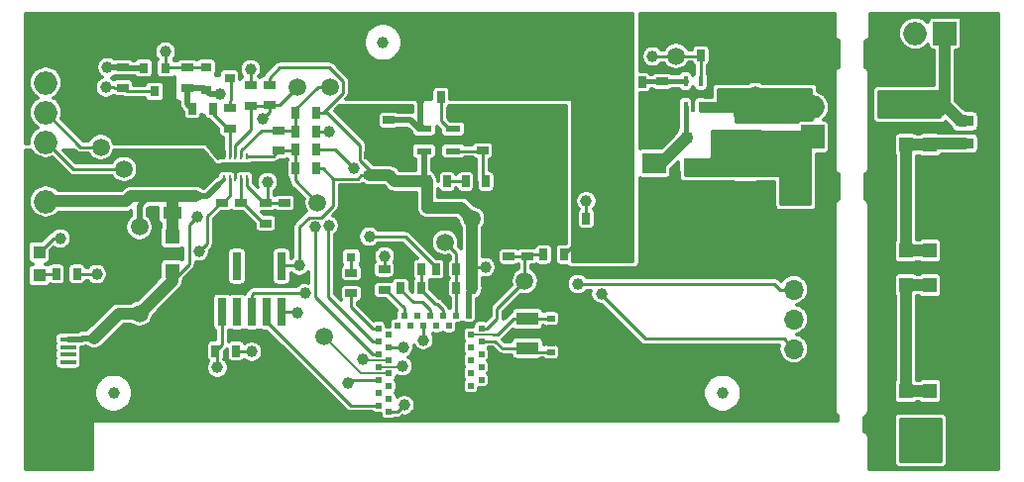
<source format=gbr>
%TF.GenerationSoftware,KiCad,Pcbnew,(5.1.2)-1*%
%TF.CreationDate,2019-05-30T14:12:01+02:00*%
%TF.ProjectId,LEOLED_rev1,4c454f4c-4544-45f7-9265-76312e6b6963,1*%
%TF.SameCoordinates,Original*%
%TF.FileFunction,Copper,L1,Top*%
%TF.FilePolarity,Positive*%
%FSLAX46Y46*%
G04 Gerber Fmt 4.6, Leading zero omitted, Abs format (unit mm)*
G04 Created by KiCad (PCBNEW (5.1.2)-1) date 2019-05-30 14:12:01*
%MOMM*%
%LPD*%
G04 APERTURE LIST*
%ADD10C,1.000000*%
%ADD11R,1.900000X1.200000*%
%ADD12O,1.900000X1.200000*%
%ADD13R,1.900000X1.500000*%
%ADD14C,1.450000*%
%ADD15R,1.350000X0.400000*%
%ADD16R,0.500000X0.500000*%
%ADD17R,0.800000X0.800000*%
%ADD18C,1.500000*%
%ADD19R,1.000000X0.670000*%
%ADD20R,0.670000X1.000000*%
%ADD21R,1.100000X1.100000*%
%ADD22C,0.600000*%
%ADD23R,0.250000X0.500000*%
%ADD24R,1.200000X0.840000*%
%ADD25R,1.998980X1.998980*%
%ADD26O,1.998980X1.998980*%
%ADD27C,3.500000*%
%ADD28R,1.220000X1.250000*%
%ADD29R,1.500000X0.970000*%
%ADD30R,3.200000X0.700000*%
%ADD31R,1.150000X1.300000*%
%ADD32R,0.900000X0.950000*%
%ADD33R,1.900000X1.100000*%
%ADD34R,1.600000X1.000000*%
%ADD35R,0.650000X0.575000*%
%ADD36R,1.000000X1.600000*%
%ADD37O,1.700000X1.700000*%
%ADD38R,1.700000X1.700000*%
%ADD39R,0.740000X2.400000*%
%ADD40R,2.000000X1.800000*%
%ADD41R,0.900000X0.800000*%
%ADD42R,0.800000X0.900000*%
%ADD43R,1.300000X0.550000*%
%ADD44R,0.400000X0.900000*%
%ADD45C,1.000000*%
%ADD46C,0.500000*%
%ADD47C,0.254000*%
%ADD48C,0.250000*%
%ADD49C,0.160000*%
%ADD50C,0.400000*%
%ADD51C,0.300000*%
G04 APERTURE END LIST*
D10*
X60000000Y7000000D03*
X8000000Y7000000D03*
X31000000Y37000000D03*
D11*
X1400000Y13200000D03*
X1400000Y7400000D03*
D12*
X1400000Y6800000D03*
X1400000Y13800000D03*
D13*
X1400000Y11300000D03*
D14*
X4100000Y7800000D03*
D15*
X4100000Y10300000D03*
X4100000Y9650000D03*
X4100000Y9000000D03*
X4100000Y11600000D03*
X4100000Y10950000D03*
D14*
X4100000Y12800000D03*
D13*
X1400000Y9300000D03*
D16*
X36650000Y4850000D03*
X33350000Y4850000D03*
X30600000Y4850000D03*
X31500000Y5400000D03*
X30600000Y5950000D03*
X31500000Y6500000D03*
X30600000Y7050000D03*
X31500000Y7600000D03*
X30600000Y8150000D03*
X31500000Y8700000D03*
X30600000Y9250000D03*
X31500000Y9800000D03*
X30600000Y10350000D03*
X31500000Y10900000D03*
X30600000Y11450000D03*
X31500000Y12000000D03*
X30600000Y12550000D03*
X30600000Y13650000D03*
X31700000Y13650000D03*
X32250000Y12750000D03*
X32800000Y13650000D03*
X33350000Y12750000D03*
X33900000Y13650000D03*
X34450000Y12750000D03*
X35000000Y13650000D03*
X35550000Y12750000D03*
X36100000Y13650000D03*
X36650000Y12750000D03*
X37200000Y13650000D03*
X37750000Y12750000D03*
X38300000Y13650000D03*
X39400000Y13650000D03*
X39400000Y12550000D03*
X38500000Y12000000D03*
X39400000Y11450000D03*
X38500000Y10900000D03*
X39400000Y10350000D03*
X38500000Y9800000D03*
X39400000Y9250000D03*
X38500000Y8700000D03*
X39400000Y8150000D03*
X38500000Y7600000D03*
X39400000Y7050000D03*
X38500000Y6500000D03*
X39400000Y5950000D03*
X38500000Y5400000D03*
X39400000Y4850000D03*
D17*
X28300000Y18630000D03*
X28300000Y20130000D03*
D18*
X43110000Y16580000D03*
D19*
X43330000Y20435000D03*
X43330000Y18685000D03*
D20*
X44725000Y18840000D03*
X46475000Y18840000D03*
X3105000Y17200000D03*
X4855000Y17200000D03*
D21*
X1640000Y17050000D03*
X1640000Y19050000D03*
D19*
X41760000Y20425000D03*
X41760000Y18675000D03*
D20*
X16475000Y31300000D03*
X14725000Y31300000D03*
D22*
X19295517Y26299479D03*
X17495517Y26299479D03*
X18395517Y26299479D03*
D23*
X17395517Y25349479D03*
X17895517Y25349479D03*
X18395517Y25349479D03*
X18895517Y25349479D03*
X19395517Y25349479D03*
X19395517Y27249479D03*
X18895517Y27249479D03*
X18395517Y27249479D03*
X17895517Y27249479D03*
X17395517Y27249479D03*
D24*
X18995517Y26299479D03*
X17795517Y26299479D03*
D25*
X79005400Y37771600D03*
D26*
X76465400Y37771600D03*
D25*
X67700000Y28900000D03*
D26*
X67700000Y31440000D03*
D27*
X81291400Y23827000D03*
X66076800Y6809000D03*
X64705200Y36730200D03*
X4240000Y2920000D03*
X81291400Y4396000D03*
D28*
X13000000Y17425000D03*
X13000000Y20375000D03*
D29*
X60447686Y34090830D03*
X60447686Y32180830D03*
X80700000Y30255000D03*
X80700000Y28345000D03*
D30*
X76700000Y29700000D03*
D31*
X75675000Y28225000D03*
X77725000Y28225000D03*
X75675000Y31175000D03*
X77725000Y31175000D03*
D30*
X76700000Y17700000D03*
D31*
X75675000Y16225000D03*
X77725000Y16225000D03*
X75675000Y19175000D03*
X77725000Y19175000D03*
D30*
X76700000Y5700000D03*
D31*
X75675000Y4225000D03*
X77725000Y4225000D03*
X75675000Y7175000D03*
X77725000Y7175000D03*
D32*
X56972686Y28880830D03*
X60122686Y28880830D03*
D33*
X43332650Y13348958D03*
X43332650Y10848958D03*
D19*
X10995517Y25574479D03*
X10995517Y23824479D03*
X14995517Y25574479D03*
X14995517Y23824479D03*
X31500000Y28600000D03*
X31500000Y30350000D03*
X22595517Y21524479D03*
X22595517Y23274479D03*
X18895517Y21524479D03*
X18895517Y23274479D03*
D20*
X35525000Y16000000D03*
X37275000Y16000000D03*
D19*
X10995517Y27024479D03*
X10995517Y28774479D03*
X14995517Y27024479D03*
X14995517Y28774479D03*
X31500000Y27375000D03*
X31500000Y25625000D03*
X29900000Y27375000D03*
X29900000Y25625000D03*
D20*
X40375000Y16000000D03*
X38625000Y16000000D03*
X48368471Y21922623D03*
X50118471Y21922623D03*
D19*
X54847686Y31905830D03*
X54847686Y33655830D03*
D26*
X2195800Y23395200D03*
X2195800Y25935200D03*
X2195800Y31015200D03*
X2195800Y33555200D03*
D25*
X2195800Y36095200D03*
D26*
X2195800Y28475200D03*
D34*
X12995517Y25399479D03*
X12995517Y22399479D03*
X12995517Y27199479D03*
X12995517Y30199479D03*
D35*
X45332650Y10511458D03*
X45332650Y11286458D03*
X45332650Y12598958D03*
X45332650Y13373958D03*
D36*
X54643471Y21722623D03*
X51643471Y21722623D03*
X54643471Y19522623D03*
X51643471Y19522623D03*
D34*
X57463439Y23545033D03*
X57463439Y26545033D03*
X59763439Y23545033D03*
X59763439Y26545033D03*
D37*
X66100000Y10780000D03*
X66100000Y13320000D03*
X66100000Y15860000D03*
D38*
X66100000Y18400000D03*
D39*
X17260000Y13950000D03*
X17260000Y17850000D03*
X18530000Y13950000D03*
X18530000Y17850000D03*
X19800000Y13950000D03*
X19800000Y17850000D03*
X21070000Y13950000D03*
X21070000Y17850000D03*
X22340000Y13950000D03*
X22340000Y17850000D03*
D40*
X49697686Y26680830D03*
X54197686Y26680830D03*
D41*
X17895517Y33899479D03*
X15895517Y32949479D03*
X15895517Y34849479D03*
D42*
X11500000Y32800000D03*
X10550000Y34800000D03*
X12450000Y34800000D03*
D20*
X25275000Y29400000D03*
X23525000Y29400000D03*
X25275000Y27800000D03*
X23525000Y27800000D03*
D19*
X19700000Y33350000D03*
X19700000Y31600000D03*
D20*
X23525000Y31000000D03*
X25275000Y31000000D03*
X23525000Y26200000D03*
X25275000Y26200000D03*
D19*
X21300000Y31625000D03*
X21300000Y33375000D03*
X22100000Y29475000D03*
X22100000Y27725000D03*
X14295517Y33124479D03*
X14295517Y34874479D03*
X17895517Y31374479D03*
X17895517Y29624479D03*
X17295517Y21549479D03*
X17295517Y23299479D03*
D20*
X35525000Y17600000D03*
X37275000Y17600000D03*
D19*
X20995517Y23274479D03*
X20995517Y21524479D03*
D20*
X34200000Y32300000D03*
X35950000Y32300000D03*
D19*
X39500000Y29500000D03*
X39500000Y27750000D03*
D20*
X39800000Y25100000D03*
X38050000Y25100000D03*
X36500000Y25100000D03*
X34750000Y25100000D03*
D19*
X8800000Y33125000D03*
X8800000Y34875000D03*
X28300000Y17275000D03*
X28300000Y15525000D03*
D20*
X16700000Y10600000D03*
X18450000Y10600000D03*
X32525000Y17600000D03*
X34275000Y17600000D03*
D19*
X31100000Y15825000D03*
X31100000Y17575000D03*
D20*
X59922686Y35880830D03*
X58172686Y35880830D03*
X53122686Y33580830D03*
X51372686Y33580830D03*
D29*
X61963439Y23990033D03*
X61963439Y25900033D03*
D19*
X62400000Y30475000D03*
X62400000Y28725000D03*
D20*
X34275000Y16000000D03*
X32525000Y16000000D03*
D18*
X10200000Y13800000D03*
X10200000Y17500000D03*
X26500000Y33200000D03*
X25400000Y23300000D03*
X23700000Y33200000D03*
X10200000Y21200000D03*
X36300000Y19900000D03*
X7112000Y37300000D03*
X44760000Y29740000D03*
X38600000Y21900000D03*
X8890000Y26162000D03*
X6900000Y28040000D03*
X26000000Y11800000D03*
X56040000Y35830000D03*
X43880000Y24390000D03*
X48843471Y19522623D03*
X62800000Y32500000D03*
X66200000Y25000000D03*
D43*
X37000000Y29600000D03*
X37000000Y27700000D03*
X34500000Y27700000D03*
X34500000Y28650000D03*
X34500000Y29600000D03*
D44*
X56847686Y33680830D03*
X58147686Y33680830D03*
X57497686Y31480830D03*
X58147686Y31480830D03*
X56847686Y31480830D03*
D10*
X7470000Y34850000D03*
X17100000Y32600000D03*
X48370000Y23410000D03*
X36830000Y10360000D03*
X34925000Y10290000D03*
X36830000Y8255000D03*
X34925000Y8255000D03*
X27940000Y24257000D03*
X27940000Y22733000D03*
X29845000Y29083000D03*
X29845000Y30607000D03*
X28321000Y30607000D03*
X21140000Y25040000D03*
X49657000Y15515000D03*
X39751000Y17780000D03*
X19812000Y10541000D03*
X23876000Y17907000D03*
X6550000Y17190000D03*
X12430000Y36200000D03*
X15140000Y22100000D03*
X73914000Y31115000D03*
X73914000Y32385000D03*
X82550000Y37465000D03*
X82550000Y35465000D03*
X82550000Y33465000D03*
X82550000Y31465000D03*
X82550000Y29465000D03*
X82550000Y27465000D03*
X82550000Y19465000D03*
X82550000Y17465000D03*
X82550000Y15465000D03*
X82550000Y13465000D03*
X82550000Y11465000D03*
X82550000Y9465000D03*
X82550000Y7465000D03*
X80645000Y13465000D03*
X80645000Y17465000D03*
X80645000Y11465000D03*
X80645000Y7465000D03*
X80645000Y9465000D03*
X80645000Y19465000D03*
X80645000Y15465000D03*
X76460000Y1840000D03*
X78140000Y1840000D03*
X7360000Y33150000D03*
X47650000Y16340000D03*
X34460000Y11540000D03*
X32680000Y9290000D03*
X23710000Y13910000D03*
X32810727Y5971278D03*
X24360000Y15540000D03*
X29310000Y9870000D03*
X16870000Y9180000D03*
X28022193Y7822193D03*
X26374247Y21312383D03*
X26380000Y29390000D03*
X32710000Y10910000D03*
X28483142Y26198728D03*
X25180000Y21195000D03*
X19700000Y34700000D03*
X20700000Y30440000D03*
X3470000Y20240000D03*
X29830000Y20370000D03*
X15280000Y19110000D03*
X54030000Y35810000D03*
X31160000Y18720000D03*
D45*
X12995517Y23782962D02*
X12954000Y23824479D01*
X12995517Y22399479D02*
X12995517Y23782962D01*
X10995517Y23824479D02*
X12954000Y23824479D01*
X12954000Y23824479D02*
X14995517Y23824479D01*
D46*
X10200000Y23028962D02*
X10995517Y23824479D01*
X10200000Y21200000D02*
X10200000Y23028962D01*
X15995517Y23824479D02*
X17018000Y24846962D01*
X14995517Y23824479D02*
X15995517Y23824479D01*
D47*
X17018000Y24971962D02*
X17389516Y25343478D01*
X17018000Y24846962D02*
X17018000Y24971962D01*
X17395517Y25224479D02*
X17018000Y24846962D01*
X17395517Y25349479D02*
X17395517Y25224479D01*
D45*
X9495517Y23824479D02*
X10995517Y23824479D01*
X2200000Y23400000D02*
X9071038Y23400000D01*
X9071038Y23400000D02*
X9495517Y23824479D01*
X12995517Y20379483D02*
X13000000Y20375000D01*
X12995517Y22399479D02*
X12995517Y20379483D01*
D48*
X57200000Y32600000D02*
X56291856Y32600000D01*
X56291856Y32600000D02*
X55597686Y31905830D01*
X55597686Y31905830D02*
X54847686Y31905830D01*
X57500000Y32300000D02*
X57200000Y32600000D01*
X57500000Y32183144D02*
X57500000Y32300000D01*
X57497686Y31480830D02*
X57497686Y32180830D01*
X57497686Y32180830D02*
X57500000Y32183144D01*
D47*
X18395517Y25349479D02*
X18395517Y26299479D01*
D46*
X8875000Y34800000D02*
X8800000Y34875000D01*
X10550000Y34800000D02*
X8875000Y34800000D01*
X7800000Y34875000D02*
X7775000Y34850000D01*
X8800000Y34875000D02*
X7800000Y34875000D01*
X7775000Y34850000D02*
X7470000Y34850000D01*
X15720517Y26299479D02*
X14995517Y27024479D01*
X17795517Y26299479D02*
X15720517Y26299479D01*
X20095517Y26299479D02*
X20264996Y26130000D01*
X18995517Y26299479D02*
X20095517Y26299479D01*
X20264996Y26130000D02*
X21090000Y26130000D01*
D48*
X48368471Y22672623D02*
X48370000Y22674152D01*
X48368471Y21922623D02*
X48368471Y22672623D01*
X48370000Y22674152D02*
X48370000Y23410000D01*
X33110000Y17600000D02*
X33330000Y17820000D01*
X32525000Y17600000D02*
X33110000Y17600000D01*
D49*
X39400000Y13650000D02*
X39400000Y13619000D01*
X39400000Y13619000D02*
X38531000Y12750000D01*
X38531000Y12750000D02*
X37750000Y12750000D01*
D46*
X15720517Y33124479D02*
X15895517Y32949479D01*
X14295517Y33124479D02*
X15720517Y33124479D01*
X14295517Y31729483D02*
X14725000Y31300000D01*
X14295517Y33124479D02*
X14295517Y31729483D01*
X16244996Y32600000D02*
X15895517Y32949479D01*
X17100000Y32600000D02*
X16244996Y32600000D01*
D48*
X4100000Y9000000D02*
X4100000Y7800000D01*
X17395517Y27249479D02*
X17395517Y27749479D01*
X17395517Y27749479D02*
X16544996Y28600000D01*
D46*
X14830517Y28774479D02*
X13925401Y28774479D01*
X13925401Y28774479D02*
X13405517Y29294363D01*
X13405517Y29294363D02*
X13405517Y30199479D01*
D48*
X14995517Y28774479D02*
X14830517Y28774479D01*
X13405517Y30199479D02*
X12995517Y30199479D01*
D46*
X34200000Y29900000D02*
X34500000Y29600000D01*
X34200000Y32300000D02*
X34200000Y29900000D01*
X34125000Y29600000D02*
X33372000Y30353000D01*
X34500000Y29600000D02*
X34125000Y29600000D01*
X33369000Y30350000D02*
X31500000Y30350000D01*
X33372000Y30353000D02*
X33369000Y30350000D01*
D48*
X47157623Y19522623D02*
X46475000Y18840000D01*
X48843471Y19522623D02*
X47157623Y19522623D01*
D47*
X20830517Y23274479D02*
X20995517Y23274479D01*
X19395517Y24709479D02*
X20830517Y23274479D01*
X19395517Y25349479D02*
X19395517Y24709479D01*
X20995517Y23274479D02*
X22595517Y23274479D01*
X21140000Y23418962D02*
X20995517Y23274479D01*
X21140000Y25040000D02*
X21140000Y23418962D01*
D48*
X4518000Y26162000D02*
X2200000Y28480000D01*
X8890000Y26162000D02*
X4518000Y26162000D01*
D47*
X18895517Y25349479D02*
X18895517Y23274479D01*
X19060517Y23274479D02*
X20840000Y21494996D01*
X18895517Y23274479D02*
X19060517Y23274479D01*
X37275000Y13725000D02*
X37200000Y13650000D01*
X37275000Y16000000D02*
X37275000Y13725000D01*
X37275000Y17600000D02*
X37275000Y16000000D01*
X37275000Y18925000D02*
X37275000Y17600000D01*
X36300000Y19900000D02*
X37275000Y18925000D01*
D45*
X32025000Y25100000D02*
X31500000Y25625000D01*
X34750000Y25100000D02*
X32025000Y25100000D01*
X31500000Y25625000D02*
X29900000Y25625000D01*
D46*
X34500000Y25350000D02*
X34750000Y25100000D01*
X34500000Y27700000D02*
X34500000Y25350000D01*
D45*
X34750000Y24935000D02*
X34798000Y24887000D01*
X34750000Y25100000D02*
X34750000Y24935000D01*
X34798000Y24887000D02*
X34798000Y22860000D01*
X37640000Y22860000D02*
X38600000Y21900000D01*
X34798000Y22860000D02*
X37640000Y22860000D01*
X38600000Y16025000D02*
X38625000Y16000000D01*
D46*
X38300000Y15675000D02*
X38625000Y16000000D01*
X38300000Y13650000D02*
X38300000Y15675000D01*
D48*
X21300000Y33960000D02*
X22190000Y34850000D01*
X21300000Y33375000D02*
X21300000Y33960000D01*
X25860000Y31000000D02*
X25275000Y31000000D01*
X25891002Y31000000D02*
X25860000Y31000000D01*
X27575001Y32683999D02*
X25891002Y31000000D01*
X27575001Y33716001D02*
X27575001Y32683999D01*
X26441002Y34850000D02*
X27575001Y33716001D01*
X22190000Y34850000D02*
X26441002Y34850000D01*
D47*
X29900000Y25625000D02*
X29146000Y25625000D01*
X26233962Y31000000D02*
X29021002Y28212960D01*
X28855998Y25334998D02*
X26729002Y25334998D01*
X29900000Y26060964D02*
X29900000Y25625000D01*
X26729002Y25334998D02*
X25864000Y26200000D01*
X29021002Y28212960D02*
X29021002Y26939962D01*
X29021002Y26939962D02*
X29900000Y26060964D01*
X25275000Y31000000D02*
X26233962Y31000000D01*
X29146000Y25625000D02*
X28855998Y25334998D01*
X25864000Y26200000D02*
X25275000Y26200000D01*
D48*
X65250001Y11629999D02*
X53394001Y11629999D01*
X66100000Y10780000D02*
X65250001Y11629999D01*
X53394001Y11629999D02*
X49657000Y15367000D01*
X49657000Y15367000D02*
X49657000Y15515000D01*
X38727000Y17780000D02*
X38600000Y17907000D01*
X39751000Y17780000D02*
X38727000Y17780000D01*
D45*
X38600000Y21900000D02*
X38600000Y17907000D01*
X38600000Y17907000D02*
X38600000Y16025000D01*
D48*
X19035000Y10600000D02*
X19094000Y10541000D01*
X18450000Y10600000D02*
X19035000Y10600000D01*
X19094000Y10541000D02*
X19812000Y10541000D01*
X22397000Y17907000D02*
X22340000Y17850000D01*
X23876000Y17907000D02*
X22397000Y17907000D01*
X25711003Y22020001D02*
X24687001Y22020001D01*
X26729002Y25334998D02*
X26729002Y23038000D01*
X26729002Y23038000D02*
X25711003Y22020001D01*
X23876000Y21209000D02*
X23876000Y17907000D01*
X24687001Y22020001D02*
X23876000Y21209000D01*
X4865000Y17190000D02*
X4855000Y17200000D01*
X6550000Y17190000D02*
X4865000Y17190000D01*
D47*
X43332650Y10848958D02*
X41181042Y10848958D01*
X40580000Y11450000D02*
X39400000Y11450000D01*
X41181042Y10848958D02*
X40580000Y11450000D01*
D48*
X43670150Y10511458D02*
X45332650Y10511458D01*
X43332650Y10848958D02*
X43670150Y10511458D01*
D49*
X38500000Y12000000D02*
X40330000Y12000000D01*
D48*
X40783692Y12000000D02*
X40330000Y12000000D01*
X42132650Y13348958D02*
X40783692Y12000000D01*
X43332650Y13348958D02*
X42132650Y13348958D01*
X45307650Y13348958D02*
X45332650Y13373958D01*
X43332650Y13348958D02*
X45307650Y13348958D01*
D50*
X54847686Y33655830D02*
X53197686Y33655830D01*
D48*
X53197686Y33655830D02*
X53122686Y33580830D01*
D50*
X56847686Y33680830D02*
X54872686Y33680830D01*
D48*
X54872686Y33680830D02*
X54847686Y33655830D01*
D47*
X14320517Y34849479D02*
X14295517Y34874479D01*
X15895517Y34849479D02*
X14320517Y34849479D01*
X12524479Y34874479D02*
X12450000Y34800000D01*
X14295517Y34874479D02*
X12524479Y34874479D01*
D45*
X13000000Y16600000D02*
X10200000Y13800000D01*
X13000000Y17425000D02*
X13000000Y16600000D01*
X10200000Y13800000D02*
X8440000Y13800000D01*
X8440000Y13800000D02*
X6340000Y11700000D01*
D46*
X5375000Y11700000D02*
X6340000Y11700000D01*
X5275000Y11600000D02*
X5375000Y11700000D01*
X4100000Y11600000D02*
X5275000Y11600000D01*
D47*
X12450000Y35504000D02*
X12430000Y35524000D01*
X12450000Y34800000D02*
X12450000Y35504000D01*
X12430000Y35524000D02*
X12430000Y36200000D01*
X14452999Y18052999D02*
X14452999Y21412999D01*
X10200000Y13800000D02*
X14452999Y18052999D01*
X14640001Y21600001D02*
X15140000Y22100000D01*
X14452999Y21412999D02*
X14640001Y21600001D01*
D48*
X1790000Y17200000D02*
X1640000Y17050000D01*
X3105000Y17200000D02*
X1790000Y17200000D01*
D45*
X78554000Y31175000D02*
X77725000Y31175000D01*
X79000000Y37800000D02*
X79000000Y31621000D01*
X79000000Y31621000D02*
X78554000Y31175000D01*
X77725000Y31175000D02*
X75675000Y31175000D01*
X80366000Y30255000D02*
X79000000Y31621000D01*
X80700000Y30255000D02*
X80366000Y30255000D01*
X75615000Y31115000D02*
X75675000Y31175000D01*
X73914000Y31115000D02*
X75615000Y31115000D01*
X77725000Y28225000D02*
X75675000Y28225000D01*
X77845000Y28345000D02*
X77725000Y28225000D01*
X80700000Y28345000D02*
X77845000Y28345000D01*
X75675000Y28225000D02*
X75675000Y19175000D01*
X77725000Y19175000D02*
X75675000Y19175000D01*
X75675000Y16225000D02*
X77725000Y16225000D01*
X75675000Y16225000D02*
X75675000Y7175000D01*
X77725000Y7175000D02*
X75675000Y7175000D01*
X76460000Y3440000D02*
X75675000Y4225000D01*
X76460000Y1840000D02*
X76460000Y3440000D01*
X77725000Y4225000D02*
X75675000Y4225000D01*
D50*
X56847686Y31480830D02*
X56847686Y29005830D01*
D48*
X56847686Y29005830D02*
X56972686Y28880830D01*
X56972686Y28880830D02*
X56972686Y28855830D01*
D45*
X56972686Y28855830D02*
X54797686Y26680830D01*
D48*
X54797686Y26680830D02*
X54197686Y26680830D01*
D47*
X9125000Y32800000D02*
X8800000Y33125000D01*
X11500000Y32800000D02*
X9125000Y32800000D01*
X5180000Y28040000D02*
X6900000Y28040000D01*
X2200000Y31020000D02*
X5180000Y28040000D01*
X8046000Y33125000D02*
X8021000Y33150000D01*
X8800000Y33125000D02*
X8046000Y33125000D01*
X8021000Y33150000D02*
X7360000Y33150000D01*
D48*
X64897919Y15860000D02*
X64417919Y16340000D01*
X66100000Y15860000D02*
X64897919Y15860000D01*
X64417919Y16340000D02*
X47650000Y16340000D01*
X34460000Y12740000D02*
X34450000Y12750000D01*
X34460000Y11540000D02*
X34460000Y12740000D01*
D49*
X30600000Y9250000D02*
X32550000Y9250000D01*
X32550000Y9250000D02*
X32590000Y9290000D01*
X32590000Y9290000D02*
X32680000Y9290000D01*
D47*
X22340000Y13950000D02*
X23670000Y13950000D01*
X23670000Y13950000D02*
X23710000Y13910000D01*
X32310728Y5471279D02*
X32810727Y5971278D01*
X32239449Y5400000D02*
X32310728Y5471279D01*
X31500000Y5400000D02*
X32239449Y5400000D01*
X30096000Y5950000D02*
X30600000Y5950000D01*
X28240000Y5950000D02*
X30096000Y5950000D01*
X21070000Y13120000D02*
X28240000Y5950000D01*
X21070000Y13950000D02*
X21070000Y13120000D01*
X19800000Y15404000D02*
X19936000Y15540000D01*
X19936000Y15540000D02*
X24360000Y15540000D01*
X19800000Y13950000D02*
X19800000Y15404000D01*
D49*
X29380000Y9800000D02*
X29310000Y9870000D01*
X31500000Y9800000D02*
X29380000Y9800000D01*
D47*
X17260000Y11160000D02*
X16700000Y10600000D01*
X17260000Y13950000D02*
X17260000Y11160000D01*
X16870000Y10430000D02*
X16700000Y10600000D01*
X16870000Y9180000D02*
X16870000Y10430000D01*
X28350000Y8150000D02*
X28022193Y7822193D01*
X30600000Y8150000D02*
X28350000Y8150000D01*
X34275000Y15835000D02*
X35470000Y14640000D01*
X34275000Y16000000D02*
X34275000Y15835000D01*
X36100000Y14154000D02*
X36100000Y13650000D01*
X35614000Y14640000D02*
X36100000Y14154000D01*
X35470000Y14640000D02*
X35614000Y14640000D01*
X34275000Y17600000D02*
X34275000Y16000000D01*
X32525000Y15835000D02*
X33580000Y14780000D01*
X32525000Y16000000D02*
X32525000Y15835000D01*
X35000000Y14154000D02*
X35000000Y13650000D01*
X34374000Y14780000D02*
X35000000Y14154000D01*
X33580000Y14780000D02*
X34374000Y14780000D01*
X32800000Y14290000D02*
X32800000Y13650000D01*
X31100000Y15825000D02*
X31265000Y15825000D01*
X31265000Y15825000D02*
X32800000Y14290000D01*
X28300000Y14936000D02*
X28300000Y15525000D01*
X28300000Y14346000D02*
X28300000Y14936000D01*
X30096000Y12550000D02*
X28300000Y14346000D01*
X30600000Y12550000D02*
X30096000Y12550000D01*
D48*
X30100000Y11450000D02*
X26350000Y15200000D01*
X30600000Y11450000D02*
X30100000Y11450000D01*
X26350000Y15200000D02*
X26350000Y21288136D01*
X26350000Y21288136D02*
X26374247Y21312383D01*
X25285000Y29390000D02*
X25275000Y29400000D01*
X26380000Y29390000D02*
X25285000Y29390000D01*
X31500000Y10900000D02*
X32290000Y10900000D01*
X32290000Y10900000D02*
X32300000Y10910000D01*
X32300000Y10910000D02*
X32710000Y10910000D01*
X25275000Y27800000D02*
X26881870Y27800000D01*
X26881870Y27800000D02*
X27983143Y26698727D01*
X27983143Y26698727D02*
X28483142Y26198728D01*
X30100000Y10350000D02*
X25220000Y15230000D01*
X30600000Y10350000D02*
X30100000Y10350000D01*
X25220000Y15230000D02*
X25220000Y21155000D01*
X25220000Y21155000D02*
X25180000Y21195000D01*
X19700000Y34700000D02*
X19700000Y33350000D01*
D49*
X29100000Y8700000D02*
X26000000Y11800000D01*
X31500000Y8700000D02*
X29100000Y8700000D01*
D48*
X17895517Y31959479D02*
X17895517Y31374479D01*
X18048019Y32111981D02*
X17895517Y31959479D01*
X18048019Y33796977D02*
X18048019Y32111981D01*
X17895517Y33899479D02*
X17945517Y33899479D01*
X17945517Y33899479D02*
X18048019Y33796977D01*
D47*
X18895517Y27249479D02*
X18895517Y27765517D01*
X18895517Y27765517D02*
X20605000Y29475000D01*
X20605000Y29475000D02*
X22100000Y29475000D01*
X23450000Y29475000D02*
X23525000Y29400000D01*
X22100000Y29475000D02*
X23450000Y29475000D01*
X23525000Y31000000D02*
X23525000Y29400000D01*
X25439340Y33200000D02*
X26500000Y33200000D01*
X23525000Y31285660D02*
X25439340Y33200000D01*
X23525000Y31000000D02*
X23525000Y31285660D01*
X21624479Y27249479D02*
X22100000Y27725000D01*
X19395517Y27249479D02*
X21624479Y27249479D01*
X23450000Y27725000D02*
X23525000Y27800000D01*
X22100000Y27725000D02*
X23450000Y27725000D01*
X23525000Y27800000D02*
X23525000Y26200000D01*
X23525000Y25175000D02*
X23525000Y26200000D01*
X25400000Y23300000D02*
X23525000Y25175000D01*
X18395517Y27249479D02*
X18395517Y28195517D01*
X19700000Y29500000D02*
X19700000Y31600000D01*
X18395517Y28195517D02*
X19700000Y29500000D01*
X21275000Y31600000D02*
X21300000Y31625000D01*
X19700000Y31600000D02*
X21275000Y31600000D01*
X22125000Y31625000D02*
X21300000Y31625000D01*
X23700000Y33200000D02*
X22125000Y31625000D01*
D48*
X21300000Y31040000D02*
X20700000Y30440000D01*
X21300000Y31625000D02*
X21300000Y31040000D01*
X2830000Y20240000D02*
X1640000Y19050000D01*
X3470000Y20240000D02*
X2830000Y20240000D01*
D47*
X17895517Y23899479D02*
X17295517Y23299479D01*
X17895517Y25349479D02*
X17895517Y23899479D01*
D48*
X35525000Y17765000D02*
X32920000Y20370000D01*
X35525000Y17600000D02*
X35525000Y17765000D01*
X32920000Y20370000D02*
X29830000Y20370000D01*
X17295517Y23299479D02*
X17130517Y23299479D01*
X15989999Y22158961D02*
X15989999Y19819999D01*
X17130517Y23299479D02*
X15989999Y22158961D01*
X15989999Y19819999D02*
X15779999Y19609999D01*
X15779999Y19609999D02*
X15280000Y19110000D01*
D47*
X36625000Y29600000D02*
X37000000Y29600000D01*
X35950000Y30275000D02*
X36625000Y29600000D01*
X35950000Y32300000D02*
X35950000Y30275000D01*
X39450000Y27700000D02*
X39500000Y27750000D01*
X37000000Y27700000D02*
X39450000Y27700000D01*
X39500000Y25400000D02*
X39800000Y25100000D01*
X39500000Y27750000D02*
X39500000Y25400000D01*
X38050000Y25100000D02*
X36500000Y25100000D01*
D48*
X58172686Y35880830D02*
X58172686Y33705830D01*
X58172686Y33705830D02*
X58147686Y33680830D01*
X56020000Y35810000D02*
X56040000Y35830000D01*
X54030000Y35810000D02*
X56020000Y35810000D01*
X58121856Y35830000D02*
X58172686Y35880830D01*
X56040000Y35830000D02*
X58121856Y35830000D01*
X31100000Y17575000D02*
X31100000Y18660000D01*
X31100000Y18660000D02*
X31160000Y18720000D01*
X58147686Y31480830D02*
X59747686Y31480830D01*
X59747686Y31480830D02*
X60447686Y32180830D01*
X67700000Y31440000D02*
X63860000Y31440000D01*
X63860000Y31440000D02*
X62800000Y32500000D01*
D47*
X17895517Y27249479D02*
X17895517Y29624479D01*
D48*
X16475000Y31135000D02*
X16500000Y31110000D01*
X16475000Y31300000D02*
X16475000Y31135000D01*
X17730517Y29624479D02*
X17895517Y29624479D01*
X16500000Y30854996D02*
X17730517Y29624479D01*
X16500000Y31110000D02*
X16500000Y30854996D01*
X43485000Y18840000D02*
X43330000Y18685000D01*
X44725000Y18840000D02*
X43485000Y18840000D01*
X41770000Y18685000D02*
X41760000Y18675000D01*
X43330000Y18685000D02*
X41770000Y18685000D01*
X39900000Y12550000D02*
X40750000Y13400000D01*
X39400000Y12550000D02*
X39900000Y12550000D01*
X40750000Y14220000D02*
X43110000Y16580000D01*
X40750000Y13400000D02*
X40750000Y14220000D01*
X43110000Y18465000D02*
X43330000Y18685000D01*
X43110000Y16580000D02*
X43110000Y18465000D01*
D47*
X28300000Y17275000D02*
X28300000Y18850000D01*
D51*
G36*
X52350000Y34188175D02*
G01*
X52344197Y34169045D01*
X52335509Y34080830D01*
X52335509Y33080830D01*
X52344197Y32992615D01*
X52350000Y32973485D01*
X52350000Y18250000D01*
X47250000Y18250000D01*
X47250000Y23503567D01*
X47420000Y23503567D01*
X47420000Y23316433D01*
X47456508Y23132895D01*
X47528121Y22960006D01*
X47632087Y22804410D01*
X47704901Y22731596D01*
X47657500Y22673839D01*
X47615714Y22595664D01*
X47589982Y22510838D01*
X47581294Y22422623D01*
X47581294Y21422623D01*
X47589982Y21334408D01*
X47615714Y21249582D01*
X47657500Y21171407D01*
X47713734Y21102886D01*
X47782255Y21046652D01*
X47860430Y21004866D01*
X47945256Y20979134D01*
X48033471Y20970446D01*
X48703471Y20970446D01*
X48791686Y20979134D01*
X48876512Y21004866D01*
X48954687Y21046652D01*
X49023208Y21102886D01*
X49079442Y21171407D01*
X49121228Y21249582D01*
X49146960Y21334408D01*
X49155648Y21422623D01*
X49155648Y22422623D01*
X49146960Y22510838D01*
X49121228Y22595664D01*
X49079442Y22673839D01*
X49033420Y22729917D01*
X49107913Y22804410D01*
X49211879Y22960006D01*
X49283492Y23132895D01*
X49320000Y23316433D01*
X49320000Y23503567D01*
X49283492Y23687105D01*
X49211879Y23859994D01*
X49107913Y24015590D01*
X48975590Y24147913D01*
X48819994Y24251879D01*
X48647105Y24323492D01*
X48463567Y24360000D01*
X48276433Y24360000D01*
X48092895Y24323492D01*
X47920006Y24251879D01*
X47764410Y24147913D01*
X47632087Y24015590D01*
X47528121Y23859994D01*
X47456508Y23687105D01*
X47420000Y23503567D01*
X47250000Y23503567D01*
X47250000Y32000000D01*
X47247118Y32029264D01*
X47238582Y32057403D01*
X47224720Y32083336D01*
X47206066Y32106066D01*
X47183336Y32124720D01*
X47157403Y32138582D01*
X47129264Y32147118D01*
X47100000Y32150000D01*
X36737177Y32150000D01*
X36737177Y32800000D01*
X36728489Y32888215D01*
X36702757Y32973041D01*
X36660971Y33051216D01*
X36604737Y33119737D01*
X36536216Y33175971D01*
X36458041Y33217757D01*
X36373215Y33243489D01*
X36285000Y33252177D01*
X35615000Y33252177D01*
X35526785Y33243489D01*
X35441959Y33217757D01*
X35363784Y33175971D01*
X35295263Y33119737D01*
X35239029Y33051216D01*
X35197243Y32973041D01*
X35171511Y32888215D01*
X35162823Y32800000D01*
X35162823Y32150000D01*
X27854175Y32150000D01*
X27961613Y32257438D01*
X27983555Y32275445D01*
X28017783Y32317152D01*
X28055409Y32363000D01*
X28108802Y32462891D01*
X28113351Y32477887D01*
X28141681Y32571279D01*
X28150001Y32655753D01*
X28150001Y32655755D01*
X28152783Y32683998D01*
X28150001Y32712241D01*
X28150001Y33687758D01*
X28152783Y33716001D01*
X28149434Y33750000D01*
X28141681Y33828721D01*
X28108802Y33937109D01*
X28096566Y33960000D01*
X28055409Y34037000D01*
X28006997Y34095990D01*
X27983555Y34124555D01*
X27961614Y34142561D01*
X26867567Y35236607D01*
X26849556Y35258554D01*
X26762000Y35330408D01*
X26662110Y35383801D01*
X26553722Y35416680D01*
X26469248Y35425000D01*
X26469245Y35425000D01*
X26441002Y35427782D01*
X26412759Y35425000D01*
X22218242Y35425000D01*
X22189999Y35427782D01*
X22161756Y35425000D01*
X22161754Y35425000D01*
X22077280Y35416680D01*
X21973293Y35385136D01*
X21968892Y35383801D01*
X21869001Y35330408D01*
X21835015Y35302516D01*
X21781446Y35258554D01*
X21763439Y35236612D01*
X20913389Y34386561D01*
X20891447Y34368554D01*
X20873441Y34346613D01*
X20819592Y34280998D01*
X20793055Y34231350D01*
X20766199Y34181108D01*
X20759239Y34158163D01*
X20711785Y34153489D01*
X20626959Y34127757D01*
X20548784Y34085971D01*
X20484769Y34033435D01*
X20451216Y34060971D01*
X20420756Y34077253D01*
X20437913Y34094410D01*
X20541879Y34250006D01*
X20613492Y34422895D01*
X20650000Y34606433D01*
X20650000Y34793567D01*
X20613492Y34977105D01*
X20541879Y35149994D01*
X20437913Y35305590D01*
X20305590Y35437913D01*
X20149994Y35541879D01*
X19977105Y35613492D01*
X19793567Y35650000D01*
X19606433Y35650000D01*
X19422895Y35613492D01*
X19250006Y35541879D01*
X19094410Y35437913D01*
X18962087Y35305590D01*
X18858121Y35149994D01*
X18786508Y34977105D01*
X18750000Y34793567D01*
X18750000Y34606433D01*
X18786508Y34422895D01*
X18858121Y34250006D01*
X18962087Y34094410D01*
X18979244Y34077253D01*
X18948784Y34060971D01*
X18880263Y34004737D01*
X18824029Y33936216D01*
X18797694Y33886947D01*
X18797694Y34299479D01*
X18789006Y34387694D01*
X18763274Y34472520D01*
X18721488Y34550695D01*
X18665254Y34619216D01*
X18596733Y34675450D01*
X18518558Y34717236D01*
X18433732Y34742968D01*
X18345517Y34751656D01*
X17445517Y34751656D01*
X17357302Y34742968D01*
X17272476Y34717236D01*
X17194301Y34675450D01*
X17125780Y34619216D01*
X17069546Y34550695D01*
X17027760Y34472520D01*
X17002028Y34387694D01*
X16993340Y34299479D01*
X16993340Y34219712D01*
X16730300Y34214749D01*
X16763274Y34276438D01*
X16789006Y34361264D01*
X16797694Y34449479D01*
X16797694Y35249479D01*
X16789006Y35337694D01*
X16763274Y35422520D01*
X16721488Y35500695D01*
X16665254Y35569216D01*
X16596733Y35625450D01*
X16518558Y35667236D01*
X16433732Y35692968D01*
X16345517Y35701656D01*
X15445517Y35701656D01*
X15357302Y35692968D01*
X15272476Y35667236D01*
X15194301Y35625450D01*
X15125780Y35569216D01*
X15101928Y35540152D01*
X15046733Y35585450D01*
X14968558Y35627236D01*
X14883732Y35652968D01*
X14795517Y35661656D01*
X13795517Y35661656D01*
X13707302Y35652968D01*
X13622476Y35627236D01*
X13544301Y35585450D01*
X13475780Y35529216D01*
X13419546Y35460695D01*
X13414620Y35451479D01*
X13252556Y35451479D01*
X13225971Y35501216D01*
X13169737Y35569737D01*
X13155184Y35581681D01*
X13167913Y35594410D01*
X13271879Y35750006D01*
X13343492Y35922895D01*
X13380000Y36106433D01*
X13380000Y36293567D01*
X13343492Y36477105D01*
X13271879Y36649994D01*
X13167913Y36805590D01*
X13035590Y36937913D01*
X12879994Y37041879D01*
X12707105Y37113492D01*
X12523567Y37150000D01*
X12336433Y37150000D01*
X12152895Y37113492D01*
X11980006Y37041879D01*
X11824410Y36937913D01*
X11692087Y36805590D01*
X11588121Y36649994D01*
X11516508Y36477105D01*
X11480000Y36293567D01*
X11480000Y36106433D01*
X11516508Y35922895D01*
X11588121Y35750006D01*
X11692087Y35594410D01*
X11724176Y35562321D01*
X11674029Y35501216D01*
X11632243Y35423041D01*
X11606511Y35338215D01*
X11597823Y35250000D01*
X11597823Y34350000D01*
X11606511Y34261785D01*
X11632243Y34176959D01*
X11674029Y34098784D01*
X11730263Y34030263D01*
X11798784Y33974029D01*
X11876959Y33932243D01*
X11961785Y33906511D01*
X12050000Y33897823D01*
X12850000Y33897823D01*
X12938215Y33906511D01*
X13023041Y33932243D01*
X13101216Y33974029D01*
X13151350Y34015173D01*
X13150000Y34000000D01*
X13150000Y32240000D01*
X13152882Y32210736D01*
X13161418Y32182597D01*
X13175280Y32156664D01*
X13193934Y32133934D01*
X13225774Y32109652D01*
X13595518Y31899103D01*
X13595518Y31763880D01*
X13592130Y31729483D01*
X13602816Y31620997D01*
X13605646Y31592259D01*
X13612808Y31568650D01*
X13645672Y31460309D01*
X13710672Y31338702D01*
X13754203Y31285660D01*
X13798148Y31232113D01*
X13824859Y31210192D01*
X13937823Y31097228D01*
X13937823Y30800000D01*
X13946511Y30711785D01*
X13972243Y30626959D01*
X14014029Y30548784D01*
X14070263Y30480263D01*
X14138784Y30424029D01*
X14216959Y30382243D01*
X14301785Y30356511D01*
X14390000Y30347823D01*
X15060000Y30347823D01*
X15148215Y30356511D01*
X15233041Y30382243D01*
X15311216Y30424029D01*
X15379737Y30480263D01*
X15435971Y30548784D01*
X15477757Y30626959D01*
X15503489Y30711785D01*
X15512177Y30800000D01*
X15512177Y30807672D01*
X15699841Y30700808D01*
X15722243Y30626959D01*
X15764029Y30548784D01*
X15820263Y30480263D01*
X15888784Y30424029D01*
X15966959Y30382243D01*
X16051785Y30356511D01*
X16140000Y30347823D01*
X16194001Y30347823D01*
X16943340Y29598483D01*
X16943340Y29289479D01*
X16952028Y29201264D01*
X16977760Y29116438D01*
X17019546Y29038263D01*
X17075780Y28969742D01*
X17144301Y28913508D01*
X17222476Y28871722D01*
X17307302Y28845990D01*
X17318518Y28844885D01*
X17318517Y27501277D01*
X17318340Y27499479D01*
X17318340Y27171656D01*
X17195517Y27171656D01*
X17107302Y27162968D01*
X17022476Y27137236D01*
X16944301Y27095450D01*
X16940990Y27092733D01*
X16018894Y28291457D01*
X15998767Y28312894D01*
X15974844Y28329994D01*
X15948046Y28342097D01*
X15919401Y28348740D01*
X15900000Y28350000D01*
X8061846Y28350000D01*
X8053884Y28390027D01*
X7963426Y28608413D01*
X7832101Y28804955D01*
X7664955Y28972101D01*
X7468413Y29103426D01*
X7250027Y29193884D01*
X7018190Y29240000D01*
X6781810Y29240000D01*
X6549973Y29193884D01*
X6331587Y29103426D01*
X6135045Y28972101D01*
X5967899Y28804955D01*
X5842312Y28617000D01*
X5419001Y28617000D01*
X3549986Y30486015D01*
X3624317Y30731050D01*
X3652303Y31015200D01*
X3624317Y31299350D01*
X3541433Y31572580D01*
X3406838Y31824390D01*
X3225703Y32045103D01*
X3004990Y32226238D01*
X2894680Y32285200D01*
X3004990Y32344162D01*
X3225703Y32525297D01*
X3406838Y32746010D01*
X3541433Y32997820D01*
X3615980Y33243567D01*
X6410000Y33243567D01*
X6410000Y33056433D01*
X6446508Y32872895D01*
X6518121Y32700006D01*
X6622087Y32544410D01*
X6754410Y32412087D01*
X6910006Y32308121D01*
X7082895Y32236508D01*
X7266433Y32200000D01*
X7453567Y32200000D01*
X7637105Y32236508D01*
X7809994Y32308121D01*
X7965590Y32412087D01*
X8004157Y32450654D01*
X8048784Y32414029D01*
X8126959Y32372243D01*
X8211785Y32346511D01*
X8300000Y32337823D01*
X8778635Y32337823D01*
X8802885Y32317921D01*
X8903124Y32264343D01*
X9011888Y32231350D01*
X9096664Y32223000D01*
X9096670Y32223000D01*
X9124999Y32220210D01*
X9153328Y32223000D01*
X10668276Y32223000D01*
X10682243Y32176959D01*
X10724029Y32098784D01*
X10780263Y32030263D01*
X10848784Y31974029D01*
X10926959Y31932243D01*
X11011785Y31906511D01*
X11100000Y31897823D01*
X11900000Y31897823D01*
X11988215Y31906511D01*
X12073041Y31932243D01*
X12151216Y31974029D01*
X12219737Y32030263D01*
X12275971Y32098784D01*
X12317757Y32176959D01*
X12343489Y32261785D01*
X12352177Y32350000D01*
X12352177Y33250000D01*
X12343489Y33338215D01*
X12317757Y33423041D01*
X12275971Y33501216D01*
X12219737Y33569737D01*
X12151216Y33625971D01*
X12073041Y33667757D01*
X11988215Y33693489D01*
X11900000Y33702177D01*
X11100000Y33702177D01*
X11011785Y33693489D01*
X10926959Y33667757D01*
X10848784Y33625971D01*
X10780263Y33569737D01*
X10724029Y33501216D01*
X10682243Y33423041D01*
X10668276Y33377000D01*
X9752177Y33377000D01*
X9752177Y33460000D01*
X9743489Y33548215D01*
X9717757Y33633041D01*
X9675971Y33711216D01*
X9619737Y33779737D01*
X9551216Y33835971D01*
X9473041Y33877757D01*
X9388215Y33903489D01*
X9300000Y33912177D01*
X8300000Y33912177D01*
X8211785Y33903489D01*
X8126959Y33877757D01*
X8048784Y33835971D01*
X8031619Y33821884D01*
X7965590Y33887913D01*
X7837084Y33973778D01*
X7919994Y34008121D01*
X8075590Y34112087D01*
X8100102Y34136599D01*
X8126959Y34122243D01*
X8211785Y34096511D01*
X8300000Y34087823D01*
X9300000Y34087823D01*
X9388215Y34096511D01*
X9399717Y34100000D01*
X9773379Y34100000D01*
X9774029Y34098784D01*
X9830263Y34030263D01*
X9898784Y33974029D01*
X9976959Y33932243D01*
X10061785Y33906511D01*
X10150000Y33897823D01*
X10950000Y33897823D01*
X11038215Y33906511D01*
X11123041Y33932243D01*
X11201216Y33974029D01*
X11269737Y34030263D01*
X11325971Y34098784D01*
X11367757Y34176959D01*
X11393489Y34261785D01*
X11402177Y34350000D01*
X11402177Y35250000D01*
X11393489Y35338215D01*
X11367757Y35423041D01*
X11325971Y35501216D01*
X11269737Y35569737D01*
X11201216Y35625971D01*
X11123041Y35667757D01*
X11038215Y35693489D01*
X10950000Y35702177D01*
X10150000Y35702177D01*
X10061785Y35693489D01*
X9976959Y35667757D01*
X9898784Y35625971D01*
X9830263Y35569737D01*
X9774029Y35501216D01*
X9773379Y35500000D01*
X9644142Y35500000D01*
X9619737Y35529737D01*
X9551216Y35585971D01*
X9473041Y35627757D01*
X9388215Y35653489D01*
X9300000Y35662177D01*
X8300000Y35662177D01*
X8211785Y35653489D01*
X8126959Y35627757D01*
X8065291Y35594794D01*
X7919994Y35691879D01*
X7747105Y35763492D01*
X7563567Y35800000D01*
X7376433Y35800000D01*
X7192895Y35763492D01*
X7020006Y35691879D01*
X6864410Y35587913D01*
X6732087Y35455590D01*
X6628121Y35299994D01*
X6556508Y35127105D01*
X6520000Y34943567D01*
X6520000Y34756433D01*
X6556508Y34572895D01*
X6628121Y34400006D01*
X6732087Y34244410D01*
X6864410Y34112087D01*
X6992916Y34026222D01*
X6910006Y33991879D01*
X6754410Y33887913D01*
X6622087Y33755590D01*
X6518121Y33599994D01*
X6446508Y33427105D01*
X6410000Y33243567D01*
X3615980Y33243567D01*
X3624317Y33271050D01*
X3652303Y33555200D01*
X3624317Y33839350D01*
X3541433Y34112580D01*
X3406838Y34364390D01*
X3225703Y34585103D01*
X3004990Y34766238D01*
X2753180Y34900833D01*
X2479950Y34983717D01*
X2267005Y35004690D01*
X2124595Y35004690D01*
X1911650Y34983717D01*
X1638420Y34900833D01*
X1386610Y34766238D01*
X1165897Y34585103D01*
X984762Y34364390D01*
X850167Y34112580D01*
X767283Y33839350D01*
X739297Y33555200D01*
X767283Y33271050D01*
X850167Y32997820D01*
X984762Y32746010D01*
X1165897Y32525297D01*
X1386610Y32344162D01*
X1496920Y32285200D01*
X1386610Y32226238D01*
X1165897Y32045103D01*
X984762Y31824390D01*
X850167Y31572580D01*
X767283Y31299350D01*
X739297Y31015200D01*
X767283Y30731050D01*
X850167Y30457820D01*
X984762Y30206010D01*
X1165897Y29985297D01*
X1386610Y29804162D01*
X1496920Y29745200D01*
X1386610Y29686238D01*
X1165897Y29505103D01*
X984762Y29284390D01*
X850167Y29032580D01*
X767283Y28759350D01*
X739297Y28475200D01*
X751628Y28350000D01*
X525000Y28350000D01*
X525000Y37162511D01*
X29350000Y37162511D01*
X29350000Y36837489D01*
X29413408Y36518713D01*
X29537789Y36218432D01*
X29718361Y35948186D01*
X29948186Y35718361D01*
X30218432Y35537789D01*
X30518713Y35413408D01*
X30837489Y35350000D01*
X31162511Y35350000D01*
X31481287Y35413408D01*
X31781568Y35537789D01*
X32051814Y35718361D01*
X32281639Y35948186D01*
X32462211Y36218432D01*
X32586592Y36518713D01*
X32650000Y36837489D01*
X32650000Y37162511D01*
X32586592Y37481287D01*
X32462211Y37781568D01*
X32281639Y38051814D01*
X32051814Y38281639D01*
X31781568Y38462211D01*
X31481287Y38586592D01*
X31162511Y38650000D01*
X30837489Y38650000D01*
X30518713Y38586592D01*
X30218432Y38462211D01*
X29948186Y38281639D01*
X29718361Y38051814D01*
X29537789Y37781568D01*
X29413408Y37481287D01*
X29350000Y37162511D01*
X525000Y37162511D01*
X525000Y39475000D01*
X52350000Y39475000D01*
X52350000Y34188175D01*
X52350000Y34188175D01*
G37*
X52350000Y34188175D02*
X52344197Y34169045D01*
X52335509Y34080830D01*
X52335509Y33080830D01*
X52344197Y32992615D01*
X52350000Y32973485D01*
X52350000Y18250000D01*
X47250000Y18250000D01*
X47250000Y23503567D01*
X47420000Y23503567D01*
X47420000Y23316433D01*
X47456508Y23132895D01*
X47528121Y22960006D01*
X47632087Y22804410D01*
X47704901Y22731596D01*
X47657500Y22673839D01*
X47615714Y22595664D01*
X47589982Y22510838D01*
X47581294Y22422623D01*
X47581294Y21422623D01*
X47589982Y21334408D01*
X47615714Y21249582D01*
X47657500Y21171407D01*
X47713734Y21102886D01*
X47782255Y21046652D01*
X47860430Y21004866D01*
X47945256Y20979134D01*
X48033471Y20970446D01*
X48703471Y20970446D01*
X48791686Y20979134D01*
X48876512Y21004866D01*
X48954687Y21046652D01*
X49023208Y21102886D01*
X49079442Y21171407D01*
X49121228Y21249582D01*
X49146960Y21334408D01*
X49155648Y21422623D01*
X49155648Y22422623D01*
X49146960Y22510838D01*
X49121228Y22595664D01*
X49079442Y22673839D01*
X49033420Y22729917D01*
X49107913Y22804410D01*
X49211879Y22960006D01*
X49283492Y23132895D01*
X49320000Y23316433D01*
X49320000Y23503567D01*
X49283492Y23687105D01*
X49211879Y23859994D01*
X49107913Y24015590D01*
X48975590Y24147913D01*
X48819994Y24251879D01*
X48647105Y24323492D01*
X48463567Y24360000D01*
X48276433Y24360000D01*
X48092895Y24323492D01*
X47920006Y24251879D01*
X47764410Y24147913D01*
X47632087Y24015590D01*
X47528121Y23859994D01*
X47456508Y23687105D01*
X47420000Y23503567D01*
X47250000Y23503567D01*
X47250000Y32000000D01*
X47247118Y32029264D01*
X47238582Y32057403D01*
X47224720Y32083336D01*
X47206066Y32106066D01*
X47183336Y32124720D01*
X47157403Y32138582D01*
X47129264Y32147118D01*
X47100000Y32150000D01*
X36737177Y32150000D01*
X36737177Y32800000D01*
X36728489Y32888215D01*
X36702757Y32973041D01*
X36660971Y33051216D01*
X36604737Y33119737D01*
X36536216Y33175971D01*
X36458041Y33217757D01*
X36373215Y33243489D01*
X36285000Y33252177D01*
X35615000Y33252177D01*
X35526785Y33243489D01*
X35441959Y33217757D01*
X35363784Y33175971D01*
X35295263Y33119737D01*
X35239029Y33051216D01*
X35197243Y32973041D01*
X35171511Y32888215D01*
X35162823Y32800000D01*
X35162823Y32150000D01*
X27854175Y32150000D01*
X27961613Y32257438D01*
X27983555Y32275445D01*
X28017783Y32317152D01*
X28055409Y32363000D01*
X28108802Y32462891D01*
X28113351Y32477887D01*
X28141681Y32571279D01*
X28150001Y32655753D01*
X28150001Y32655755D01*
X28152783Y32683998D01*
X28150001Y32712241D01*
X28150001Y33687758D01*
X28152783Y33716001D01*
X28149434Y33750000D01*
X28141681Y33828721D01*
X28108802Y33937109D01*
X28096566Y33960000D01*
X28055409Y34037000D01*
X28006997Y34095990D01*
X27983555Y34124555D01*
X27961614Y34142561D01*
X26867567Y35236607D01*
X26849556Y35258554D01*
X26762000Y35330408D01*
X26662110Y35383801D01*
X26553722Y35416680D01*
X26469248Y35425000D01*
X26469245Y35425000D01*
X26441002Y35427782D01*
X26412759Y35425000D01*
X22218242Y35425000D01*
X22189999Y35427782D01*
X22161756Y35425000D01*
X22161754Y35425000D01*
X22077280Y35416680D01*
X21973293Y35385136D01*
X21968892Y35383801D01*
X21869001Y35330408D01*
X21835015Y35302516D01*
X21781446Y35258554D01*
X21763439Y35236612D01*
X20913389Y34386561D01*
X20891447Y34368554D01*
X20873441Y34346613D01*
X20819592Y34280998D01*
X20793055Y34231350D01*
X20766199Y34181108D01*
X20759239Y34158163D01*
X20711785Y34153489D01*
X20626959Y34127757D01*
X20548784Y34085971D01*
X20484769Y34033435D01*
X20451216Y34060971D01*
X20420756Y34077253D01*
X20437913Y34094410D01*
X20541879Y34250006D01*
X20613492Y34422895D01*
X20650000Y34606433D01*
X20650000Y34793567D01*
X20613492Y34977105D01*
X20541879Y35149994D01*
X20437913Y35305590D01*
X20305590Y35437913D01*
X20149994Y35541879D01*
X19977105Y35613492D01*
X19793567Y35650000D01*
X19606433Y35650000D01*
X19422895Y35613492D01*
X19250006Y35541879D01*
X19094410Y35437913D01*
X18962087Y35305590D01*
X18858121Y35149994D01*
X18786508Y34977105D01*
X18750000Y34793567D01*
X18750000Y34606433D01*
X18786508Y34422895D01*
X18858121Y34250006D01*
X18962087Y34094410D01*
X18979244Y34077253D01*
X18948784Y34060971D01*
X18880263Y34004737D01*
X18824029Y33936216D01*
X18797694Y33886947D01*
X18797694Y34299479D01*
X18789006Y34387694D01*
X18763274Y34472520D01*
X18721488Y34550695D01*
X18665254Y34619216D01*
X18596733Y34675450D01*
X18518558Y34717236D01*
X18433732Y34742968D01*
X18345517Y34751656D01*
X17445517Y34751656D01*
X17357302Y34742968D01*
X17272476Y34717236D01*
X17194301Y34675450D01*
X17125780Y34619216D01*
X17069546Y34550695D01*
X17027760Y34472520D01*
X17002028Y34387694D01*
X16993340Y34299479D01*
X16993340Y34219712D01*
X16730300Y34214749D01*
X16763274Y34276438D01*
X16789006Y34361264D01*
X16797694Y34449479D01*
X16797694Y35249479D01*
X16789006Y35337694D01*
X16763274Y35422520D01*
X16721488Y35500695D01*
X16665254Y35569216D01*
X16596733Y35625450D01*
X16518558Y35667236D01*
X16433732Y35692968D01*
X16345517Y35701656D01*
X15445517Y35701656D01*
X15357302Y35692968D01*
X15272476Y35667236D01*
X15194301Y35625450D01*
X15125780Y35569216D01*
X15101928Y35540152D01*
X15046733Y35585450D01*
X14968558Y35627236D01*
X14883732Y35652968D01*
X14795517Y35661656D01*
X13795517Y35661656D01*
X13707302Y35652968D01*
X13622476Y35627236D01*
X13544301Y35585450D01*
X13475780Y35529216D01*
X13419546Y35460695D01*
X13414620Y35451479D01*
X13252556Y35451479D01*
X13225971Y35501216D01*
X13169737Y35569737D01*
X13155184Y35581681D01*
X13167913Y35594410D01*
X13271879Y35750006D01*
X13343492Y35922895D01*
X13380000Y36106433D01*
X13380000Y36293567D01*
X13343492Y36477105D01*
X13271879Y36649994D01*
X13167913Y36805590D01*
X13035590Y36937913D01*
X12879994Y37041879D01*
X12707105Y37113492D01*
X12523567Y37150000D01*
X12336433Y37150000D01*
X12152895Y37113492D01*
X11980006Y37041879D01*
X11824410Y36937913D01*
X11692087Y36805590D01*
X11588121Y36649994D01*
X11516508Y36477105D01*
X11480000Y36293567D01*
X11480000Y36106433D01*
X11516508Y35922895D01*
X11588121Y35750006D01*
X11692087Y35594410D01*
X11724176Y35562321D01*
X11674029Y35501216D01*
X11632243Y35423041D01*
X11606511Y35338215D01*
X11597823Y35250000D01*
X11597823Y34350000D01*
X11606511Y34261785D01*
X11632243Y34176959D01*
X11674029Y34098784D01*
X11730263Y34030263D01*
X11798784Y33974029D01*
X11876959Y33932243D01*
X11961785Y33906511D01*
X12050000Y33897823D01*
X12850000Y33897823D01*
X12938215Y33906511D01*
X13023041Y33932243D01*
X13101216Y33974029D01*
X13151350Y34015173D01*
X13150000Y34000000D01*
X13150000Y32240000D01*
X13152882Y32210736D01*
X13161418Y32182597D01*
X13175280Y32156664D01*
X13193934Y32133934D01*
X13225774Y32109652D01*
X13595518Y31899103D01*
X13595518Y31763880D01*
X13592130Y31729483D01*
X13602816Y31620997D01*
X13605646Y31592259D01*
X13612808Y31568650D01*
X13645672Y31460309D01*
X13710672Y31338702D01*
X13754203Y31285660D01*
X13798148Y31232113D01*
X13824859Y31210192D01*
X13937823Y31097228D01*
X13937823Y30800000D01*
X13946511Y30711785D01*
X13972243Y30626959D01*
X14014029Y30548784D01*
X14070263Y30480263D01*
X14138784Y30424029D01*
X14216959Y30382243D01*
X14301785Y30356511D01*
X14390000Y30347823D01*
X15060000Y30347823D01*
X15148215Y30356511D01*
X15233041Y30382243D01*
X15311216Y30424029D01*
X15379737Y30480263D01*
X15435971Y30548784D01*
X15477757Y30626959D01*
X15503489Y30711785D01*
X15512177Y30800000D01*
X15512177Y30807672D01*
X15699841Y30700808D01*
X15722243Y30626959D01*
X15764029Y30548784D01*
X15820263Y30480263D01*
X15888784Y30424029D01*
X15966959Y30382243D01*
X16051785Y30356511D01*
X16140000Y30347823D01*
X16194001Y30347823D01*
X16943340Y29598483D01*
X16943340Y29289479D01*
X16952028Y29201264D01*
X16977760Y29116438D01*
X17019546Y29038263D01*
X17075780Y28969742D01*
X17144301Y28913508D01*
X17222476Y28871722D01*
X17307302Y28845990D01*
X17318518Y28844885D01*
X17318517Y27501277D01*
X17318340Y27499479D01*
X17318340Y27171656D01*
X17195517Y27171656D01*
X17107302Y27162968D01*
X17022476Y27137236D01*
X16944301Y27095450D01*
X16940990Y27092733D01*
X16018894Y28291457D01*
X15998767Y28312894D01*
X15974844Y28329994D01*
X15948046Y28342097D01*
X15919401Y28348740D01*
X15900000Y28350000D01*
X8061846Y28350000D01*
X8053884Y28390027D01*
X7963426Y28608413D01*
X7832101Y28804955D01*
X7664955Y28972101D01*
X7468413Y29103426D01*
X7250027Y29193884D01*
X7018190Y29240000D01*
X6781810Y29240000D01*
X6549973Y29193884D01*
X6331587Y29103426D01*
X6135045Y28972101D01*
X5967899Y28804955D01*
X5842312Y28617000D01*
X5419001Y28617000D01*
X3549986Y30486015D01*
X3624317Y30731050D01*
X3652303Y31015200D01*
X3624317Y31299350D01*
X3541433Y31572580D01*
X3406838Y31824390D01*
X3225703Y32045103D01*
X3004990Y32226238D01*
X2894680Y32285200D01*
X3004990Y32344162D01*
X3225703Y32525297D01*
X3406838Y32746010D01*
X3541433Y32997820D01*
X3615980Y33243567D01*
X6410000Y33243567D01*
X6410000Y33056433D01*
X6446508Y32872895D01*
X6518121Y32700006D01*
X6622087Y32544410D01*
X6754410Y32412087D01*
X6910006Y32308121D01*
X7082895Y32236508D01*
X7266433Y32200000D01*
X7453567Y32200000D01*
X7637105Y32236508D01*
X7809994Y32308121D01*
X7965590Y32412087D01*
X8004157Y32450654D01*
X8048784Y32414029D01*
X8126959Y32372243D01*
X8211785Y32346511D01*
X8300000Y32337823D01*
X8778635Y32337823D01*
X8802885Y32317921D01*
X8903124Y32264343D01*
X9011888Y32231350D01*
X9096664Y32223000D01*
X9096670Y32223000D01*
X9124999Y32220210D01*
X9153328Y32223000D01*
X10668276Y32223000D01*
X10682243Y32176959D01*
X10724029Y32098784D01*
X10780263Y32030263D01*
X10848784Y31974029D01*
X10926959Y31932243D01*
X11011785Y31906511D01*
X11100000Y31897823D01*
X11900000Y31897823D01*
X11988215Y31906511D01*
X12073041Y31932243D01*
X12151216Y31974029D01*
X12219737Y32030263D01*
X12275971Y32098784D01*
X12317757Y32176959D01*
X12343489Y32261785D01*
X12352177Y32350000D01*
X12352177Y33250000D01*
X12343489Y33338215D01*
X12317757Y33423041D01*
X12275971Y33501216D01*
X12219737Y33569737D01*
X12151216Y33625971D01*
X12073041Y33667757D01*
X11988215Y33693489D01*
X11900000Y33702177D01*
X11100000Y33702177D01*
X11011785Y33693489D01*
X10926959Y33667757D01*
X10848784Y33625971D01*
X10780263Y33569737D01*
X10724029Y33501216D01*
X10682243Y33423041D01*
X10668276Y33377000D01*
X9752177Y33377000D01*
X9752177Y33460000D01*
X9743489Y33548215D01*
X9717757Y33633041D01*
X9675971Y33711216D01*
X9619737Y33779737D01*
X9551216Y33835971D01*
X9473041Y33877757D01*
X9388215Y33903489D01*
X9300000Y33912177D01*
X8300000Y33912177D01*
X8211785Y33903489D01*
X8126959Y33877757D01*
X8048784Y33835971D01*
X8031619Y33821884D01*
X7965590Y33887913D01*
X7837084Y33973778D01*
X7919994Y34008121D01*
X8075590Y34112087D01*
X8100102Y34136599D01*
X8126959Y34122243D01*
X8211785Y34096511D01*
X8300000Y34087823D01*
X9300000Y34087823D01*
X9388215Y34096511D01*
X9399717Y34100000D01*
X9773379Y34100000D01*
X9774029Y34098784D01*
X9830263Y34030263D01*
X9898784Y33974029D01*
X9976959Y33932243D01*
X10061785Y33906511D01*
X10150000Y33897823D01*
X10950000Y33897823D01*
X11038215Y33906511D01*
X11123041Y33932243D01*
X11201216Y33974029D01*
X11269737Y34030263D01*
X11325971Y34098784D01*
X11367757Y34176959D01*
X11393489Y34261785D01*
X11402177Y34350000D01*
X11402177Y35250000D01*
X11393489Y35338215D01*
X11367757Y35423041D01*
X11325971Y35501216D01*
X11269737Y35569737D01*
X11201216Y35625971D01*
X11123041Y35667757D01*
X11038215Y35693489D01*
X10950000Y35702177D01*
X10150000Y35702177D01*
X10061785Y35693489D01*
X9976959Y35667757D01*
X9898784Y35625971D01*
X9830263Y35569737D01*
X9774029Y35501216D01*
X9773379Y35500000D01*
X9644142Y35500000D01*
X9619737Y35529737D01*
X9551216Y35585971D01*
X9473041Y35627757D01*
X9388215Y35653489D01*
X9300000Y35662177D01*
X8300000Y35662177D01*
X8211785Y35653489D01*
X8126959Y35627757D01*
X8065291Y35594794D01*
X7919994Y35691879D01*
X7747105Y35763492D01*
X7563567Y35800000D01*
X7376433Y35800000D01*
X7192895Y35763492D01*
X7020006Y35691879D01*
X6864410Y35587913D01*
X6732087Y35455590D01*
X6628121Y35299994D01*
X6556508Y35127105D01*
X6520000Y34943567D01*
X6520000Y34756433D01*
X6556508Y34572895D01*
X6628121Y34400006D01*
X6732087Y34244410D01*
X6864410Y34112087D01*
X6992916Y34026222D01*
X6910006Y33991879D01*
X6754410Y33887913D01*
X6622087Y33755590D01*
X6518121Y33599994D01*
X6446508Y33427105D01*
X6410000Y33243567D01*
X3615980Y33243567D01*
X3624317Y33271050D01*
X3652303Y33555200D01*
X3624317Y33839350D01*
X3541433Y34112580D01*
X3406838Y34364390D01*
X3225703Y34585103D01*
X3004990Y34766238D01*
X2753180Y34900833D01*
X2479950Y34983717D01*
X2267005Y35004690D01*
X2124595Y35004690D01*
X1911650Y34983717D01*
X1638420Y34900833D01*
X1386610Y34766238D01*
X1165897Y34585103D01*
X984762Y34364390D01*
X850167Y34112580D01*
X767283Y33839350D01*
X739297Y33555200D01*
X767283Y33271050D01*
X850167Y32997820D01*
X984762Y32746010D01*
X1165897Y32525297D01*
X1386610Y32344162D01*
X1496920Y32285200D01*
X1386610Y32226238D01*
X1165897Y32045103D01*
X984762Y31824390D01*
X850167Y31572580D01*
X767283Y31299350D01*
X739297Y31015200D01*
X767283Y30731050D01*
X850167Y30457820D01*
X984762Y30206010D01*
X1165897Y29985297D01*
X1386610Y29804162D01*
X1496920Y29745200D01*
X1386610Y29686238D01*
X1165897Y29505103D01*
X984762Y29284390D01*
X850167Y29032580D01*
X767283Y28759350D01*
X739297Y28475200D01*
X751628Y28350000D01*
X525000Y28350000D01*
X525000Y37162511D01*
X29350000Y37162511D01*
X29350000Y36837489D01*
X29413408Y36518713D01*
X29537789Y36218432D01*
X29718361Y35948186D01*
X29948186Y35718361D01*
X30218432Y35537789D01*
X30518713Y35413408D01*
X30837489Y35350000D01*
X31162511Y35350000D01*
X31481287Y35413408D01*
X31781568Y35537789D01*
X32051814Y35718361D01*
X32281639Y35948186D01*
X32462211Y36218432D01*
X32586592Y36518713D01*
X32650000Y36837489D01*
X32650000Y37162511D01*
X32586592Y37481287D01*
X32462211Y37781568D01*
X32281639Y38051814D01*
X32051814Y38281639D01*
X31781568Y38462211D01*
X31481287Y38586592D01*
X31162511Y38650000D01*
X30837489Y38650000D01*
X30518713Y38586592D01*
X30218432Y38462211D01*
X29948186Y38281639D01*
X29718361Y38051814D01*
X29537789Y37781568D01*
X29413408Y37481287D01*
X29350000Y37162511D01*
X525000Y37162511D01*
X525000Y39475000D01*
X52350000Y39475000D01*
X52350000Y34188175D01*
G36*
X67450000Y29251734D02*
G01*
X67450000Y23150000D01*
X65050000Y23150000D01*
X65050000Y25500000D01*
X65047118Y25529264D01*
X65038582Y25557403D01*
X65024720Y25583336D01*
X65006066Y25606066D01*
X64983336Y25624720D01*
X64957403Y25638582D01*
X64929264Y25647118D01*
X64900000Y25650000D01*
X56850000Y25650000D01*
X56850000Y26950000D01*
X59000000Y26950000D01*
X59029264Y26952882D01*
X59057403Y26961418D01*
X59083336Y26975280D01*
X59106066Y26993934D01*
X59124720Y27016664D01*
X59138582Y27042597D01*
X59147118Y27070736D01*
X59150000Y27100000D01*
X59150000Y29348246D01*
X67450000Y29251734D01*
X67450000Y29251734D01*
G37*
X67450000Y29251734D02*
X67450000Y23150000D01*
X65050000Y23150000D01*
X65050000Y25500000D01*
X65047118Y25529264D01*
X65038582Y25557403D01*
X65024720Y25583336D01*
X65006066Y25606066D01*
X64983336Y25624720D01*
X64957403Y25638582D01*
X64929264Y25647118D01*
X64900000Y25650000D01*
X56850000Y25650000D01*
X56850000Y26950000D01*
X59000000Y26950000D01*
X59029264Y26952882D01*
X59057403Y26961418D01*
X59083336Y26975280D01*
X59106066Y26993934D01*
X59124720Y27016664D01*
X59138582Y27042597D01*
X59147118Y27070736D01*
X59150000Y27100000D01*
X59150000Y29348246D01*
X67450000Y29251734D01*
G36*
X67550000Y31500000D02*
G01*
X67552882Y31470736D01*
X67561418Y31442597D01*
X67566374Y31433325D01*
X67633978Y30351667D01*
X66700510Y30351667D01*
X66612295Y30342979D01*
X66527469Y30317247D01*
X66449294Y30275461D01*
X66418270Y30250000D01*
X61234257Y30250000D01*
X61149083Y31016565D01*
X61142986Y31045331D01*
X61131395Y31072355D01*
X61114755Y31096599D01*
X61093704Y31117130D01*
X61069053Y31133160D01*
X61041748Y31144073D01*
X61000000Y31150000D01*
X58150000Y31150000D01*
X58150000Y31750000D01*
X59500000Y31750000D01*
X59529264Y31752882D01*
X59557403Y31761418D01*
X59583336Y31775280D01*
X59606066Y31793934D01*
X59624720Y31816664D01*
X59638582Y31842597D01*
X59647118Y31870736D01*
X59650000Y31900000D01*
X59650000Y32950000D01*
X67550000Y32950000D01*
X67550000Y31500000D01*
X67550000Y31500000D01*
G37*
X67550000Y31500000D02*
X67552882Y31470736D01*
X67561418Y31442597D01*
X67566374Y31433325D01*
X67633978Y30351667D01*
X66700510Y30351667D01*
X66612295Y30342979D01*
X66527469Y30317247D01*
X66449294Y30275461D01*
X66418270Y30250000D01*
X61234257Y30250000D01*
X61149083Y31016565D01*
X61142986Y31045331D01*
X61131395Y31072355D01*
X61114755Y31096599D01*
X61093704Y31117130D01*
X61069053Y31133160D01*
X61041748Y31144073D01*
X61000000Y31150000D01*
X58150000Y31150000D01*
X58150000Y31750000D01*
X59500000Y31750000D01*
X59529264Y31752882D01*
X59557403Y31761418D01*
X59583336Y31775280D01*
X59606066Y31793934D01*
X59624720Y31816664D01*
X59638582Y31842597D01*
X59647118Y31870736D01*
X59650000Y31900000D01*
X59650000Y32950000D01*
X67550000Y32950000D01*
X67550000Y31500000D01*
G36*
X78650000Y1200000D02*
G01*
X75250000Y1200000D01*
X75250000Y4700000D01*
X78650000Y4700000D01*
X78650000Y1200000D01*
X78650000Y1200000D01*
G37*
X78650000Y1200000D02*
X75250000Y1200000D01*
X75250000Y4700000D01*
X78650000Y4700000D01*
X78650000Y1200000D01*
G36*
X83575000Y525000D02*
G01*
X72525000Y525000D01*
X72525000Y3174212D01*
X72527540Y3200000D01*
X72517403Y3302918D01*
X72487383Y3401881D01*
X72438633Y3493086D01*
X72373027Y3573027D01*
X72293086Y3638633D01*
X72201881Y3687383D01*
X72159252Y3700314D01*
X72162188Y4875000D01*
X74647823Y4875000D01*
X74647823Y3575000D01*
X74650000Y3552895D01*
X74650000Y1050000D01*
X74658647Y962209D01*
X74684254Y877792D01*
X74725839Y799993D01*
X74781802Y731802D01*
X74849993Y675839D01*
X74927792Y634254D01*
X75012209Y608647D01*
X75100000Y600000D01*
X78800000Y600000D01*
X78887791Y608647D01*
X78972208Y634254D01*
X79050007Y675839D01*
X79118198Y731802D01*
X79174161Y799993D01*
X79215746Y877792D01*
X79241353Y962209D01*
X79250000Y1050000D01*
X79250000Y4850000D01*
X79241353Y4937791D01*
X79215746Y5022208D01*
X79174161Y5100007D01*
X79118198Y5168198D01*
X79050007Y5224161D01*
X78972208Y5265746D01*
X78887791Y5291353D01*
X78800000Y5300000D01*
X78449164Y5300000D01*
X78388215Y5318489D01*
X78300000Y5327177D01*
X77150000Y5327177D01*
X77061785Y5318489D01*
X77000836Y5300000D01*
X76399164Y5300000D01*
X76338215Y5318489D01*
X76250000Y5327177D01*
X75100000Y5327177D01*
X75011785Y5318489D01*
X74926959Y5292757D01*
X74848784Y5250971D01*
X74780263Y5194737D01*
X74724029Y5126216D01*
X74682243Y5048041D01*
X74656511Y4963215D01*
X74647823Y4875000D01*
X72162188Y4875000D01*
X72162503Y5000672D01*
X72201881Y5012617D01*
X72293086Y5061367D01*
X72373027Y5126973D01*
X72438633Y5206914D01*
X72487383Y5298119D01*
X72517403Y5397082D01*
X72525000Y5474212D01*
X72527540Y5500000D01*
X72525000Y5525788D01*
X72525000Y16875000D01*
X74647823Y16875000D01*
X74647823Y15575000D01*
X74656511Y15486785D01*
X74682243Y15401959D01*
X74724029Y15323784D01*
X74725000Y15322601D01*
X74725001Y8077400D01*
X74724029Y8076216D01*
X74682243Y7998041D01*
X74656511Y7913215D01*
X74647823Y7825000D01*
X74647823Y6525000D01*
X74656511Y6436785D01*
X74682243Y6351959D01*
X74724029Y6273784D01*
X74780263Y6205263D01*
X74848784Y6149029D01*
X74926959Y6107243D01*
X75011785Y6081511D01*
X75100000Y6072823D01*
X76250000Y6072823D01*
X76338215Y6081511D01*
X76423041Y6107243D01*
X76501216Y6149029D01*
X76569737Y6205263D01*
X76585935Y6225000D01*
X76814065Y6225000D01*
X76830263Y6205263D01*
X76898784Y6149029D01*
X76976959Y6107243D01*
X77061785Y6081511D01*
X77150000Y6072823D01*
X78300000Y6072823D01*
X78388215Y6081511D01*
X78473041Y6107243D01*
X78551216Y6149029D01*
X78619737Y6205263D01*
X78675971Y6273784D01*
X78717757Y6351959D01*
X78743489Y6436785D01*
X78752177Y6525000D01*
X78752177Y7825000D01*
X78743489Y7913215D01*
X78717757Y7998041D01*
X78675971Y8076216D01*
X78619737Y8144737D01*
X78551216Y8200971D01*
X78473041Y8242757D01*
X78388215Y8268489D01*
X78300000Y8277177D01*
X77150000Y8277177D01*
X77061785Y8268489D01*
X76976959Y8242757D01*
X76898784Y8200971D01*
X76830263Y8144737D01*
X76814065Y8125000D01*
X76625000Y8125000D01*
X76625000Y15275000D01*
X76814065Y15275000D01*
X76830263Y15255263D01*
X76898784Y15199029D01*
X76976959Y15157243D01*
X77061785Y15131511D01*
X77150000Y15122823D01*
X78300000Y15122823D01*
X78388215Y15131511D01*
X78473041Y15157243D01*
X78551216Y15199029D01*
X78619737Y15255263D01*
X78675971Y15323784D01*
X78717757Y15401959D01*
X78743489Y15486785D01*
X78752177Y15575000D01*
X78752177Y16875000D01*
X78743489Y16963215D01*
X78717757Y17048041D01*
X78675971Y17126216D01*
X78619737Y17194737D01*
X78551216Y17250971D01*
X78473041Y17292757D01*
X78388215Y17318489D01*
X78300000Y17327177D01*
X77150000Y17327177D01*
X77061785Y17318489D01*
X76976959Y17292757D01*
X76898784Y17250971D01*
X76830263Y17194737D01*
X76814065Y17175000D01*
X76585935Y17175000D01*
X76569737Y17194737D01*
X76501216Y17250971D01*
X76423041Y17292757D01*
X76338215Y17318489D01*
X76250000Y17327177D01*
X75100000Y17327177D01*
X75011785Y17318489D01*
X74926959Y17292757D01*
X74848784Y17250971D01*
X74780263Y17194737D01*
X74724029Y17126216D01*
X74682243Y17048041D01*
X74656511Y16963215D01*
X74647823Y16875000D01*
X72525000Y16875000D01*
X72525000Y23074212D01*
X72527540Y23100000D01*
X72517403Y23202918D01*
X72487383Y23301881D01*
X72438633Y23393086D01*
X72373027Y23473027D01*
X72293086Y23538633D01*
X72208960Y23583599D01*
X72214299Y25719255D01*
X72293086Y25761367D01*
X72373027Y25826973D01*
X72438633Y25906914D01*
X72487383Y25998119D01*
X72517403Y26097082D01*
X72527540Y26200000D01*
X72525000Y26225788D01*
X72525000Y28875000D01*
X74647823Y28875000D01*
X74647823Y27575000D01*
X74656511Y27486785D01*
X74682243Y27401959D01*
X74724029Y27323784D01*
X74725000Y27322601D01*
X74725001Y20077400D01*
X74724029Y20076216D01*
X74682243Y19998041D01*
X74656511Y19913215D01*
X74647823Y19825000D01*
X74647823Y18525000D01*
X74656511Y18436785D01*
X74682243Y18351959D01*
X74724029Y18273784D01*
X74780263Y18205263D01*
X74848784Y18149029D01*
X74926959Y18107243D01*
X75011785Y18081511D01*
X75100000Y18072823D01*
X76250000Y18072823D01*
X76338215Y18081511D01*
X76423041Y18107243D01*
X76501216Y18149029D01*
X76569737Y18205263D01*
X76585935Y18225000D01*
X76814065Y18225000D01*
X76830263Y18205263D01*
X76898784Y18149029D01*
X76976959Y18107243D01*
X77061785Y18081511D01*
X77150000Y18072823D01*
X78300000Y18072823D01*
X78388215Y18081511D01*
X78473041Y18107243D01*
X78551216Y18149029D01*
X78619737Y18205263D01*
X78675971Y18273784D01*
X78717757Y18351959D01*
X78743489Y18436785D01*
X78752177Y18525000D01*
X78752177Y19825000D01*
X78743489Y19913215D01*
X78717757Y19998041D01*
X78675971Y20076216D01*
X78619737Y20144737D01*
X78551216Y20200971D01*
X78473041Y20242757D01*
X78388215Y20268489D01*
X78300000Y20277177D01*
X77150000Y20277177D01*
X77061785Y20268489D01*
X76976959Y20242757D01*
X76898784Y20200971D01*
X76830263Y20144737D01*
X76814065Y20125000D01*
X76625000Y20125000D01*
X76625000Y27275000D01*
X76814065Y27275000D01*
X76830263Y27255263D01*
X76898784Y27199029D01*
X76976959Y27157243D01*
X77061785Y27131511D01*
X77150000Y27122823D01*
X78300000Y27122823D01*
X78388215Y27131511D01*
X78473041Y27157243D01*
X78551216Y27199029D01*
X78619737Y27255263D01*
X78675971Y27323784D01*
X78714037Y27395000D01*
X80746665Y27395000D01*
X80876861Y27407823D01*
X81450000Y27407823D01*
X81538215Y27416511D01*
X81623041Y27442243D01*
X81701216Y27484029D01*
X81769737Y27540263D01*
X81825971Y27608784D01*
X81867757Y27686959D01*
X81893489Y27771785D01*
X81902177Y27860000D01*
X81902177Y28830000D01*
X81893489Y28918215D01*
X81867757Y29003041D01*
X81825971Y29081216D01*
X81769737Y29149737D01*
X81701216Y29205971D01*
X81623041Y29247757D01*
X81538215Y29273489D01*
X81450000Y29282177D01*
X80876861Y29282177D01*
X80746665Y29295000D01*
X78465647Y29295000D01*
X78388215Y29318489D01*
X78300000Y29327177D01*
X77150000Y29327177D01*
X77061785Y29318489D01*
X76976959Y29292757D01*
X76898784Y29250971D01*
X76830263Y29194737D01*
X76814065Y29175000D01*
X76585935Y29175000D01*
X76569737Y29194737D01*
X76501216Y29250971D01*
X76423041Y29292757D01*
X76338215Y29318489D01*
X76250000Y29327177D01*
X75100000Y29327177D01*
X75011785Y29318489D01*
X74926959Y29292757D01*
X74848784Y29250971D01*
X74780263Y29194737D01*
X74724029Y29126216D01*
X74682243Y29048041D01*
X74656511Y28963215D01*
X74647823Y28875000D01*
X72525000Y28875000D01*
X72525000Y32893000D01*
X72829000Y32893000D01*
X72829000Y30480000D01*
X72837647Y30392209D01*
X72863254Y30307792D01*
X72904839Y30229993D01*
X72960802Y30161802D01*
X73028993Y30105839D01*
X73106792Y30064254D01*
X73191209Y30038647D01*
X73279000Y30030000D01*
X78740000Y30030000D01*
X78827791Y30038647D01*
X78912208Y30064254D01*
X78990007Y30105839D01*
X79058198Y30161802D01*
X79084115Y30193382D01*
X79497823Y29779674D01*
X79497823Y29770000D01*
X79506511Y29681785D01*
X79532243Y29596959D01*
X79574029Y29518784D01*
X79630263Y29450263D01*
X79698784Y29394029D01*
X79776959Y29352243D01*
X79861785Y29326511D01*
X79950000Y29317823D01*
X80189139Y29317823D01*
X80319335Y29305000D01*
X80319343Y29305000D01*
X80366000Y29300405D01*
X80412657Y29305000D01*
X80746665Y29305000D01*
X80876861Y29317823D01*
X81450000Y29317823D01*
X81538215Y29326511D01*
X81623041Y29352243D01*
X81701216Y29394029D01*
X81769737Y29450263D01*
X81825971Y29518784D01*
X81867757Y29596959D01*
X81893489Y29681785D01*
X81902177Y29770000D01*
X81902177Y30740000D01*
X81893489Y30828215D01*
X81867757Y30913041D01*
X81825971Y30991216D01*
X81769737Y31059737D01*
X81701216Y31115971D01*
X81623041Y31157757D01*
X81538215Y31183489D01*
X81450000Y31192177D01*
X80876861Y31192177D01*
X80760905Y31203597D01*
X79950000Y32014502D01*
X79950000Y36319933D01*
X80004890Y36319933D01*
X80093105Y36328621D01*
X80177931Y36354353D01*
X80256106Y36396139D01*
X80324627Y36452373D01*
X80380861Y36520894D01*
X80422647Y36599069D01*
X80448379Y36683895D01*
X80457067Y36772110D01*
X80457067Y38771090D01*
X80448379Y38859305D01*
X80422647Y38944131D01*
X80380861Y39022306D01*
X80324627Y39090827D01*
X80256106Y39147061D01*
X80177931Y39188847D01*
X80093105Y39214579D01*
X80004890Y39223267D01*
X78005910Y39223267D01*
X77917695Y39214579D01*
X77832869Y39188847D01*
X77754694Y39147061D01*
X77686173Y39090827D01*
X77629939Y39022306D01*
X77588153Y38944131D01*
X77562421Y38859305D01*
X77553733Y38771090D01*
X77553733Y38730306D01*
X77495303Y38801503D01*
X77274590Y38982638D01*
X77022780Y39117233D01*
X76749550Y39200117D01*
X76536605Y39221090D01*
X76394195Y39221090D01*
X76181250Y39200117D01*
X75908020Y39117233D01*
X75656210Y38982638D01*
X75435497Y38801503D01*
X75254362Y38580790D01*
X75119767Y38328980D01*
X75036883Y38055750D01*
X75008897Y37771600D01*
X75036883Y37487450D01*
X75119767Y37214220D01*
X75254362Y36962410D01*
X75435497Y36741697D01*
X75656210Y36560562D01*
X75908020Y36425967D01*
X76181250Y36343083D01*
X76394195Y36322110D01*
X76536605Y36322110D01*
X76749550Y36343083D01*
X77022780Y36425967D01*
X77274590Y36560562D01*
X77495303Y36741697D01*
X77553733Y36812894D01*
X77553733Y36772110D01*
X77562421Y36683895D01*
X77588153Y36599069D01*
X77629939Y36520894D01*
X77686173Y36452373D01*
X77754694Y36396139D01*
X77832869Y36354353D01*
X77917695Y36328621D01*
X78005910Y36319933D01*
X78050000Y36319933D01*
X78050001Y33343000D01*
X73279000Y33343000D01*
X73191209Y33334353D01*
X73106792Y33308746D01*
X73028993Y33267161D01*
X72960802Y33211198D01*
X72904839Y33143007D01*
X72863254Y33065208D01*
X72837647Y32980791D01*
X72829000Y32893000D01*
X72525000Y32893000D01*
X72525000Y34374212D01*
X72527540Y34400000D01*
X72517403Y34502918D01*
X72487383Y34601881D01*
X72438633Y34693086D01*
X72373027Y34773027D01*
X72293086Y34838633D01*
X72237172Y34868519D01*
X72242738Y37094676D01*
X72301881Y37112617D01*
X72393086Y37161367D01*
X72473027Y37226973D01*
X72538633Y37306914D01*
X72587383Y37398119D01*
X72617403Y37497082D01*
X72627540Y37600000D01*
X72625000Y37625788D01*
X72625000Y39475000D01*
X83575001Y39475000D01*
X83575000Y525000D01*
X83575000Y525000D01*
G37*
X83575000Y525000D02*
X72525000Y525000D01*
X72525000Y3174212D01*
X72527540Y3200000D01*
X72517403Y3302918D01*
X72487383Y3401881D01*
X72438633Y3493086D01*
X72373027Y3573027D01*
X72293086Y3638633D01*
X72201881Y3687383D01*
X72159252Y3700314D01*
X72162188Y4875000D01*
X74647823Y4875000D01*
X74647823Y3575000D01*
X74650000Y3552895D01*
X74650000Y1050000D01*
X74658647Y962209D01*
X74684254Y877792D01*
X74725839Y799993D01*
X74781802Y731802D01*
X74849993Y675839D01*
X74927792Y634254D01*
X75012209Y608647D01*
X75100000Y600000D01*
X78800000Y600000D01*
X78887791Y608647D01*
X78972208Y634254D01*
X79050007Y675839D01*
X79118198Y731802D01*
X79174161Y799993D01*
X79215746Y877792D01*
X79241353Y962209D01*
X79250000Y1050000D01*
X79250000Y4850000D01*
X79241353Y4937791D01*
X79215746Y5022208D01*
X79174161Y5100007D01*
X79118198Y5168198D01*
X79050007Y5224161D01*
X78972208Y5265746D01*
X78887791Y5291353D01*
X78800000Y5300000D01*
X78449164Y5300000D01*
X78388215Y5318489D01*
X78300000Y5327177D01*
X77150000Y5327177D01*
X77061785Y5318489D01*
X77000836Y5300000D01*
X76399164Y5300000D01*
X76338215Y5318489D01*
X76250000Y5327177D01*
X75100000Y5327177D01*
X75011785Y5318489D01*
X74926959Y5292757D01*
X74848784Y5250971D01*
X74780263Y5194737D01*
X74724029Y5126216D01*
X74682243Y5048041D01*
X74656511Y4963215D01*
X74647823Y4875000D01*
X72162188Y4875000D01*
X72162503Y5000672D01*
X72201881Y5012617D01*
X72293086Y5061367D01*
X72373027Y5126973D01*
X72438633Y5206914D01*
X72487383Y5298119D01*
X72517403Y5397082D01*
X72525000Y5474212D01*
X72527540Y5500000D01*
X72525000Y5525788D01*
X72525000Y16875000D01*
X74647823Y16875000D01*
X74647823Y15575000D01*
X74656511Y15486785D01*
X74682243Y15401959D01*
X74724029Y15323784D01*
X74725000Y15322601D01*
X74725001Y8077400D01*
X74724029Y8076216D01*
X74682243Y7998041D01*
X74656511Y7913215D01*
X74647823Y7825000D01*
X74647823Y6525000D01*
X74656511Y6436785D01*
X74682243Y6351959D01*
X74724029Y6273784D01*
X74780263Y6205263D01*
X74848784Y6149029D01*
X74926959Y6107243D01*
X75011785Y6081511D01*
X75100000Y6072823D01*
X76250000Y6072823D01*
X76338215Y6081511D01*
X76423041Y6107243D01*
X76501216Y6149029D01*
X76569737Y6205263D01*
X76585935Y6225000D01*
X76814065Y6225000D01*
X76830263Y6205263D01*
X76898784Y6149029D01*
X76976959Y6107243D01*
X77061785Y6081511D01*
X77150000Y6072823D01*
X78300000Y6072823D01*
X78388215Y6081511D01*
X78473041Y6107243D01*
X78551216Y6149029D01*
X78619737Y6205263D01*
X78675971Y6273784D01*
X78717757Y6351959D01*
X78743489Y6436785D01*
X78752177Y6525000D01*
X78752177Y7825000D01*
X78743489Y7913215D01*
X78717757Y7998041D01*
X78675971Y8076216D01*
X78619737Y8144737D01*
X78551216Y8200971D01*
X78473041Y8242757D01*
X78388215Y8268489D01*
X78300000Y8277177D01*
X77150000Y8277177D01*
X77061785Y8268489D01*
X76976959Y8242757D01*
X76898784Y8200971D01*
X76830263Y8144737D01*
X76814065Y8125000D01*
X76625000Y8125000D01*
X76625000Y15275000D01*
X76814065Y15275000D01*
X76830263Y15255263D01*
X76898784Y15199029D01*
X76976959Y15157243D01*
X77061785Y15131511D01*
X77150000Y15122823D01*
X78300000Y15122823D01*
X78388215Y15131511D01*
X78473041Y15157243D01*
X78551216Y15199029D01*
X78619737Y15255263D01*
X78675971Y15323784D01*
X78717757Y15401959D01*
X78743489Y15486785D01*
X78752177Y15575000D01*
X78752177Y16875000D01*
X78743489Y16963215D01*
X78717757Y17048041D01*
X78675971Y17126216D01*
X78619737Y17194737D01*
X78551216Y17250971D01*
X78473041Y17292757D01*
X78388215Y17318489D01*
X78300000Y17327177D01*
X77150000Y17327177D01*
X77061785Y17318489D01*
X76976959Y17292757D01*
X76898784Y17250971D01*
X76830263Y17194737D01*
X76814065Y17175000D01*
X76585935Y17175000D01*
X76569737Y17194737D01*
X76501216Y17250971D01*
X76423041Y17292757D01*
X76338215Y17318489D01*
X76250000Y17327177D01*
X75100000Y17327177D01*
X75011785Y17318489D01*
X74926959Y17292757D01*
X74848784Y17250971D01*
X74780263Y17194737D01*
X74724029Y17126216D01*
X74682243Y17048041D01*
X74656511Y16963215D01*
X74647823Y16875000D01*
X72525000Y16875000D01*
X72525000Y23074212D01*
X72527540Y23100000D01*
X72517403Y23202918D01*
X72487383Y23301881D01*
X72438633Y23393086D01*
X72373027Y23473027D01*
X72293086Y23538633D01*
X72208960Y23583599D01*
X72214299Y25719255D01*
X72293086Y25761367D01*
X72373027Y25826973D01*
X72438633Y25906914D01*
X72487383Y25998119D01*
X72517403Y26097082D01*
X72527540Y26200000D01*
X72525000Y26225788D01*
X72525000Y28875000D01*
X74647823Y28875000D01*
X74647823Y27575000D01*
X74656511Y27486785D01*
X74682243Y27401959D01*
X74724029Y27323784D01*
X74725000Y27322601D01*
X74725001Y20077400D01*
X74724029Y20076216D01*
X74682243Y19998041D01*
X74656511Y19913215D01*
X74647823Y19825000D01*
X74647823Y18525000D01*
X74656511Y18436785D01*
X74682243Y18351959D01*
X74724029Y18273784D01*
X74780263Y18205263D01*
X74848784Y18149029D01*
X74926959Y18107243D01*
X75011785Y18081511D01*
X75100000Y18072823D01*
X76250000Y18072823D01*
X76338215Y18081511D01*
X76423041Y18107243D01*
X76501216Y18149029D01*
X76569737Y18205263D01*
X76585935Y18225000D01*
X76814065Y18225000D01*
X76830263Y18205263D01*
X76898784Y18149029D01*
X76976959Y18107243D01*
X77061785Y18081511D01*
X77150000Y18072823D01*
X78300000Y18072823D01*
X78388215Y18081511D01*
X78473041Y18107243D01*
X78551216Y18149029D01*
X78619737Y18205263D01*
X78675971Y18273784D01*
X78717757Y18351959D01*
X78743489Y18436785D01*
X78752177Y18525000D01*
X78752177Y19825000D01*
X78743489Y19913215D01*
X78717757Y19998041D01*
X78675971Y20076216D01*
X78619737Y20144737D01*
X78551216Y20200971D01*
X78473041Y20242757D01*
X78388215Y20268489D01*
X78300000Y20277177D01*
X77150000Y20277177D01*
X77061785Y20268489D01*
X76976959Y20242757D01*
X76898784Y20200971D01*
X76830263Y20144737D01*
X76814065Y20125000D01*
X76625000Y20125000D01*
X76625000Y27275000D01*
X76814065Y27275000D01*
X76830263Y27255263D01*
X76898784Y27199029D01*
X76976959Y27157243D01*
X77061785Y27131511D01*
X77150000Y27122823D01*
X78300000Y27122823D01*
X78388215Y27131511D01*
X78473041Y27157243D01*
X78551216Y27199029D01*
X78619737Y27255263D01*
X78675971Y27323784D01*
X78714037Y27395000D01*
X80746665Y27395000D01*
X80876861Y27407823D01*
X81450000Y27407823D01*
X81538215Y27416511D01*
X81623041Y27442243D01*
X81701216Y27484029D01*
X81769737Y27540263D01*
X81825971Y27608784D01*
X81867757Y27686959D01*
X81893489Y27771785D01*
X81902177Y27860000D01*
X81902177Y28830000D01*
X81893489Y28918215D01*
X81867757Y29003041D01*
X81825971Y29081216D01*
X81769737Y29149737D01*
X81701216Y29205971D01*
X81623041Y29247757D01*
X81538215Y29273489D01*
X81450000Y29282177D01*
X80876861Y29282177D01*
X80746665Y29295000D01*
X78465647Y29295000D01*
X78388215Y29318489D01*
X78300000Y29327177D01*
X77150000Y29327177D01*
X77061785Y29318489D01*
X76976959Y29292757D01*
X76898784Y29250971D01*
X76830263Y29194737D01*
X76814065Y29175000D01*
X76585935Y29175000D01*
X76569737Y29194737D01*
X76501216Y29250971D01*
X76423041Y29292757D01*
X76338215Y29318489D01*
X76250000Y29327177D01*
X75100000Y29327177D01*
X75011785Y29318489D01*
X74926959Y29292757D01*
X74848784Y29250971D01*
X74780263Y29194737D01*
X74724029Y29126216D01*
X74682243Y29048041D01*
X74656511Y28963215D01*
X74647823Y28875000D01*
X72525000Y28875000D01*
X72525000Y32893000D01*
X72829000Y32893000D01*
X72829000Y30480000D01*
X72837647Y30392209D01*
X72863254Y30307792D01*
X72904839Y30229993D01*
X72960802Y30161802D01*
X73028993Y30105839D01*
X73106792Y30064254D01*
X73191209Y30038647D01*
X73279000Y30030000D01*
X78740000Y30030000D01*
X78827791Y30038647D01*
X78912208Y30064254D01*
X78990007Y30105839D01*
X79058198Y30161802D01*
X79084115Y30193382D01*
X79497823Y29779674D01*
X79497823Y29770000D01*
X79506511Y29681785D01*
X79532243Y29596959D01*
X79574029Y29518784D01*
X79630263Y29450263D01*
X79698784Y29394029D01*
X79776959Y29352243D01*
X79861785Y29326511D01*
X79950000Y29317823D01*
X80189139Y29317823D01*
X80319335Y29305000D01*
X80319343Y29305000D01*
X80366000Y29300405D01*
X80412657Y29305000D01*
X80746665Y29305000D01*
X80876861Y29317823D01*
X81450000Y29317823D01*
X81538215Y29326511D01*
X81623041Y29352243D01*
X81701216Y29394029D01*
X81769737Y29450263D01*
X81825971Y29518784D01*
X81867757Y29596959D01*
X81893489Y29681785D01*
X81902177Y29770000D01*
X81902177Y30740000D01*
X81893489Y30828215D01*
X81867757Y30913041D01*
X81825971Y30991216D01*
X81769737Y31059737D01*
X81701216Y31115971D01*
X81623041Y31157757D01*
X81538215Y31183489D01*
X81450000Y31192177D01*
X80876861Y31192177D01*
X80760905Y31203597D01*
X79950000Y32014502D01*
X79950000Y36319933D01*
X80004890Y36319933D01*
X80093105Y36328621D01*
X80177931Y36354353D01*
X80256106Y36396139D01*
X80324627Y36452373D01*
X80380861Y36520894D01*
X80422647Y36599069D01*
X80448379Y36683895D01*
X80457067Y36772110D01*
X80457067Y38771090D01*
X80448379Y38859305D01*
X80422647Y38944131D01*
X80380861Y39022306D01*
X80324627Y39090827D01*
X80256106Y39147061D01*
X80177931Y39188847D01*
X80093105Y39214579D01*
X80004890Y39223267D01*
X78005910Y39223267D01*
X77917695Y39214579D01*
X77832869Y39188847D01*
X77754694Y39147061D01*
X77686173Y39090827D01*
X77629939Y39022306D01*
X77588153Y38944131D01*
X77562421Y38859305D01*
X77553733Y38771090D01*
X77553733Y38730306D01*
X77495303Y38801503D01*
X77274590Y38982638D01*
X77022780Y39117233D01*
X76749550Y39200117D01*
X76536605Y39221090D01*
X76394195Y39221090D01*
X76181250Y39200117D01*
X75908020Y39117233D01*
X75656210Y38982638D01*
X75435497Y38801503D01*
X75254362Y38580790D01*
X75119767Y38328980D01*
X75036883Y38055750D01*
X75008897Y37771600D01*
X75036883Y37487450D01*
X75119767Y37214220D01*
X75254362Y36962410D01*
X75435497Y36741697D01*
X75656210Y36560562D01*
X75908020Y36425967D01*
X76181250Y36343083D01*
X76394195Y36322110D01*
X76536605Y36322110D01*
X76749550Y36343083D01*
X77022780Y36425967D01*
X77274590Y36560562D01*
X77495303Y36741697D01*
X77553733Y36812894D01*
X77553733Y36772110D01*
X77562421Y36683895D01*
X77588153Y36599069D01*
X77629939Y36520894D01*
X77686173Y36452373D01*
X77754694Y36396139D01*
X77832869Y36354353D01*
X77917695Y36328621D01*
X78005910Y36319933D01*
X78050000Y36319933D01*
X78050001Y33343000D01*
X73279000Y33343000D01*
X73191209Y33334353D01*
X73106792Y33308746D01*
X73028993Y33267161D01*
X72960802Y33211198D01*
X72904839Y33143007D01*
X72863254Y33065208D01*
X72837647Y32980791D01*
X72829000Y32893000D01*
X72525000Y32893000D01*
X72525000Y34374212D01*
X72527540Y34400000D01*
X72517403Y34502918D01*
X72487383Y34601881D01*
X72438633Y34693086D01*
X72373027Y34773027D01*
X72293086Y34838633D01*
X72237172Y34868519D01*
X72242738Y37094676D01*
X72301881Y37112617D01*
X72393086Y37161367D01*
X72473027Y37226973D01*
X72538633Y37306914D01*
X72587383Y37398119D01*
X72617403Y37497082D01*
X72627540Y37600000D01*
X72625000Y37625788D01*
X72625000Y39475000D01*
X83575001Y39475000D01*
X83575000Y525000D01*
G36*
X78590000Y30630000D02*
G01*
X73429000Y30630000D01*
X73429000Y32743000D01*
X78590000Y32743000D01*
X78590000Y30630000D01*
X78590000Y30630000D01*
G37*
X78590000Y30630000D02*
X73429000Y30630000D01*
X73429000Y32743000D01*
X78590000Y32743000D01*
X78590000Y30630000D01*
G36*
X69575001Y37625798D02*
G01*
X69572460Y37600000D01*
X69582597Y37497082D01*
X69612617Y37398119D01*
X69661367Y37306914D01*
X69726973Y37226973D01*
X69806914Y37161367D01*
X69898119Y37112617D01*
X69942747Y37099079D01*
X69937247Y34899252D01*
X69898119Y34887383D01*
X69806914Y34838633D01*
X69726973Y34773027D01*
X69661367Y34693086D01*
X69612617Y34601881D01*
X69582597Y34502918D01*
X69572460Y34400000D01*
X69575000Y34374212D01*
X69575000Y33525787D01*
X69575001Y26225798D01*
X69572460Y26200000D01*
X69582597Y26097082D01*
X69612617Y25998119D01*
X69661367Y25906914D01*
X69726973Y25826973D01*
X69806914Y25761367D01*
X69898119Y25712617D01*
X69914268Y25707718D01*
X69908976Y23590676D01*
X69898119Y23587383D01*
X69806914Y23538633D01*
X69726973Y23473027D01*
X69661367Y23393086D01*
X69612617Y23301881D01*
X69582597Y23202918D01*
X69572460Y23100000D01*
X69575001Y23074202D01*
X69575000Y5525788D01*
X69572460Y5500000D01*
X69582597Y5397082D01*
X69612617Y5298119D01*
X69621103Y5282243D01*
X69661367Y5206914D01*
X69726973Y5126973D01*
X69806914Y5061367D01*
X69862578Y5031614D01*
X69861624Y4650065D01*
X6350071Y4680000D01*
X6320736Y4677118D01*
X6292597Y4668582D01*
X6266664Y4654720D01*
X6243934Y4636066D01*
X6225280Y4613336D01*
X6211418Y4587403D01*
X6202882Y4559264D01*
X6200000Y4530000D01*
X6200000Y525000D01*
X525000Y525000D01*
X525000Y7162511D01*
X6350000Y7162511D01*
X6350000Y6837489D01*
X6413408Y6518713D01*
X6537789Y6218432D01*
X6718361Y5948186D01*
X6948186Y5718361D01*
X7218432Y5537789D01*
X7518713Y5413408D01*
X7837489Y5350000D01*
X8162511Y5350000D01*
X8481287Y5413408D01*
X8781568Y5537789D01*
X9051814Y5718361D01*
X9281639Y5948186D01*
X9462211Y6218432D01*
X9586592Y6518713D01*
X9650000Y6837489D01*
X9650000Y7162511D01*
X9586592Y7481287D01*
X9462211Y7781568D01*
X9281639Y8051814D01*
X9051814Y8281639D01*
X8781568Y8462211D01*
X8481287Y8586592D01*
X8162511Y8650000D01*
X7837489Y8650000D01*
X7518713Y8586592D01*
X7218432Y8462211D01*
X6948186Y8281639D01*
X6718361Y8051814D01*
X6537789Y7781568D01*
X6413408Y7481287D01*
X6350000Y7162511D01*
X525000Y7162511D01*
X525000Y19600000D01*
X637823Y19600000D01*
X637823Y18500000D01*
X646511Y18411785D01*
X672243Y18326959D01*
X714029Y18248784D01*
X770263Y18180263D01*
X838784Y18124029D01*
X916959Y18082243D01*
X1001785Y18056511D01*
X1067895Y18050000D01*
X1001785Y18043489D01*
X916959Y18017757D01*
X838784Y17975971D01*
X770263Y17919737D01*
X714029Y17851216D01*
X672243Y17773041D01*
X646511Y17688215D01*
X637823Y17600000D01*
X637823Y16500000D01*
X646511Y16411785D01*
X672243Y16326959D01*
X714029Y16248784D01*
X770263Y16180263D01*
X838784Y16124029D01*
X916959Y16082243D01*
X1001785Y16056511D01*
X1090000Y16047823D01*
X2190000Y16047823D01*
X2278215Y16056511D01*
X2363041Y16082243D01*
X2441216Y16124029D01*
X2509737Y16180263D01*
X2565971Y16248784D01*
X2586767Y16287691D01*
X2596959Y16282243D01*
X2681785Y16256511D01*
X2770000Y16247823D01*
X3440000Y16247823D01*
X3528215Y16256511D01*
X3613041Y16282243D01*
X3691216Y16324029D01*
X3759737Y16380263D01*
X3815971Y16448784D01*
X3857757Y16526959D01*
X3883489Y16611785D01*
X3892177Y16700000D01*
X3892177Y17700000D01*
X4067823Y17700000D01*
X4067823Y16700000D01*
X4076511Y16611785D01*
X4102243Y16526959D01*
X4144029Y16448784D01*
X4200263Y16380263D01*
X4268784Y16324029D01*
X4346959Y16282243D01*
X4431785Y16256511D01*
X4520000Y16247823D01*
X5190000Y16247823D01*
X5278215Y16256511D01*
X5363041Y16282243D01*
X5441216Y16324029D01*
X5509737Y16380263D01*
X5565971Y16448784D01*
X5607757Y16526959D01*
X5633489Y16611785D01*
X5633806Y16615000D01*
X5791647Y16615000D01*
X5812087Y16584410D01*
X5944410Y16452087D01*
X6100006Y16348121D01*
X6272895Y16276508D01*
X6456433Y16240000D01*
X6643567Y16240000D01*
X6827105Y16276508D01*
X6999994Y16348121D01*
X7155590Y16452087D01*
X7287913Y16584410D01*
X7391879Y16740006D01*
X7463492Y16912895D01*
X7500000Y17096433D01*
X7500000Y17283567D01*
X7463492Y17467105D01*
X7391879Y17639994D01*
X7287913Y17795590D01*
X7155590Y17927913D01*
X6999994Y18031879D01*
X6827105Y18103492D01*
X6643567Y18140000D01*
X6456433Y18140000D01*
X6272895Y18103492D01*
X6100006Y18031879D01*
X5944410Y17927913D01*
X5812087Y17795590D01*
X5791647Y17765000D01*
X5635775Y17765000D01*
X5633489Y17788215D01*
X5607757Y17873041D01*
X5565971Y17951216D01*
X5509737Y18019737D01*
X5441216Y18075971D01*
X5363041Y18117757D01*
X5278215Y18143489D01*
X5190000Y18152177D01*
X4520000Y18152177D01*
X4431785Y18143489D01*
X4346959Y18117757D01*
X4268784Y18075971D01*
X4200263Y18019737D01*
X4144029Y17951216D01*
X4102243Y17873041D01*
X4076511Y17788215D01*
X4067823Y17700000D01*
X3892177Y17700000D01*
X3883489Y17788215D01*
X3857757Y17873041D01*
X3815971Y17951216D01*
X3759737Y18019737D01*
X3691216Y18075971D01*
X3613041Y18117757D01*
X3528215Y18143489D01*
X3440000Y18152177D01*
X2770000Y18152177D01*
X2681785Y18143489D01*
X2596959Y18117757D01*
X2518784Y18075971D01*
X2450263Y18019737D01*
X2422538Y17985955D01*
X2363041Y18017757D01*
X2278215Y18043489D01*
X2212105Y18050000D01*
X2278215Y18056511D01*
X2363041Y18082243D01*
X2441216Y18124029D01*
X2509737Y18180263D01*
X2565971Y18248784D01*
X2607757Y18326959D01*
X2633489Y18411785D01*
X2642177Y18500000D01*
X2642177Y19239004D01*
X2888898Y19485725D01*
X3020006Y19398121D01*
X3192895Y19326508D01*
X3376433Y19290000D01*
X3563567Y19290000D01*
X3747105Y19326508D01*
X3919994Y19398121D01*
X4075590Y19502087D01*
X4207913Y19634410D01*
X4311879Y19790006D01*
X4383492Y19962895D01*
X4420000Y20146433D01*
X4420000Y20333567D01*
X4383492Y20517105D01*
X4311879Y20689994D01*
X4207913Y20845590D01*
X4075590Y20977913D01*
X3919994Y21081879D01*
X3747105Y21153492D01*
X3563567Y21190000D01*
X3376433Y21190000D01*
X3192895Y21153492D01*
X3020006Y21081879D01*
X2864410Y20977913D01*
X2732087Y20845590D01*
X2703243Y20802422D01*
X2612185Y20774800D01*
X2608892Y20773801D01*
X2509001Y20720408D01*
X2487340Y20702631D01*
X2421446Y20648554D01*
X2403439Y20626612D01*
X1829004Y20052177D01*
X1090000Y20052177D01*
X1001785Y20043489D01*
X916959Y20017757D01*
X838784Y19975971D01*
X770263Y19919737D01*
X714029Y19851216D01*
X672243Y19773041D01*
X646511Y19688215D01*
X637823Y19600000D01*
X525000Y19600000D01*
X525000Y23395200D01*
X739297Y23395200D01*
X767283Y23111050D01*
X850167Y22837820D01*
X984762Y22586010D01*
X1165897Y22365297D01*
X1386610Y22184162D01*
X1638420Y22049567D01*
X1911650Y21966683D01*
X2124595Y21945710D01*
X2267005Y21945710D01*
X2479950Y21966683D01*
X2753180Y22049567D01*
X3004990Y22184162D01*
X3225703Y22365297D01*
X3295217Y22450000D01*
X9024384Y22450000D01*
X9071038Y22445405D01*
X9117692Y22450000D01*
X9117703Y22450000D01*
X9257270Y22463746D01*
X9436346Y22518068D01*
X9500001Y22552092D01*
X9500001Y22175503D01*
X9435045Y22132101D01*
X9267899Y21964955D01*
X9136574Y21768413D01*
X9046116Y21550027D01*
X9000000Y21318190D01*
X9000000Y21081810D01*
X9046116Y20849973D01*
X9136574Y20631587D01*
X9267899Y20435045D01*
X9435045Y20267899D01*
X9631587Y20136574D01*
X9849973Y20046116D01*
X10081810Y20000000D01*
X10318190Y20000000D01*
X10550027Y20046116D01*
X10768413Y20136574D01*
X10964955Y20267899D01*
X11132101Y20435045D01*
X11263426Y20631587D01*
X11353884Y20849973D01*
X11400000Y21081810D01*
X11400000Y21318190D01*
X11353884Y21550027D01*
X11263426Y21768413D01*
X11132101Y21964955D01*
X10964955Y22132101D01*
X10900000Y22175502D01*
X10900000Y22739013D01*
X11035466Y22874479D01*
X11743340Y22874479D01*
X11743340Y21899479D01*
X11752028Y21811264D01*
X11777760Y21726438D01*
X11819546Y21648263D01*
X11875780Y21579742D01*
X11944301Y21523508D01*
X12022476Y21481722D01*
X12045517Y21474732D01*
X12045518Y21289585D01*
X12014029Y21251216D01*
X11972243Y21173041D01*
X11946511Y21088215D01*
X11937823Y21000000D01*
X11937823Y19750000D01*
X11946511Y19661785D01*
X11972243Y19576959D01*
X12014029Y19498784D01*
X12070263Y19430263D01*
X12138784Y19374029D01*
X12216959Y19332243D01*
X12301785Y19306511D01*
X12390000Y19297823D01*
X13610000Y19297823D01*
X13698215Y19306511D01*
X13783041Y19332243D01*
X13861216Y19374029D01*
X13875999Y19386161D01*
X13875999Y18413839D01*
X13861216Y18425971D01*
X13783041Y18467757D01*
X13698215Y18493489D01*
X13610000Y18502177D01*
X12390000Y18502177D01*
X12301785Y18493489D01*
X12216959Y18467757D01*
X12138784Y18425971D01*
X12070263Y18369737D01*
X12014029Y18301216D01*
X11972243Y18223041D01*
X11946511Y18138215D01*
X11937823Y18050000D01*
X11937823Y16881326D01*
X10050213Y14993715D01*
X9849973Y14953884D01*
X9631587Y14863426D01*
X9461833Y14750000D01*
X8486654Y14750000D01*
X8439999Y14754595D01*
X8393344Y14750000D01*
X8393335Y14750000D01*
X8253768Y14736254D01*
X8074692Y14681932D01*
X7909655Y14593718D01*
X7909653Y14593717D01*
X7909654Y14593717D01*
X7801245Y14504748D01*
X7801242Y14504745D01*
X7764999Y14475001D01*
X7735254Y14438757D01*
X5696498Y12400000D01*
X5409386Y12400000D01*
X5374999Y12403387D01*
X5340612Y12400000D01*
X5340610Y12400000D01*
X5237776Y12389872D01*
X5105825Y12349845D01*
X5012572Y12300000D01*
X4065610Y12300000D01*
X3962776Y12289872D01*
X3838513Y12252177D01*
X3425000Y12252177D01*
X3336785Y12243489D01*
X3251959Y12217757D01*
X3173784Y12175971D01*
X3105263Y12119737D01*
X3049029Y12051216D01*
X3007243Y11973041D01*
X2981511Y11888215D01*
X2972823Y11800000D01*
X2972823Y11400000D01*
X2981511Y11311785D01*
X2992670Y11275000D01*
X2981511Y11238215D01*
X2972823Y11150000D01*
X2972823Y10750000D01*
X2981511Y10661785D01*
X2992670Y10625000D01*
X2981511Y10588215D01*
X2972823Y10500000D01*
X2972823Y10100000D01*
X2981511Y10011785D01*
X2992670Y9975000D01*
X2981511Y9938215D01*
X2972823Y9850000D01*
X2972823Y9450000D01*
X2981511Y9361785D01*
X3007243Y9276959D01*
X3049029Y9198784D01*
X3105263Y9130263D01*
X3173784Y9074029D01*
X3251959Y9032243D01*
X3336785Y9006511D01*
X3425000Y8997823D01*
X4775000Y8997823D01*
X4863215Y9006511D01*
X4948041Y9032243D01*
X5026216Y9074029D01*
X5094737Y9130263D01*
X5150971Y9198784D01*
X5192757Y9276959D01*
X5218489Y9361785D01*
X5227177Y9450000D01*
X5227177Y9850000D01*
X5218489Y9938215D01*
X5207330Y9975000D01*
X5218489Y10011785D01*
X5227177Y10100000D01*
X5227177Y10500000D01*
X5218489Y10588215D01*
X5207330Y10625000D01*
X5218489Y10661785D01*
X5227177Y10750000D01*
X5227177Y10900000D01*
X5240613Y10900000D01*
X5275000Y10896613D01*
X5309387Y10900000D01*
X5309390Y10900000D01*
X5412224Y10910128D01*
X5544175Y10950155D01*
X5637428Y11000000D01*
X5695460Y11000000D01*
X5809655Y10906283D01*
X5974692Y10818069D01*
X6153768Y10763747D01*
X6340000Y10745405D01*
X6526232Y10763747D01*
X6705308Y10818069D01*
X6870345Y10906283D01*
X6978754Y10995252D01*
X8833503Y12850000D01*
X9461833Y12850000D01*
X9631587Y12736574D01*
X9849973Y12646116D01*
X10081810Y12600000D01*
X10318190Y12600000D01*
X10550027Y12646116D01*
X10768413Y12736574D01*
X10964955Y12867899D01*
X11132101Y13035045D01*
X11263426Y13231587D01*
X11353884Y13449973D01*
X11393715Y13650213D01*
X13638757Y15895254D01*
X13675001Y15924999D01*
X13707825Y15964994D01*
X13793717Y16069654D01*
X13793718Y16069655D01*
X13881932Y16234692D01*
X13936254Y16413768D01*
X13944585Y16498355D01*
X13985971Y16548784D01*
X14027757Y16626959D01*
X14053489Y16711785D01*
X14062177Y16800000D01*
X14062177Y16846176D01*
X14840962Y17624961D01*
X14862973Y17643025D01*
X14935078Y17730884D01*
X14988656Y17831123D01*
X15008889Y17897823D01*
X15021650Y17939887D01*
X15028772Y18012209D01*
X15029999Y18024663D01*
X15029999Y18024668D01*
X15032789Y18052999D01*
X15029999Y18081330D01*
X15029999Y18191117D01*
X15186433Y18160000D01*
X15373567Y18160000D01*
X15557105Y18196508D01*
X15729994Y18268121D01*
X15885590Y18372087D01*
X16017913Y18504410D01*
X16121879Y18660006D01*
X16193492Y18832895D01*
X16230000Y19016433D01*
X16230000Y19050000D01*
X17707823Y19050000D01*
X17707823Y16650000D01*
X17716511Y16561785D01*
X17742243Y16476959D01*
X17784029Y16398784D01*
X17840263Y16330263D01*
X17908784Y16274029D01*
X17986959Y16232243D01*
X18071785Y16206511D01*
X18160000Y16197823D01*
X18900000Y16197823D01*
X18988215Y16206511D01*
X19073041Y16232243D01*
X19151216Y16274029D01*
X19219737Y16330263D01*
X19275971Y16398784D01*
X19317757Y16476959D01*
X19343489Y16561785D01*
X19352177Y16650000D01*
X19352177Y19050000D01*
X19343489Y19138215D01*
X19317757Y19223041D01*
X19275971Y19301216D01*
X19219737Y19369737D01*
X19151216Y19425971D01*
X19073041Y19467757D01*
X18988215Y19493489D01*
X18900000Y19502177D01*
X18160000Y19502177D01*
X18071785Y19493489D01*
X17986959Y19467757D01*
X17908784Y19425971D01*
X17840263Y19369737D01*
X17784029Y19301216D01*
X17742243Y19223041D01*
X17716511Y19138215D01*
X17707823Y19050000D01*
X16230000Y19050000D01*
X16230000Y19203567D01*
X16222823Y19239651D01*
X16376605Y19393433D01*
X16398553Y19411445D01*
X16470407Y19499001D01*
X16523800Y19598891D01*
X16556679Y19707279D01*
X16564999Y19791753D01*
X16564999Y19791756D01*
X16567781Y19819999D01*
X16564999Y19848242D01*
X16564999Y21920789D01*
X17156513Y22512302D01*
X17795517Y22512302D01*
X17883732Y22520990D01*
X17968558Y22546722D01*
X18046733Y22588508D01*
X18080286Y22616044D01*
X18144301Y22563508D01*
X18222476Y22521722D01*
X18307302Y22495990D01*
X18395517Y22487302D01*
X19031693Y22487302D01*
X20043340Y21475654D01*
X20043340Y21189479D01*
X20052028Y21101264D01*
X20077760Y21016438D01*
X20119546Y20938263D01*
X20175780Y20869742D01*
X20244301Y20813508D01*
X20322476Y20771722D01*
X20407302Y20745990D01*
X20495517Y20737302D01*
X21495517Y20737302D01*
X21583732Y20745990D01*
X21668558Y20771722D01*
X21746733Y20813508D01*
X21815254Y20869742D01*
X21871488Y20938263D01*
X21913274Y21016438D01*
X21939006Y21101264D01*
X21947694Y21189479D01*
X21947694Y21859479D01*
X21939006Y21947694D01*
X21913274Y22032520D01*
X21871488Y22110695D01*
X21815254Y22179216D01*
X21746733Y22235450D01*
X21668558Y22277236D01*
X21583732Y22302968D01*
X21495517Y22311656D01*
X20839342Y22311656D01*
X20663696Y22487302D01*
X21495517Y22487302D01*
X21583732Y22495990D01*
X21668558Y22521722D01*
X21746733Y22563508D01*
X21795517Y22603544D01*
X21844301Y22563508D01*
X21922476Y22521722D01*
X22007302Y22495990D01*
X22095517Y22487302D01*
X23095517Y22487302D01*
X23183732Y22495990D01*
X23268558Y22521722D01*
X23346733Y22563508D01*
X23415254Y22619742D01*
X23471488Y22688263D01*
X23513274Y22766438D01*
X23539006Y22851264D01*
X23547694Y22939479D01*
X23547694Y23609479D01*
X23539006Y23697694D01*
X23513274Y23782520D01*
X23471488Y23860695D01*
X23415254Y23929216D01*
X23346733Y23985450D01*
X23268558Y24027236D01*
X23183732Y24052968D01*
X23095517Y24061656D01*
X22095517Y24061656D01*
X22007302Y24052968D01*
X21922476Y24027236D01*
X21844301Y23985450D01*
X21795517Y23945414D01*
X21746733Y23985450D01*
X21717000Y24001343D01*
X21717000Y24282984D01*
X21745590Y24302087D01*
X21877913Y24434410D01*
X21981879Y24590006D01*
X22053492Y24762895D01*
X22090000Y24946433D01*
X22090000Y25133567D01*
X22053492Y25317105D01*
X21981879Y25489994D01*
X21877913Y25645590D01*
X21745590Y25777913D01*
X21589994Y25881879D01*
X21417105Y25953492D01*
X21233567Y25990000D01*
X21046433Y25990000D01*
X20862895Y25953492D01*
X20690006Y25881879D01*
X20534410Y25777913D01*
X20402087Y25645590D01*
X20298121Y25489994D01*
X20226508Y25317105D01*
X20190000Y25133567D01*
X20190000Y24946433D01*
X20226508Y24762895D01*
X20274878Y24646119D01*
X19972517Y24948480D01*
X19972517Y25097682D01*
X19972694Y25099479D01*
X19972694Y25599479D01*
X19964006Y25687694D01*
X19938274Y25772520D01*
X19896488Y25850695D01*
X19840254Y25919216D01*
X19771733Y25975450D01*
X19693558Y26017236D01*
X19608732Y26042968D01*
X19520517Y26051656D01*
X19270517Y26051656D01*
X19182302Y26042968D01*
X19145517Y26031809D01*
X19108732Y26042968D01*
X19020517Y26051656D01*
X18770517Y26051656D01*
X18682302Y26042968D01*
X18597476Y26017236D01*
X18519301Y25975450D01*
X18450780Y25919216D01*
X18395517Y25851878D01*
X18340254Y25919216D01*
X18271733Y25975450D01*
X18193558Y26017236D01*
X18108732Y26042968D01*
X18020517Y26051656D01*
X17770517Y26051656D01*
X17682302Y26042968D01*
X17645517Y26031809D01*
X17608732Y26042968D01*
X17520517Y26051656D01*
X17270517Y26051656D01*
X17182302Y26042968D01*
X17097476Y26017236D01*
X17019301Y25975450D01*
X16950780Y25919216D01*
X16894546Y25850695D01*
X16852760Y25772520D01*
X16827028Y25687694D01*
X16818340Y25599479D01*
X16818340Y25588303D01*
X16701603Y25471566D01*
X16627218Y25431806D01*
X16547342Y25366253D01*
X15727056Y24545967D01*
X15668558Y24577236D01*
X15583732Y24602968D01*
X15539057Y24607368D01*
X15525862Y24618197D01*
X15360825Y24706411D01*
X15181749Y24760733D01*
X15042182Y24774479D01*
X13000654Y24774479D01*
X12954000Y24779074D01*
X12907346Y24774479D01*
X9542171Y24774479D01*
X9495517Y24779074D01*
X9448862Y24774479D01*
X9448852Y24774479D01*
X9309285Y24760733D01*
X9130209Y24706411D01*
X8965172Y24618197D01*
X8820516Y24499480D01*
X8790767Y24463231D01*
X8677536Y24350000D01*
X3287339Y24350000D01*
X3225703Y24425103D01*
X3004990Y24606238D01*
X2753180Y24740833D01*
X2479950Y24823717D01*
X2267005Y24844690D01*
X2124595Y24844690D01*
X1911650Y24823717D01*
X1638420Y24740833D01*
X1386610Y24606238D01*
X1165897Y24425103D01*
X984762Y24204390D01*
X850167Y23952580D01*
X767283Y23679350D01*
X739297Y23395200D01*
X525000Y23395200D01*
X525000Y27750000D01*
X939868Y27750000D01*
X984762Y27666010D01*
X1165897Y27445297D01*
X1386610Y27264162D01*
X1638420Y27129567D01*
X1911650Y27046683D01*
X2124595Y27025710D01*
X2267005Y27025710D01*
X2479950Y27046683D01*
X2740966Y27125862D01*
X4091439Y25775388D01*
X4109446Y25753446D01*
X4143748Y25725296D01*
X4197001Y25681592D01*
X4282939Y25635657D01*
X4296892Y25628199D01*
X4405280Y25595320D01*
X4489754Y25587000D01*
X4489756Y25587000D01*
X4517999Y25584218D01*
X4546242Y25587000D01*
X7830975Y25587000D01*
X7957899Y25397045D01*
X8125045Y25229899D01*
X8321587Y25098574D01*
X8539973Y25008116D01*
X8771810Y24962000D01*
X9008190Y24962000D01*
X9240027Y25008116D01*
X9458413Y25098574D01*
X9654955Y25229899D01*
X9822101Y25397045D01*
X9953426Y25593587D01*
X10043884Y25811973D01*
X10090000Y26043810D01*
X10090000Y26280190D01*
X10043884Y26512027D01*
X9953426Y26730413D01*
X9822101Y26926955D01*
X9654955Y27094101D01*
X9458413Y27225426D01*
X9240027Y27315884D01*
X9008190Y27362000D01*
X8771810Y27362000D01*
X8539973Y27315884D01*
X8321587Y27225426D01*
X8125045Y27094101D01*
X7957899Y26926955D01*
X7830975Y26737000D01*
X4756173Y26737000D01*
X3743172Y27750000D01*
X4653999Y27750000D01*
X4751961Y27652038D01*
X4770026Y27630026D01*
X4857885Y27557921D01*
X4958124Y27504343D01*
X5066888Y27471350D01*
X5151664Y27463000D01*
X5151670Y27463000D01*
X5179999Y27460210D01*
X5208328Y27463000D01*
X5842312Y27463000D01*
X5967899Y27275045D01*
X6135045Y27107899D01*
X6331587Y26976574D01*
X6549973Y26886116D01*
X6781810Y26840000D01*
X7018190Y26840000D01*
X7250027Y26886116D01*
X7468413Y26976574D01*
X7664955Y27107899D01*
X7832101Y27275045D01*
X7963426Y27471587D01*
X8053884Y27689973D01*
X8065824Y27750000D01*
X15678419Y27750000D01*
X16543319Y26625630D01*
X16581802Y26581802D01*
X16649993Y26525839D01*
X16727792Y26484254D01*
X16812209Y26458647D01*
X16900000Y26450000D01*
X17600000Y26450000D01*
X17684724Y26458048D01*
X17769316Y26483068D01*
X17847402Y26524112D01*
X17876063Y26547302D01*
X18020517Y26547302D01*
X18108732Y26555990D01*
X18145517Y26567149D01*
X18182302Y26555990D01*
X18270517Y26547302D01*
X18520517Y26547302D01*
X18608732Y26555990D01*
X18645517Y26567149D01*
X18682302Y26555990D01*
X18770517Y26547302D01*
X19020517Y26547302D01*
X19108732Y26555990D01*
X19145517Y26567149D01*
X19182302Y26555990D01*
X19270517Y26547302D01*
X19520517Y26547302D01*
X19608732Y26555990D01*
X19693558Y26581722D01*
X19771733Y26623508D01*
X19831404Y26672479D01*
X21596148Y26672479D01*
X21624479Y26669689D01*
X21652810Y26672479D01*
X21652815Y26672479D01*
X21682524Y26675405D01*
X21737590Y26680828D01*
X21786947Y26695801D01*
X21846355Y26713822D01*
X21946594Y26767400D01*
X22034453Y26839505D01*
X22052518Y26861517D01*
X22128824Y26937823D01*
X22600000Y26937823D01*
X22688215Y26946511D01*
X22773041Y26972243D01*
X22845194Y27010810D01*
X22854065Y27000000D01*
X22814029Y26951216D01*
X22772243Y26873041D01*
X22746511Y26788215D01*
X22737823Y26700000D01*
X22737823Y25700000D01*
X22746511Y25611785D01*
X22772243Y25526959D01*
X22814029Y25448784D01*
X22870263Y25380263D01*
X22938784Y25324029D01*
X22948000Y25319103D01*
X22948000Y25203332D01*
X22945210Y25175000D01*
X22956349Y25061889D01*
X22971707Y25011264D01*
X22989343Y24953125D01*
X23042921Y24852886D01*
X23115026Y24765026D01*
X23137038Y24746961D01*
X24244101Y23639898D01*
X24200000Y23418190D01*
X24200000Y23181810D01*
X24246116Y22949973D01*
X24336574Y22731587D01*
X24458136Y22549656D01*
X24366003Y22500409D01*
X24278447Y22428555D01*
X24260441Y22406614D01*
X23489393Y21635565D01*
X23467446Y21617554D01*
X23423131Y21563554D01*
X23395592Y21529998D01*
X23359901Y21463225D01*
X23342199Y21430107D01*
X23309320Y21321719D01*
X23303056Y21258121D01*
X23298218Y21209000D01*
X23301000Y21180757D01*
X23301001Y18665353D01*
X23270410Y18644913D01*
X23162177Y18536680D01*
X23162177Y19050000D01*
X23153489Y19138215D01*
X23127757Y19223041D01*
X23085971Y19301216D01*
X23029737Y19369737D01*
X22961216Y19425971D01*
X22883041Y19467757D01*
X22798215Y19493489D01*
X22710000Y19502177D01*
X21970000Y19502177D01*
X21881785Y19493489D01*
X21796959Y19467757D01*
X21718784Y19425971D01*
X21650263Y19369737D01*
X21594029Y19301216D01*
X21552243Y19223041D01*
X21526511Y19138215D01*
X21517823Y19050000D01*
X21517823Y16650000D01*
X21526511Y16561785D01*
X21552243Y16476959D01*
X21594029Y16398784D01*
X21650263Y16330263D01*
X21718784Y16274029D01*
X21796959Y16232243D01*
X21881785Y16206511D01*
X21970000Y16197823D01*
X22710000Y16197823D01*
X22798215Y16206511D01*
X22883041Y16232243D01*
X22961216Y16274029D01*
X23029737Y16330263D01*
X23085971Y16398784D01*
X23127757Y16476959D01*
X23153489Y16561785D01*
X23162177Y16650000D01*
X23162177Y17277320D01*
X23270410Y17169087D01*
X23426006Y17065121D01*
X23598895Y16993508D01*
X23782433Y16957000D01*
X23969567Y16957000D01*
X24153105Y16993508D01*
X24325994Y17065121D01*
X24481590Y17169087D01*
X24613913Y17301410D01*
X24645000Y17347935D01*
X24645000Y16450222D01*
X24637105Y16453492D01*
X24453567Y16490000D01*
X24266433Y16490000D01*
X24082895Y16453492D01*
X23910006Y16381879D01*
X23754410Y16277913D01*
X23622087Y16145590D01*
X23602984Y16117000D01*
X19964328Y16117000D01*
X19935999Y16119790D01*
X19907670Y16117000D01*
X19907664Y16117000D01*
X19822888Y16108650D01*
X19714124Y16075657D01*
X19613885Y16022079D01*
X19526026Y15949974D01*
X19507961Y15927962D01*
X19412034Y15832035D01*
X19390027Y15813974D01*
X19371966Y15791967D01*
X19371963Y15791964D01*
X19351212Y15766679D01*
X19317922Y15726115D01*
X19292143Y15677885D01*
X19264344Y15625876D01*
X19244730Y15561220D01*
X19178784Y15525971D01*
X19165000Y15514659D01*
X19151216Y15525971D01*
X19073041Y15567757D01*
X18988215Y15593489D01*
X18900000Y15602177D01*
X18160000Y15602177D01*
X18071785Y15593489D01*
X17986959Y15567757D01*
X17908784Y15525971D01*
X17895000Y15514659D01*
X17881216Y15525971D01*
X17803041Y15567757D01*
X17718215Y15593489D01*
X17630000Y15602177D01*
X16890000Y15602177D01*
X16801785Y15593489D01*
X16716959Y15567757D01*
X16638784Y15525971D01*
X16570263Y15469737D01*
X16514029Y15401216D01*
X16472243Y15323041D01*
X16446511Y15238215D01*
X16437823Y15150000D01*
X16437823Y12750000D01*
X16446511Y12661785D01*
X16472243Y12576959D01*
X16514029Y12498784D01*
X16570263Y12430263D01*
X16638784Y12374029D01*
X16683001Y12350394D01*
X16683001Y11552177D01*
X16365000Y11552177D01*
X16276785Y11543489D01*
X16191959Y11517757D01*
X16113784Y11475971D01*
X16045263Y11419737D01*
X15989029Y11351216D01*
X15947243Y11273041D01*
X15921511Y11188215D01*
X15912823Y11100000D01*
X15912823Y10100000D01*
X15921511Y10011785D01*
X15947243Y9926959D01*
X15989029Y9848784D01*
X16045263Y9780263D01*
X16099039Y9736130D01*
X16028121Y9629994D01*
X15956508Y9457105D01*
X15920000Y9273567D01*
X15920000Y9086433D01*
X15956508Y8902895D01*
X16028121Y8730006D01*
X16132087Y8574410D01*
X16264410Y8442087D01*
X16420006Y8338121D01*
X16592895Y8266508D01*
X16776433Y8230000D01*
X16963567Y8230000D01*
X17147105Y8266508D01*
X17319994Y8338121D01*
X17475590Y8442087D01*
X17607913Y8574410D01*
X17711879Y8730006D01*
X17783492Y8902895D01*
X17820000Y9086433D01*
X17820000Y9273567D01*
X17783492Y9457105D01*
X17711879Y9629994D01*
X17607913Y9785590D01*
X17475590Y9917913D01*
X17454323Y9932123D01*
X17478489Y10011785D01*
X17487177Y10100000D01*
X17487177Y10571176D01*
X17647962Y10731961D01*
X17662823Y10744157D01*
X17662823Y10100000D01*
X17671511Y10011785D01*
X17697243Y9926959D01*
X17739029Y9848784D01*
X17795263Y9780263D01*
X17863784Y9724029D01*
X17941959Y9682243D01*
X18026785Y9656511D01*
X18115000Y9647823D01*
X18785000Y9647823D01*
X18873215Y9656511D01*
X18958041Y9682243D01*
X19036216Y9724029D01*
X19104737Y9780263D01*
X19160855Y9848642D01*
X19206410Y9803087D01*
X19362006Y9699121D01*
X19534895Y9627508D01*
X19718433Y9591000D01*
X19905567Y9591000D01*
X20089105Y9627508D01*
X20261994Y9699121D01*
X20417590Y9803087D01*
X20549913Y9935410D01*
X20653879Y10091006D01*
X20725492Y10263895D01*
X20762000Y10447433D01*
X20762000Y10634567D01*
X20725492Y10818105D01*
X20653879Y10990994D01*
X20549913Y11146590D01*
X20417590Y11278913D01*
X20261994Y11382879D01*
X20089105Y11454492D01*
X19905567Y11491000D01*
X19718433Y11491000D01*
X19534895Y11454492D01*
X19362006Y11382879D01*
X19206410Y11278913D01*
X19201984Y11274487D01*
X19160971Y11351216D01*
X19104737Y11419737D01*
X19036216Y11475971D01*
X18958041Y11517757D01*
X18873215Y11543489D01*
X18785000Y11552177D01*
X18115000Y11552177D01*
X18026785Y11543489D01*
X17941959Y11517757D01*
X17863784Y11475971D01*
X17837000Y11453990D01*
X17837000Y12350395D01*
X17881216Y12374029D01*
X17895000Y12385341D01*
X17908784Y12374029D01*
X17986959Y12332243D01*
X18071785Y12306511D01*
X18160000Y12297823D01*
X18900000Y12297823D01*
X18988215Y12306511D01*
X19073041Y12332243D01*
X19151216Y12374029D01*
X19165000Y12385341D01*
X19178784Y12374029D01*
X19256959Y12332243D01*
X19341785Y12306511D01*
X19430000Y12297823D01*
X20170000Y12297823D01*
X20258215Y12306511D01*
X20343041Y12332243D01*
X20421216Y12374029D01*
X20435000Y12385341D01*
X20448784Y12374029D01*
X20526959Y12332243D01*
X20611785Y12306511D01*
X20700000Y12297823D01*
X21076176Y12297823D01*
X27811965Y5562033D01*
X27830026Y5540026D01*
X27852033Y5521965D01*
X27852035Y5521963D01*
X27871980Y5505595D01*
X27917885Y5467921D01*
X28018124Y5414343D01*
X28126888Y5381350D01*
X28211664Y5373000D01*
X28211670Y5373000D01*
X28239999Y5370210D01*
X28268328Y5373000D01*
X30039113Y5373000D01*
X30098784Y5324029D01*
X30176959Y5282243D01*
X30261785Y5256511D01*
X30350000Y5247823D01*
X30797823Y5247823D01*
X30797823Y5150000D01*
X30806511Y5061785D01*
X30832243Y4976959D01*
X30874029Y4898784D01*
X30930263Y4830263D01*
X30998784Y4774029D01*
X31076959Y4732243D01*
X31161785Y4706511D01*
X31250000Y4697823D01*
X31750000Y4697823D01*
X31838215Y4706511D01*
X31923041Y4732243D01*
X32001216Y4774029D01*
X32060887Y4823000D01*
X32211118Y4823000D01*
X32239449Y4820210D01*
X32267780Y4823000D01*
X32267785Y4823000D01*
X32297494Y4825926D01*
X32352560Y4831349D01*
X32397219Y4844897D01*
X32461325Y4864343D01*
X32561564Y4917921D01*
X32649423Y4990026D01*
X32667490Y5012040D01*
X32683436Y5027986D01*
X32717160Y5021278D01*
X32904294Y5021278D01*
X33087832Y5057786D01*
X33260721Y5129399D01*
X33416317Y5233365D01*
X33548640Y5365688D01*
X33652606Y5521284D01*
X33724219Y5694173D01*
X33760727Y5877711D01*
X33760727Y6064845D01*
X33724219Y6248383D01*
X33652606Y6421272D01*
X33548640Y6576868D01*
X33416317Y6709191D01*
X33260721Y6813157D01*
X33087832Y6884770D01*
X32904294Y6921278D01*
X32717160Y6921278D01*
X32533622Y6884770D01*
X32360733Y6813157D01*
X32205137Y6709191D01*
X32202177Y6706231D01*
X32202177Y6750000D01*
X32193489Y6838215D01*
X32167757Y6923041D01*
X32125971Y7001216D01*
X32085935Y7050000D01*
X32125971Y7098784D01*
X32167757Y7176959D01*
X32193489Y7261785D01*
X32202177Y7350000D01*
X32202177Y7850000D01*
X32193489Y7938215D01*
X32167757Y8023041D01*
X32125971Y8101216D01*
X32085935Y8150000D01*
X32125971Y8198784D01*
X32167757Y8276959D01*
X32193489Y8361785D01*
X32202177Y8450000D01*
X32202177Y8466716D01*
X32230006Y8448121D01*
X32402895Y8376508D01*
X32586433Y8340000D01*
X32773567Y8340000D01*
X32957105Y8376508D01*
X33129994Y8448121D01*
X33285590Y8552087D01*
X33417913Y8684410D01*
X33521879Y8840006D01*
X33593492Y9012895D01*
X33630000Y9196433D01*
X33630000Y9383567D01*
X33593492Y9567105D01*
X33521879Y9739994D01*
X33417913Y9895590D01*
X33285590Y10027913D01*
X33192704Y10089977D01*
X33315590Y10172087D01*
X33447913Y10304410D01*
X33551879Y10460006D01*
X33623492Y10632895D01*
X33660000Y10816433D01*
X33660000Y11003567D01*
X33653270Y11037402D01*
X33722087Y10934410D01*
X33854410Y10802087D01*
X34010006Y10698121D01*
X34182895Y10626508D01*
X34366433Y10590000D01*
X34553567Y10590000D01*
X34737105Y10626508D01*
X34909994Y10698121D01*
X35065590Y10802087D01*
X35197913Y10934410D01*
X35301879Y11090006D01*
X35373492Y11262895D01*
X35410000Y11446433D01*
X35410000Y11633567D01*
X35373492Y11817105D01*
X35301879Y11989994D01*
X35260649Y12051699D01*
X35300000Y12047823D01*
X35800000Y12047823D01*
X35888215Y12056511D01*
X35973041Y12082243D01*
X36051216Y12124029D01*
X36100000Y12164065D01*
X36148784Y12124029D01*
X36226959Y12082243D01*
X36311785Y12056511D01*
X36400000Y12047823D01*
X36900000Y12047823D01*
X36988215Y12056511D01*
X37073041Y12082243D01*
X37151216Y12124029D01*
X37219737Y12180263D01*
X37275971Y12248784D01*
X37317757Y12326959D01*
X37343489Y12411785D01*
X37352177Y12500000D01*
X37352177Y12947823D01*
X37450000Y12947823D01*
X37538215Y12956511D01*
X37623041Y12982243D01*
X37701216Y13024029D01*
X37750000Y13064065D01*
X37798784Y13024029D01*
X37876959Y12982243D01*
X37961785Y12956511D01*
X38050000Y12947823D01*
X38287714Y12947823D01*
X38300000Y12946613D01*
X38312286Y12947823D01*
X38550000Y12947823D01*
X38638215Y12956511D01*
X38723041Y12982243D01*
X38742810Y12992810D01*
X38732243Y12973041D01*
X38706511Y12888215D01*
X38697823Y12800000D01*
X38697823Y12702177D01*
X38250000Y12702177D01*
X38161785Y12693489D01*
X38076959Y12667757D01*
X37998784Y12625971D01*
X37930263Y12569737D01*
X37874029Y12501216D01*
X37832243Y12423041D01*
X37806511Y12338215D01*
X37797823Y12250000D01*
X37797823Y11750000D01*
X37806511Y11661785D01*
X37832243Y11576959D01*
X37874029Y11498784D01*
X37914065Y11450000D01*
X37874029Y11401216D01*
X37832243Y11323041D01*
X37806511Y11238215D01*
X37797823Y11150000D01*
X37797823Y10650000D01*
X37806511Y10561785D01*
X37832243Y10476959D01*
X37874029Y10398784D01*
X37914065Y10350000D01*
X37874029Y10301216D01*
X37832243Y10223041D01*
X37806511Y10138215D01*
X37797823Y10050000D01*
X37797823Y9550000D01*
X37806511Y9461785D01*
X37832243Y9376959D01*
X37874029Y9298784D01*
X37914065Y9250000D01*
X37874029Y9201216D01*
X37832243Y9123041D01*
X37806511Y9038215D01*
X37797823Y8950000D01*
X37797823Y8450000D01*
X37806511Y8361785D01*
X37832243Y8276959D01*
X37874029Y8198784D01*
X37914065Y8150000D01*
X37874029Y8101216D01*
X37832243Y8023041D01*
X37806511Y7938215D01*
X37797823Y7850000D01*
X37797823Y7350000D01*
X37806511Y7261785D01*
X37832243Y7176959D01*
X37874029Y7098784D01*
X37930263Y7030263D01*
X37998784Y6974029D01*
X38076959Y6932243D01*
X38161785Y6906511D01*
X38250000Y6897823D01*
X38750000Y6897823D01*
X38838215Y6906511D01*
X38923041Y6932243D01*
X39001216Y6974029D01*
X39069737Y7030263D01*
X39125971Y7098784D01*
X39160034Y7162511D01*
X58350000Y7162511D01*
X58350000Y6837489D01*
X58413408Y6518713D01*
X58537789Y6218432D01*
X58718361Y5948186D01*
X58948186Y5718361D01*
X59218432Y5537789D01*
X59518713Y5413408D01*
X59837489Y5350000D01*
X60162511Y5350000D01*
X60481287Y5413408D01*
X60781568Y5537789D01*
X61051814Y5718361D01*
X61281639Y5948186D01*
X61462211Y6218432D01*
X61586592Y6518713D01*
X61650000Y6837489D01*
X61650000Y7162511D01*
X61586592Y7481287D01*
X61462211Y7781568D01*
X61281639Y8051814D01*
X61051814Y8281639D01*
X60781568Y8462211D01*
X60481287Y8586592D01*
X60162511Y8650000D01*
X59837489Y8650000D01*
X59518713Y8586592D01*
X59218432Y8462211D01*
X58948186Y8281639D01*
X58718361Y8051814D01*
X58537789Y7781568D01*
X58413408Y7481287D01*
X58350000Y7162511D01*
X39160034Y7162511D01*
X39167757Y7176959D01*
X39193489Y7261785D01*
X39202177Y7350000D01*
X39202177Y7447823D01*
X39650000Y7447823D01*
X39738215Y7456511D01*
X39823041Y7482243D01*
X39901216Y7524029D01*
X39969737Y7580263D01*
X40025971Y7648784D01*
X40067757Y7726959D01*
X40093489Y7811785D01*
X40102177Y7900000D01*
X40102177Y8400000D01*
X40093489Y8488215D01*
X40067757Y8573041D01*
X40025971Y8651216D01*
X39985935Y8700000D01*
X40025971Y8748784D01*
X40067757Y8826959D01*
X40093489Y8911785D01*
X40102177Y9000000D01*
X40102177Y9500000D01*
X40093489Y9588215D01*
X40067757Y9673041D01*
X40025971Y9751216D01*
X39985935Y9800000D01*
X40025971Y9848784D01*
X40067757Y9926959D01*
X40093489Y10011785D01*
X40102177Y10100000D01*
X40102177Y10600000D01*
X40093489Y10688215D01*
X40067757Y10773041D01*
X40025971Y10851216D01*
X40008093Y10873000D01*
X40340999Y10873000D01*
X40753003Y10460996D01*
X40771068Y10438984D01*
X40858927Y10366879D01*
X40959166Y10313301D01*
X40999005Y10301216D01*
X41067930Y10280307D01*
X41125928Y10274595D01*
X41152706Y10271958D01*
X41152711Y10271958D01*
X41181042Y10269168D01*
X41209373Y10271958D01*
X41933132Y10271958D01*
X41939161Y10210743D01*
X41964893Y10125917D01*
X42006679Y10047742D01*
X42062913Y9979221D01*
X42131434Y9922987D01*
X42209609Y9881201D01*
X42294435Y9855469D01*
X42382650Y9846781D01*
X44282650Y9846781D01*
X44370865Y9855469D01*
X44455691Y9881201D01*
X44533866Y9922987D01*
X44550280Y9936458D01*
X44661457Y9936458D01*
X44687913Y9904221D01*
X44756434Y9847987D01*
X44834609Y9806201D01*
X44919435Y9780469D01*
X45007650Y9771781D01*
X45657650Y9771781D01*
X45745865Y9780469D01*
X45830691Y9806201D01*
X45908866Y9847987D01*
X45977387Y9904221D01*
X46033621Y9972742D01*
X46075407Y10050917D01*
X46101139Y10135743D01*
X46109827Y10223958D01*
X46109827Y10798958D01*
X46101139Y10887173D01*
X46075407Y10971999D01*
X46033621Y11050174D01*
X45977387Y11118695D01*
X45908866Y11174929D01*
X45830691Y11216715D01*
X45745865Y11242447D01*
X45657650Y11251135D01*
X45007650Y11251135D01*
X44919435Y11242447D01*
X44834609Y11216715D01*
X44756434Y11174929D01*
X44734827Y11157197D01*
X44734827Y11398958D01*
X44726139Y11487173D01*
X44700407Y11571999D01*
X44658621Y11650174D01*
X44602387Y11718695D01*
X44533866Y11774929D01*
X44455691Y11816715D01*
X44370865Y11842447D01*
X44282650Y11851135D01*
X42382650Y11851135D01*
X42294435Y11842447D01*
X42209609Y11816715D01*
X42131434Y11774929D01*
X42062913Y11718695D01*
X42006679Y11650174D01*
X41964893Y11571999D01*
X41939161Y11487173D01*
X41933132Y11425958D01*
X41420043Y11425958D01*
X41221433Y11624568D01*
X42070148Y12473283D01*
X42131434Y12422987D01*
X42209609Y12381201D01*
X42294435Y12355469D01*
X42382650Y12346781D01*
X44282650Y12346781D01*
X44370865Y12355469D01*
X44455691Y12381201D01*
X44533866Y12422987D01*
X44602387Y12479221D01*
X44658621Y12547742D01*
X44700407Y12625917D01*
X44726139Y12710743D01*
X44728381Y12733509D01*
X44756434Y12710487D01*
X44834609Y12668701D01*
X44919435Y12642969D01*
X45007650Y12634281D01*
X45657650Y12634281D01*
X45745865Y12642969D01*
X45830691Y12668701D01*
X45908866Y12710487D01*
X45977387Y12766721D01*
X46033621Y12835242D01*
X46075407Y12913417D01*
X46101139Y12998243D01*
X46109827Y13086458D01*
X46109827Y13661458D01*
X46101139Y13749673D01*
X46075407Y13834499D01*
X46033621Y13912674D01*
X45977387Y13981195D01*
X45908866Y14037429D01*
X45830691Y14079215D01*
X45745865Y14104947D01*
X45657650Y14113635D01*
X45007650Y14113635D01*
X44919435Y14104947D01*
X44834609Y14079215D01*
X44756434Y14037429D01*
X44719971Y14007505D01*
X44700407Y14071999D01*
X44658621Y14150174D01*
X44602387Y14218695D01*
X44533866Y14274929D01*
X44455691Y14316715D01*
X44370865Y14342447D01*
X44282650Y14351135D01*
X42382650Y14351135D01*
X42294435Y14342447D01*
X42209609Y14316715D01*
X42131434Y14274929D01*
X42062913Y14218695D01*
X42006679Y14150174D01*
X41964893Y14071999D01*
X41939161Y13987173D01*
X41930473Y13898958D01*
X41930473Y13888502D01*
X41911542Y13882759D01*
X41811652Y13829366D01*
X41724096Y13757512D01*
X41706090Y13735571D01*
X41323113Y13352594D01*
X41325000Y13371754D01*
X41325000Y13371757D01*
X41327782Y13400000D01*
X41325000Y13428243D01*
X41325000Y13981828D01*
X42767743Y15424570D01*
X42991810Y15380000D01*
X43228190Y15380000D01*
X43460027Y15426116D01*
X43678413Y15516574D01*
X43874955Y15647899D01*
X44042101Y15815045D01*
X44173426Y16011587D01*
X44263884Y16229973D01*
X44304382Y16433567D01*
X46700000Y16433567D01*
X46700000Y16246433D01*
X46736508Y16062895D01*
X46808121Y15890006D01*
X46912087Y15734410D01*
X47044410Y15602087D01*
X47200006Y15498121D01*
X47372895Y15426508D01*
X47556433Y15390000D01*
X47743567Y15390000D01*
X47927105Y15426508D01*
X48099994Y15498121D01*
X48255590Y15602087D01*
X48387913Y15734410D01*
X48408353Y15765000D01*
X48738116Y15765000D01*
X48707000Y15608567D01*
X48707000Y15421433D01*
X48743508Y15237895D01*
X48815121Y15065006D01*
X48919087Y14909410D01*
X49051410Y14777087D01*
X49207006Y14673121D01*
X49379895Y14601508D01*
X49563433Y14565000D01*
X49645828Y14565000D01*
X52967435Y11243393D01*
X52985447Y11221445D01*
X53073003Y11149591D01*
X53172893Y11096198D01*
X53281281Y11063319D01*
X53365755Y11054999D01*
X53365757Y11054999D01*
X53394000Y11052217D01*
X53422243Y11054999D01*
X64824924Y11054999D01*
X64818810Y11034845D01*
X64793710Y10780000D01*
X64818810Y10525155D01*
X64893145Y10280104D01*
X65013860Y10054264D01*
X65176313Y9856313D01*
X65374264Y9693860D01*
X65600104Y9573145D01*
X65845155Y9498810D01*
X66036136Y9480000D01*
X66163864Y9480000D01*
X66354845Y9498810D01*
X66599896Y9573145D01*
X66825736Y9693860D01*
X67023687Y9856313D01*
X67186140Y10054264D01*
X67306855Y10280104D01*
X67381190Y10525155D01*
X67406290Y10780000D01*
X67381190Y11034845D01*
X67306855Y11279896D01*
X67186140Y11505736D01*
X67023687Y11703687D01*
X66825736Y11866140D01*
X66599896Y11986855D01*
X66391734Y12050000D01*
X66599896Y12113145D01*
X66825736Y12233860D01*
X67023687Y12396313D01*
X67186140Y12594264D01*
X67306855Y12820104D01*
X67381190Y13065155D01*
X67406290Y13320000D01*
X67381190Y13574845D01*
X67306855Y13819896D01*
X67186140Y14045736D01*
X67023687Y14243687D01*
X66825736Y14406140D01*
X66599896Y14526855D01*
X66391734Y14590000D01*
X66599896Y14653145D01*
X66825736Y14773860D01*
X67023687Y14936313D01*
X67186140Y15134264D01*
X67306855Y15360104D01*
X67381190Y15605155D01*
X67406290Y15860000D01*
X67381190Y16114845D01*
X67306855Y16359896D01*
X67186140Y16585736D01*
X67023687Y16783687D01*
X66825736Y16946140D01*
X66599896Y17066855D01*
X66354845Y17141190D01*
X66163864Y17160000D01*
X66036136Y17160000D01*
X65845155Y17141190D01*
X65600104Y17066855D01*
X65374264Y16946140D01*
X65176313Y16783687D01*
X65013860Y16585736D01*
X65003931Y16567160D01*
X64844484Y16726607D01*
X64826473Y16748554D01*
X64738917Y16820408D01*
X64639027Y16873801D01*
X64530639Y16906680D01*
X64446165Y16915000D01*
X64446162Y16915000D01*
X64417919Y16917782D01*
X64389676Y16915000D01*
X48408353Y16915000D01*
X48387913Y16945590D01*
X48255590Y17077913D01*
X48099994Y17181879D01*
X47927105Y17253492D01*
X47743567Y17290000D01*
X47556433Y17290000D01*
X47372895Y17253492D01*
X47200006Y17181879D01*
X47044410Y17077913D01*
X46912087Y16945590D01*
X46808121Y16789994D01*
X46736508Y16617105D01*
X46700000Y16433567D01*
X44304382Y16433567D01*
X44310000Y16461810D01*
X44310000Y16698190D01*
X44263884Y16930027D01*
X44173426Y17148413D01*
X44042101Y17344955D01*
X43874955Y17512101D01*
X43685000Y17639025D01*
X43685000Y17897823D01*
X43830000Y17897823D01*
X43918215Y17906511D01*
X44003041Y17932243D01*
X44081216Y17974029D01*
X44103908Y17992652D01*
X44138784Y17964029D01*
X44216959Y17922243D01*
X44301785Y17896511D01*
X44390000Y17887823D01*
X45060000Y17887823D01*
X45148215Y17896511D01*
X45233041Y17922243D01*
X45311216Y17964029D01*
X45379737Y18020263D01*
X45435971Y18088784D01*
X45477757Y18166959D01*
X45503489Y18251785D01*
X45512177Y18340000D01*
X45512177Y19340000D01*
X45503489Y19428215D01*
X45477757Y19513041D01*
X45435971Y19591216D01*
X45379737Y19659737D01*
X45311216Y19715971D01*
X45233041Y19757757D01*
X45148215Y19783489D01*
X45060000Y19792177D01*
X44390000Y19792177D01*
X44301785Y19783489D01*
X44216959Y19757757D01*
X44138784Y19715971D01*
X44070263Y19659737D01*
X44014029Y19591216D01*
X43972243Y19513041D01*
X43953925Y19452656D01*
X43918215Y19463489D01*
X43830000Y19472177D01*
X42830000Y19472177D01*
X42741785Y19463489D01*
X42656959Y19437757D01*
X42578784Y19395971D01*
X42538908Y19363245D01*
X42511216Y19385971D01*
X42433041Y19427757D01*
X42348215Y19453489D01*
X42260000Y19462177D01*
X41260000Y19462177D01*
X41171785Y19453489D01*
X41086959Y19427757D01*
X41008784Y19385971D01*
X40940263Y19329737D01*
X40884029Y19261216D01*
X40842243Y19183041D01*
X40816511Y19098215D01*
X40807823Y19010000D01*
X40807823Y18340000D01*
X40816511Y18251785D01*
X40842243Y18166959D01*
X40884029Y18088784D01*
X40940263Y18020263D01*
X41008784Y17964029D01*
X41086959Y17922243D01*
X41171785Y17896511D01*
X41260000Y17887823D01*
X42260000Y17887823D01*
X42348215Y17896511D01*
X42433041Y17922243D01*
X42511216Y17964029D01*
X42535001Y17983549D01*
X42535001Y17639025D01*
X42345045Y17512101D01*
X42177899Y17344955D01*
X42046574Y17148413D01*
X41956116Y16930027D01*
X41910000Y16698190D01*
X41910000Y16461810D01*
X41954570Y16237743D01*
X40363389Y14646561D01*
X40341447Y14628554D01*
X40323441Y14606613D01*
X40269592Y14540998D01*
X40216199Y14441107D01*
X40205592Y14406140D01*
X40183320Y14332720D01*
X40175000Y14248246D01*
X40172218Y14220000D01*
X40175000Y14191757D01*
X40175000Y13638173D01*
X39770518Y13233690D01*
X39738215Y13243489D01*
X39650000Y13252177D01*
X39150000Y13252177D01*
X39061785Y13243489D01*
X38976959Y13217757D01*
X38957190Y13207190D01*
X38967757Y13226959D01*
X38993489Y13311785D01*
X39002177Y13400000D01*
X39002177Y13900000D01*
X39000000Y13922105D01*
X39000000Y15051762D01*
X39048215Y15056511D01*
X39133041Y15082243D01*
X39211216Y15124029D01*
X39279737Y15180263D01*
X39335971Y15248784D01*
X39377757Y15326959D01*
X39403489Y15411785D01*
X39407889Y15456461D01*
X39418717Y15469655D01*
X39506931Y15634692D01*
X39561253Y15813768D01*
X39579595Y16000001D01*
X39561253Y16186233D01*
X39550000Y16223329D01*
X39550000Y16851370D01*
X39657433Y16830000D01*
X39844567Y16830000D01*
X40028105Y16866508D01*
X40200994Y16938121D01*
X40356590Y17042087D01*
X40488913Y17174410D01*
X40592879Y17330006D01*
X40664492Y17502895D01*
X40701000Y17686433D01*
X40701000Y17873567D01*
X40664492Y18057105D01*
X40592879Y18229994D01*
X40488913Y18385590D01*
X40356590Y18517913D01*
X40200994Y18621879D01*
X40028105Y18693492D01*
X39844567Y18730000D01*
X39657433Y18730000D01*
X39550000Y18708630D01*
X39550000Y21161833D01*
X39663426Y21331587D01*
X39753884Y21549973D01*
X39800000Y21781810D01*
X39800000Y22018190D01*
X39753884Y22250027D01*
X39663426Y22468413D01*
X39532101Y22664955D01*
X39364955Y22832101D01*
X39168413Y22963426D01*
X38950027Y23053884D01*
X38749788Y23093715D01*
X38344750Y23498752D01*
X38315001Y23535001D01*
X38170345Y23653718D01*
X38005308Y23741932D01*
X37826232Y23796254D01*
X37686665Y23810000D01*
X37686654Y23810000D01*
X37640000Y23814595D01*
X37593346Y23810000D01*
X35748000Y23810000D01*
X35748000Y24425543D01*
X35789029Y24348784D01*
X35845263Y24280263D01*
X35913784Y24224029D01*
X35991959Y24182243D01*
X36076785Y24156511D01*
X36165000Y24147823D01*
X36835000Y24147823D01*
X36923215Y24156511D01*
X37008041Y24182243D01*
X37086216Y24224029D01*
X37154737Y24280263D01*
X37210971Y24348784D01*
X37252757Y24426959D01*
X37275000Y24500283D01*
X37297243Y24426959D01*
X37339029Y24348784D01*
X37395263Y24280263D01*
X37463784Y24224029D01*
X37541959Y24182243D01*
X37626785Y24156511D01*
X37715000Y24147823D01*
X38385000Y24147823D01*
X38473215Y24156511D01*
X38558041Y24182243D01*
X38636216Y24224029D01*
X38704737Y24280263D01*
X38760971Y24348784D01*
X38802757Y24426959D01*
X38828489Y24511785D01*
X38837177Y24600000D01*
X38837177Y25600000D01*
X38828489Y25688215D01*
X38802757Y25773041D01*
X38760971Y25851216D01*
X38704737Y25919737D01*
X38636216Y25975971D01*
X38558041Y26017757D01*
X38473215Y26043489D01*
X38385000Y26052177D01*
X37715000Y26052177D01*
X37626785Y26043489D01*
X37541959Y26017757D01*
X37463784Y25975971D01*
X37395263Y25919737D01*
X37339029Y25851216D01*
X37297243Y25773041D01*
X37275000Y25699717D01*
X37252757Y25773041D01*
X37210971Y25851216D01*
X37154737Y25919737D01*
X37086216Y25975971D01*
X37008041Y26017757D01*
X36923215Y26043489D01*
X36835000Y26052177D01*
X36165000Y26052177D01*
X36076785Y26043489D01*
X35991959Y26017757D01*
X35913784Y25975971D01*
X35845263Y25919737D01*
X35789029Y25851216D01*
X35747243Y25773041D01*
X35721511Y25688215D01*
X35712823Y25600000D01*
X35712823Y25143881D01*
X35694241Y25205137D01*
X35686254Y25286232D01*
X35631932Y25465308D01*
X35543718Y25630345D01*
X35532889Y25643540D01*
X35528489Y25688215D01*
X35502757Y25773041D01*
X35460971Y25851216D01*
X35404737Y25919737D01*
X35336216Y25975971D01*
X35258041Y26017757D01*
X35200000Y26035364D01*
X35200000Y26977747D01*
X35238215Y26981511D01*
X35323041Y27007243D01*
X35401216Y27049029D01*
X35469737Y27105263D01*
X35525971Y27173784D01*
X35567757Y27251959D01*
X35593489Y27336785D01*
X35602177Y27425000D01*
X35602177Y27975000D01*
X35897823Y27975000D01*
X35897823Y27425000D01*
X35906511Y27336785D01*
X35932243Y27251959D01*
X35974029Y27173784D01*
X36030263Y27105263D01*
X36098784Y27049029D01*
X36176959Y27007243D01*
X36261785Y26981511D01*
X36350000Y26972823D01*
X37650000Y26972823D01*
X37738215Y26981511D01*
X37823041Y27007243D01*
X37901216Y27049029D01*
X37969737Y27105263D01*
X37984293Y27123000D01*
X38657500Y27123000D01*
X38680263Y27095263D01*
X38748784Y27039029D01*
X38826959Y26997243D01*
X38911785Y26971511D01*
X38923000Y26970406D01*
X38923001Y25428341D01*
X38920210Y25400000D01*
X38931349Y25286889D01*
X38960269Y25191557D01*
X38964344Y25178124D01*
X39012823Y25087425D01*
X39012823Y24600000D01*
X39021511Y24511785D01*
X39047243Y24426959D01*
X39089029Y24348784D01*
X39145263Y24280263D01*
X39213784Y24224029D01*
X39291959Y24182243D01*
X39376785Y24156511D01*
X39465000Y24147823D01*
X40135000Y24147823D01*
X40223215Y24156511D01*
X40308041Y24182243D01*
X40386216Y24224029D01*
X40454737Y24280263D01*
X40510971Y24348784D01*
X40552757Y24426959D01*
X40578489Y24511785D01*
X40587177Y24600000D01*
X40587177Y25600000D01*
X40578489Y25688215D01*
X40552757Y25773041D01*
X40510971Y25851216D01*
X40454737Y25919737D01*
X40386216Y25975971D01*
X40308041Y26017757D01*
X40223215Y26043489D01*
X40135000Y26052177D01*
X40077000Y26052177D01*
X40077000Y26970406D01*
X40088215Y26971511D01*
X40173041Y26997243D01*
X40251216Y27039029D01*
X40319737Y27095263D01*
X40375971Y27163784D01*
X40417757Y27241959D01*
X40443489Y27326785D01*
X40452177Y27415000D01*
X40452177Y28085000D01*
X40443489Y28173215D01*
X40417757Y28258041D01*
X40375971Y28336216D01*
X40319737Y28404737D01*
X40251216Y28460971D01*
X40173041Y28502757D01*
X40088215Y28528489D01*
X40000000Y28537177D01*
X39000000Y28537177D01*
X38911785Y28528489D01*
X38826959Y28502757D01*
X38748784Y28460971D01*
X38680263Y28404737D01*
X38624029Y28336216D01*
X38592377Y28277000D01*
X37984293Y28277000D01*
X37969737Y28294737D01*
X37901216Y28350971D01*
X37823041Y28392757D01*
X37738215Y28418489D01*
X37650000Y28427177D01*
X36350000Y28427177D01*
X36261785Y28418489D01*
X36176959Y28392757D01*
X36098784Y28350971D01*
X36030263Y28294737D01*
X35974029Y28226216D01*
X35932243Y28148041D01*
X35906511Y28063215D01*
X35897823Y27975000D01*
X35602177Y27975000D01*
X35593489Y28063215D01*
X35567757Y28148041D01*
X35525971Y28226216D01*
X35469737Y28294737D01*
X35401216Y28350971D01*
X35323041Y28392757D01*
X35238215Y28418489D01*
X35150000Y28427177D01*
X33850000Y28427177D01*
X33761785Y28418489D01*
X33676959Y28392757D01*
X33598784Y28350971D01*
X33530263Y28294737D01*
X33474029Y28226216D01*
X33432243Y28148041D01*
X33406511Y28063215D01*
X33397823Y27975000D01*
X33397823Y27425000D01*
X33406511Y27336785D01*
X33432243Y27251959D01*
X33474029Y27173784D01*
X33530263Y27105263D01*
X33598784Y27049029D01*
X33676959Y27007243D01*
X33761785Y26981511D01*
X33800000Y26977747D01*
X33800001Y26050000D01*
X32442948Y26050000D01*
X32417757Y26133041D01*
X32375971Y26211216D01*
X32319737Y26279737D01*
X32251216Y26335971D01*
X32173041Y26377757D01*
X32088215Y26403489D01*
X32043540Y26407889D01*
X32030345Y26418718D01*
X31865308Y26506932D01*
X31686232Y26561254D01*
X31546665Y26575000D01*
X31546654Y26575000D01*
X31500000Y26579595D01*
X31453346Y26575000D01*
X30201965Y26575000D01*
X29598002Y27178963D01*
X29598002Y28184629D01*
X29600792Y28212960D01*
X29589653Y28326072D01*
X29561950Y28417393D01*
X29556659Y28434836D01*
X29503081Y28535075D01*
X29430976Y28622934D01*
X29408965Y28640998D01*
X26877069Y31172894D01*
X27254175Y31550000D01*
X33488379Y31550000D01*
X33489029Y31548784D01*
X33500000Y31535415D01*
X33500001Y31043780D01*
X33372000Y31056387D01*
X33307150Y31050000D01*
X32264584Y31050000D01*
X32251216Y31060971D01*
X32173041Y31102757D01*
X32088215Y31128489D01*
X32000000Y31137177D01*
X31000000Y31137177D01*
X30911785Y31128489D01*
X30826959Y31102757D01*
X30748784Y31060971D01*
X30680263Y31004737D01*
X30624029Y30936216D01*
X30582243Y30858041D01*
X30556511Y30773215D01*
X30547823Y30685000D01*
X30547823Y30015000D01*
X30556511Y29926785D01*
X30582243Y29841959D01*
X30624029Y29763784D01*
X30680263Y29695263D01*
X30748784Y29639029D01*
X30826959Y29597243D01*
X30911785Y29571511D01*
X31000000Y29562823D01*
X32000000Y29562823D01*
X32088215Y29571511D01*
X32173041Y29597243D01*
X32251216Y29639029D01*
X32264584Y29650000D01*
X33085051Y29650000D01*
X33397823Y29337227D01*
X33397823Y29325000D01*
X33406511Y29236785D01*
X33432243Y29151959D01*
X33474029Y29073784D01*
X33530263Y29005263D01*
X33598784Y28949029D01*
X33676959Y28907243D01*
X33761785Y28881511D01*
X33850000Y28872823D01*
X35150000Y28872823D01*
X35238215Y28881511D01*
X35323041Y28907243D01*
X35401216Y28949029D01*
X35469737Y29005263D01*
X35525971Y29073784D01*
X35567757Y29151959D01*
X35593489Y29236785D01*
X35602177Y29325000D01*
X35602177Y29806822D01*
X35897823Y29511175D01*
X35897823Y29325000D01*
X35906511Y29236785D01*
X35932243Y29151959D01*
X35974029Y29073784D01*
X36030263Y29005263D01*
X36098784Y28949029D01*
X36176959Y28907243D01*
X36261785Y28881511D01*
X36350000Y28872823D01*
X37650000Y28872823D01*
X37738215Y28881511D01*
X37823041Y28907243D01*
X37901216Y28949029D01*
X37969737Y29005263D01*
X38025971Y29073784D01*
X38067757Y29151959D01*
X38093489Y29236785D01*
X38102177Y29325000D01*
X38102177Y29875000D01*
X38093489Y29963215D01*
X38067757Y30048041D01*
X38025971Y30126216D01*
X37969737Y30194737D01*
X37901216Y30250971D01*
X37823041Y30292757D01*
X37738215Y30318489D01*
X37650000Y30327177D01*
X36713825Y30327177D01*
X36527000Y30514001D01*
X36527000Y31419103D01*
X36536216Y31424029D01*
X36604737Y31480263D01*
X36660971Y31548784D01*
X36661621Y31550000D01*
X46650000Y31550000D01*
X46650000Y19828173D01*
X46614004Y19792177D01*
X46140000Y19792177D01*
X46051785Y19783489D01*
X45966959Y19757757D01*
X45888784Y19715971D01*
X45820263Y19659737D01*
X45764029Y19591216D01*
X45722243Y19513041D01*
X45696511Y19428215D01*
X45687823Y19340000D01*
X45687823Y18340000D01*
X45696511Y18251785D01*
X45722243Y18166959D01*
X45764029Y18088784D01*
X45820263Y18020263D01*
X45888784Y17964029D01*
X45966959Y17922243D01*
X46051785Y17896511D01*
X46140000Y17887823D01*
X46705618Y17887823D01*
X46725839Y17849993D01*
X46781802Y17781802D01*
X46849993Y17725839D01*
X46927792Y17684254D01*
X47012209Y17658647D01*
X47100000Y17650000D01*
X52500000Y17650000D01*
X52587791Y17658647D01*
X52672208Y17684254D01*
X52750007Y17725839D01*
X52818198Y17781802D01*
X52874161Y17849993D01*
X52915746Y17927792D01*
X52941353Y18012209D01*
X52950000Y18100000D01*
X52950000Y25402972D01*
X53024645Y25363073D01*
X53109471Y25337341D01*
X53197686Y25328653D01*
X55197686Y25328653D01*
X55285901Y25337341D01*
X55370727Y25363073D01*
X55448902Y25404859D01*
X55517423Y25461093D01*
X55573657Y25529614D01*
X55615443Y25607789D01*
X55641175Y25692615D01*
X55649863Y25780830D01*
X55649863Y26189505D01*
X56211262Y26750904D01*
X56211262Y26045033D01*
X56219950Y25956818D01*
X56245682Y25871992D01*
X56250000Y25863914D01*
X56250000Y25500000D01*
X56258647Y25412209D01*
X56284254Y25327792D01*
X56325839Y25249993D01*
X56381802Y25181802D01*
X56449993Y25125839D01*
X56527792Y25084254D01*
X56612209Y25058647D01*
X56700000Y25050000D01*
X60948895Y25050000D01*
X60962223Y25039062D01*
X61040398Y24997276D01*
X61125224Y24971544D01*
X61213439Y24962856D01*
X62713439Y24962856D01*
X62801654Y24971544D01*
X62886480Y24997276D01*
X62964655Y25039062D01*
X62977983Y25050000D01*
X64450000Y25050000D01*
X64450000Y23000000D01*
X64458647Y22912209D01*
X64484254Y22827792D01*
X64525839Y22749993D01*
X64581802Y22681802D01*
X64649993Y22625839D01*
X64727792Y22584254D01*
X64812209Y22558647D01*
X64900000Y22550000D01*
X67600000Y22550000D01*
X67687791Y22558647D01*
X67772208Y22584254D01*
X67850007Y22625839D01*
X67918198Y22681802D01*
X67974161Y22749993D01*
X68015746Y22827792D01*
X68041353Y22912209D01*
X68050000Y23000000D01*
X68050000Y27448333D01*
X68699490Y27448333D01*
X68787705Y27457021D01*
X68872531Y27482753D01*
X68950706Y27524539D01*
X69019227Y27580773D01*
X69075461Y27649294D01*
X69117247Y27727469D01*
X69142979Y27812295D01*
X69151667Y27900510D01*
X69151667Y29899490D01*
X69142979Y29987705D01*
X69117247Y30072531D01*
X69075461Y30150706D01*
X69019227Y30219227D01*
X68950706Y30275461D01*
X68872531Y30317247D01*
X68787705Y30342979D01*
X68699490Y30351667D01*
X68658706Y30351667D01*
X68729903Y30410097D01*
X68911038Y30630810D01*
X69045633Y30882620D01*
X69128517Y31155850D01*
X69156503Y31440000D01*
X69128517Y31724150D01*
X69045633Y31997380D01*
X68911038Y32249190D01*
X68729903Y32469903D01*
X68509190Y32651038D01*
X68257380Y32785633D01*
X68150000Y32818207D01*
X68150000Y33100000D01*
X68141353Y33187791D01*
X68115746Y33272208D01*
X68074161Y33350007D01*
X68018198Y33418198D01*
X67950007Y33474161D01*
X67872208Y33515746D01*
X67787791Y33541353D01*
X67700000Y33550000D01*
X63388506Y33550000D01*
X63368413Y33563426D01*
X63150027Y33653884D01*
X62918190Y33700000D01*
X62681810Y33700000D01*
X62449973Y33653884D01*
X62231587Y33563426D01*
X62211494Y33550000D01*
X59500000Y33550000D01*
X59412209Y33541353D01*
X59327792Y33515746D01*
X59249993Y33474161D01*
X59181802Y33418198D01*
X59125839Y33350007D01*
X59084254Y33272208D01*
X59058647Y33187791D01*
X59050000Y33100000D01*
X59050000Y32350000D01*
X58516069Y32350000D01*
X58435901Y32374319D01*
X58347686Y32383007D01*
X57947686Y32383007D01*
X57859471Y32374319D01*
X57774645Y32348587D01*
X57696470Y32306801D01*
X57627949Y32250567D01*
X57571715Y32182046D01*
X57529929Y32103871D01*
X57504197Y32019045D01*
X57497686Y31952935D01*
X57491175Y32019045D01*
X57465443Y32103871D01*
X57423657Y32182046D01*
X57367423Y32250567D01*
X57298902Y32306801D01*
X57220727Y32348587D01*
X57135901Y32374319D01*
X57047686Y32383007D01*
X56647686Y32383007D01*
X56559471Y32374319D01*
X56474645Y32348587D01*
X56396470Y32306801D01*
X56327949Y32250567D01*
X56271715Y32182046D01*
X56229929Y32103871D01*
X56204197Y32019045D01*
X56195509Y31930830D01*
X56195509Y31030830D01*
X56197686Y31008723D01*
X56197687Y29669155D01*
X56146715Y29607046D01*
X56104929Y29528871D01*
X56079197Y29444045D01*
X56070509Y29355830D01*
X56070509Y29297156D01*
X54806361Y28033007D01*
X53197686Y28033007D01*
X53109471Y28024319D01*
X53024645Y27998587D01*
X52950000Y27958688D01*
X52950000Y32628653D01*
X53457686Y32628653D01*
X53545901Y32637341D01*
X53630727Y32663073D01*
X53708902Y32704859D01*
X53777423Y32761093D01*
X53833657Y32829614D01*
X53875443Y32907789D01*
X53901175Y32992615D01*
X53902477Y33005830D01*
X54024061Y33005830D01*
X54027949Y33001093D01*
X54096470Y32944859D01*
X54174645Y32903073D01*
X54259471Y32877341D01*
X54347686Y32868653D01*
X55347686Y32868653D01*
X55435901Y32877341D01*
X55520727Y32903073D01*
X55598902Y32944859D01*
X55667423Y33001093D01*
X55691828Y33030830D01*
X56244339Y33030830D01*
X56271715Y32979614D01*
X56327949Y32911093D01*
X56396470Y32854859D01*
X56474645Y32813073D01*
X56559471Y32787341D01*
X56647686Y32778653D01*
X57047686Y32778653D01*
X57135901Y32787341D01*
X57220727Y32813073D01*
X57298902Y32854859D01*
X57367423Y32911093D01*
X57423657Y32979614D01*
X57465443Y33057789D01*
X57491175Y33142615D01*
X57497686Y33208725D01*
X57504197Y33142615D01*
X57529929Y33057789D01*
X57571715Y32979614D01*
X57627949Y32911093D01*
X57696470Y32854859D01*
X57774645Y32813073D01*
X57859471Y32787341D01*
X57947686Y32778653D01*
X58347686Y32778653D01*
X58435901Y32787341D01*
X58520727Y32813073D01*
X58598902Y32854859D01*
X58667423Y32911093D01*
X58723657Y32979614D01*
X58765443Y33057789D01*
X58791175Y33142615D01*
X58799863Y33230830D01*
X58799863Y34130830D01*
X58791175Y34219045D01*
X58765443Y34303871D01*
X58747686Y34337092D01*
X58747686Y34998864D01*
X58758902Y35004859D01*
X58827423Y35061093D01*
X58883657Y35129614D01*
X58925443Y35207789D01*
X58951175Y35292615D01*
X58959863Y35380830D01*
X58959863Y36380830D01*
X58951175Y36469045D01*
X58925443Y36553871D01*
X58883657Y36632046D01*
X58827423Y36700567D01*
X58758902Y36756801D01*
X58680727Y36798587D01*
X58595901Y36824319D01*
X58507686Y36833007D01*
X57837686Y36833007D01*
X57749471Y36824319D01*
X57664645Y36798587D01*
X57586470Y36756801D01*
X57517949Y36700567D01*
X57461715Y36632046D01*
X57419929Y36553871D01*
X57394197Y36469045D01*
X57387889Y36405000D01*
X57099025Y36405000D01*
X56972101Y36594955D01*
X56804955Y36762101D01*
X56608413Y36893426D01*
X56390027Y36983884D01*
X56158190Y37030000D01*
X55921810Y37030000D01*
X55689973Y36983884D01*
X55471587Y36893426D01*
X55275045Y36762101D01*
X55107899Y36594955D01*
X54976574Y36398413D01*
X54971018Y36385000D01*
X54788353Y36385000D01*
X54767913Y36415590D01*
X54635590Y36547913D01*
X54479994Y36651879D01*
X54307105Y36723492D01*
X54123567Y36760000D01*
X53936433Y36760000D01*
X53752895Y36723492D01*
X53580006Y36651879D01*
X53424410Y36547913D01*
X53292087Y36415590D01*
X53188121Y36259994D01*
X53116508Y36087105D01*
X53080000Y35903567D01*
X53080000Y35716433D01*
X53116508Y35532895D01*
X53188121Y35360006D01*
X53292087Y35204410D01*
X53424410Y35072087D01*
X53580006Y34968121D01*
X53752895Y34896508D01*
X53936433Y34860000D01*
X54123567Y34860000D01*
X54307105Y34896508D01*
X54479994Y34968121D01*
X54635590Y35072087D01*
X54767913Y35204410D01*
X54788353Y35235000D01*
X54994339Y35235000D01*
X55107899Y35065045D01*
X55275045Y34897899D01*
X55471587Y34766574D01*
X55689973Y34676116D01*
X55921810Y34630000D01*
X56158190Y34630000D01*
X56390027Y34676116D01*
X56608413Y34766574D01*
X56804955Y34897899D01*
X56972101Y35065045D01*
X57099025Y35255000D01*
X57405608Y35255000D01*
X57419929Y35207789D01*
X57461715Y35129614D01*
X57517949Y35061093D01*
X57586470Y35004859D01*
X57597686Y34998864D01*
X57597687Y34413692D01*
X57571715Y34382046D01*
X57529929Y34303871D01*
X57504197Y34219045D01*
X57497686Y34152935D01*
X57491175Y34219045D01*
X57465443Y34303871D01*
X57423657Y34382046D01*
X57367423Y34450567D01*
X57298902Y34506801D01*
X57220727Y34548587D01*
X57135901Y34574319D01*
X57047686Y34583007D01*
X56647686Y34583007D01*
X56559471Y34574319D01*
X56474645Y34548587D01*
X56396470Y34506801D01*
X56327949Y34450567D01*
X56271715Y34382046D01*
X56244339Y34330830D01*
X55642733Y34330830D01*
X55598902Y34366801D01*
X55520727Y34408587D01*
X55435901Y34434319D01*
X55347686Y34443007D01*
X54347686Y34443007D01*
X54259471Y34434319D01*
X54174645Y34408587D01*
X54096470Y34366801D01*
X54027949Y34310567D01*
X54024061Y34305830D01*
X53847670Y34305830D01*
X53833657Y34332046D01*
X53777423Y34400567D01*
X53708902Y34456801D01*
X53630727Y34498587D01*
X53545901Y34524319D01*
X53457686Y34533007D01*
X52950000Y34533007D01*
X52950000Y39475000D01*
X69575000Y39475000D01*
X69575001Y37625798D01*
X69575001Y37625798D01*
G37*
X69575001Y37625798D02*
X69572460Y37600000D01*
X69582597Y37497082D01*
X69612617Y37398119D01*
X69661367Y37306914D01*
X69726973Y37226973D01*
X69806914Y37161367D01*
X69898119Y37112617D01*
X69942747Y37099079D01*
X69937247Y34899252D01*
X69898119Y34887383D01*
X69806914Y34838633D01*
X69726973Y34773027D01*
X69661367Y34693086D01*
X69612617Y34601881D01*
X69582597Y34502918D01*
X69572460Y34400000D01*
X69575000Y34374212D01*
X69575000Y33525787D01*
X69575001Y26225798D01*
X69572460Y26200000D01*
X69582597Y26097082D01*
X69612617Y25998119D01*
X69661367Y25906914D01*
X69726973Y25826973D01*
X69806914Y25761367D01*
X69898119Y25712617D01*
X69914268Y25707718D01*
X69908976Y23590676D01*
X69898119Y23587383D01*
X69806914Y23538633D01*
X69726973Y23473027D01*
X69661367Y23393086D01*
X69612617Y23301881D01*
X69582597Y23202918D01*
X69572460Y23100000D01*
X69575001Y23074202D01*
X69575000Y5525788D01*
X69572460Y5500000D01*
X69582597Y5397082D01*
X69612617Y5298119D01*
X69621103Y5282243D01*
X69661367Y5206914D01*
X69726973Y5126973D01*
X69806914Y5061367D01*
X69862578Y5031614D01*
X69861624Y4650065D01*
X6350071Y4680000D01*
X6320736Y4677118D01*
X6292597Y4668582D01*
X6266664Y4654720D01*
X6243934Y4636066D01*
X6225280Y4613336D01*
X6211418Y4587403D01*
X6202882Y4559264D01*
X6200000Y4530000D01*
X6200000Y525000D01*
X525000Y525000D01*
X525000Y7162511D01*
X6350000Y7162511D01*
X6350000Y6837489D01*
X6413408Y6518713D01*
X6537789Y6218432D01*
X6718361Y5948186D01*
X6948186Y5718361D01*
X7218432Y5537789D01*
X7518713Y5413408D01*
X7837489Y5350000D01*
X8162511Y5350000D01*
X8481287Y5413408D01*
X8781568Y5537789D01*
X9051814Y5718361D01*
X9281639Y5948186D01*
X9462211Y6218432D01*
X9586592Y6518713D01*
X9650000Y6837489D01*
X9650000Y7162511D01*
X9586592Y7481287D01*
X9462211Y7781568D01*
X9281639Y8051814D01*
X9051814Y8281639D01*
X8781568Y8462211D01*
X8481287Y8586592D01*
X8162511Y8650000D01*
X7837489Y8650000D01*
X7518713Y8586592D01*
X7218432Y8462211D01*
X6948186Y8281639D01*
X6718361Y8051814D01*
X6537789Y7781568D01*
X6413408Y7481287D01*
X6350000Y7162511D01*
X525000Y7162511D01*
X525000Y19600000D01*
X637823Y19600000D01*
X637823Y18500000D01*
X646511Y18411785D01*
X672243Y18326959D01*
X714029Y18248784D01*
X770263Y18180263D01*
X838784Y18124029D01*
X916959Y18082243D01*
X1001785Y18056511D01*
X1067895Y18050000D01*
X1001785Y18043489D01*
X916959Y18017757D01*
X838784Y17975971D01*
X770263Y17919737D01*
X714029Y17851216D01*
X672243Y17773041D01*
X646511Y17688215D01*
X637823Y17600000D01*
X637823Y16500000D01*
X646511Y16411785D01*
X672243Y16326959D01*
X714029Y16248784D01*
X770263Y16180263D01*
X838784Y16124029D01*
X916959Y16082243D01*
X1001785Y16056511D01*
X1090000Y16047823D01*
X2190000Y16047823D01*
X2278215Y16056511D01*
X2363041Y16082243D01*
X2441216Y16124029D01*
X2509737Y16180263D01*
X2565971Y16248784D01*
X2586767Y16287691D01*
X2596959Y16282243D01*
X2681785Y16256511D01*
X2770000Y16247823D01*
X3440000Y16247823D01*
X3528215Y16256511D01*
X3613041Y16282243D01*
X3691216Y16324029D01*
X3759737Y16380263D01*
X3815971Y16448784D01*
X3857757Y16526959D01*
X3883489Y16611785D01*
X3892177Y16700000D01*
X3892177Y17700000D01*
X4067823Y17700000D01*
X4067823Y16700000D01*
X4076511Y16611785D01*
X4102243Y16526959D01*
X4144029Y16448784D01*
X4200263Y16380263D01*
X4268784Y16324029D01*
X4346959Y16282243D01*
X4431785Y16256511D01*
X4520000Y16247823D01*
X5190000Y16247823D01*
X5278215Y16256511D01*
X5363041Y16282243D01*
X5441216Y16324029D01*
X5509737Y16380263D01*
X5565971Y16448784D01*
X5607757Y16526959D01*
X5633489Y16611785D01*
X5633806Y16615000D01*
X5791647Y16615000D01*
X5812087Y16584410D01*
X5944410Y16452087D01*
X6100006Y16348121D01*
X6272895Y16276508D01*
X6456433Y16240000D01*
X6643567Y16240000D01*
X6827105Y16276508D01*
X6999994Y16348121D01*
X7155590Y16452087D01*
X7287913Y16584410D01*
X7391879Y16740006D01*
X7463492Y16912895D01*
X7500000Y17096433D01*
X7500000Y17283567D01*
X7463492Y17467105D01*
X7391879Y17639994D01*
X7287913Y17795590D01*
X7155590Y17927913D01*
X6999994Y18031879D01*
X6827105Y18103492D01*
X6643567Y18140000D01*
X6456433Y18140000D01*
X6272895Y18103492D01*
X6100006Y18031879D01*
X5944410Y17927913D01*
X5812087Y17795590D01*
X5791647Y17765000D01*
X5635775Y17765000D01*
X5633489Y17788215D01*
X5607757Y17873041D01*
X5565971Y17951216D01*
X5509737Y18019737D01*
X5441216Y18075971D01*
X5363041Y18117757D01*
X5278215Y18143489D01*
X5190000Y18152177D01*
X4520000Y18152177D01*
X4431785Y18143489D01*
X4346959Y18117757D01*
X4268784Y18075971D01*
X4200263Y18019737D01*
X4144029Y17951216D01*
X4102243Y17873041D01*
X4076511Y17788215D01*
X4067823Y17700000D01*
X3892177Y17700000D01*
X3883489Y17788215D01*
X3857757Y17873041D01*
X3815971Y17951216D01*
X3759737Y18019737D01*
X3691216Y18075971D01*
X3613041Y18117757D01*
X3528215Y18143489D01*
X3440000Y18152177D01*
X2770000Y18152177D01*
X2681785Y18143489D01*
X2596959Y18117757D01*
X2518784Y18075971D01*
X2450263Y18019737D01*
X2422538Y17985955D01*
X2363041Y18017757D01*
X2278215Y18043489D01*
X2212105Y18050000D01*
X2278215Y18056511D01*
X2363041Y18082243D01*
X2441216Y18124029D01*
X2509737Y18180263D01*
X2565971Y18248784D01*
X2607757Y18326959D01*
X2633489Y18411785D01*
X2642177Y18500000D01*
X2642177Y19239004D01*
X2888898Y19485725D01*
X3020006Y19398121D01*
X3192895Y19326508D01*
X3376433Y19290000D01*
X3563567Y19290000D01*
X3747105Y19326508D01*
X3919994Y19398121D01*
X4075590Y19502087D01*
X4207913Y19634410D01*
X4311879Y19790006D01*
X4383492Y19962895D01*
X4420000Y20146433D01*
X4420000Y20333567D01*
X4383492Y20517105D01*
X4311879Y20689994D01*
X4207913Y20845590D01*
X4075590Y20977913D01*
X3919994Y21081879D01*
X3747105Y21153492D01*
X3563567Y21190000D01*
X3376433Y21190000D01*
X3192895Y21153492D01*
X3020006Y21081879D01*
X2864410Y20977913D01*
X2732087Y20845590D01*
X2703243Y20802422D01*
X2612185Y20774800D01*
X2608892Y20773801D01*
X2509001Y20720408D01*
X2487340Y20702631D01*
X2421446Y20648554D01*
X2403439Y20626612D01*
X1829004Y20052177D01*
X1090000Y20052177D01*
X1001785Y20043489D01*
X916959Y20017757D01*
X838784Y19975971D01*
X770263Y19919737D01*
X714029Y19851216D01*
X672243Y19773041D01*
X646511Y19688215D01*
X637823Y19600000D01*
X525000Y19600000D01*
X525000Y23395200D01*
X739297Y23395200D01*
X767283Y23111050D01*
X850167Y22837820D01*
X984762Y22586010D01*
X1165897Y22365297D01*
X1386610Y22184162D01*
X1638420Y22049567D01*
X1911650Y21966683D01*
X2124595Y21945710D01*
X2267005Y21945710D01*
X2479950Y21966683D01*
X2753180Y22049567D01*
X3004990Y22184162D01*
X3225703Y22365297D01*
X3295217Y22450000D01*
X9024384Y22450000D01*
X9071038Y22445405D01*
X9117692Y22450000D01*
X9117703Y22450000D01*
X9257270Y22463746D01*
X9436346Y22518068D01*
X9500001Y22552092D01*
X9500001Y22175503D01*
X9435045Y22132101D01*
X9267899Y21964955D01*
X9136574Y21768413D01*
X9046116Y21550027D01*
X9000000Y21318190D01*
X9000000Y21081810D01*
X9046116Y20849973D01*
X9136574Y20631587D01*
X9267899Y20435045D01*
X9435045Y20267899D01*
X9631587Y20136574D01*
X9849973Y20046116D01*
X10081810Y20000000D01*
X10318190Y20000000D01*
X10550027Y20046116D01*
X10768413Y20136574D01*
X10964955Y20267899D01*
X11132101Y20435045D01*
X11263426Y20631587D01*
X11353884Y20849973D01*
X11400000Y21081810D01*
X11400000Y21318190D01*
X11353884Y21550027D01*
X11263426Y21768413D01*
X11132101Y21964955D01*
X10964955Y22132101D01*
X10900000Y22175502D01*
X10900000Y22739013D01*
X11035466Y22874479D01*
X11743340Y22874479D01*
X11743340Y21899479D01*
X11752028Y21811264D01*
X11777760Y21726438D01*
X11819546Y21648263D01*
X11875780Y21579742D01*
X11944301Y21523508D01*
X12022476Y21481722D01*
X12045517Y21474732D01*
X12045518Y21289585D01*
X12014029Y21251216D01*
X11972243Y21173041D01*
X11946511Y21088215D01*
X11937823Y21000000D01*
X11937823Y19750000D01*
X11946511Y19661785D01*
X11972243Y19576959D01*
X12014029Y19498784D01*
X12070263Y19430263D01*
X12138784Y19374029D01*
X12216959Y19332243D01*
X12301785Y19306511D01*
X12390000Y19297823D01*
X13610000Y19297823D01*
X13698215Y19306511D01*
X13783041Y19332243D01*
X13861216Y19374029D01*
X13875999Y19386161D01*
X13875999Y18413839D01*
X13861216Y18425971D01*
X13783041Y18467757D01*
X13698215Y18493489D01*
X13610000Y18502177D01*
X12390000Y18502177D01*
X12301785Y18493489D01*
X12216959Y18467757D01*
X12138784Y18425971D01*
X12070263Y18369737D01*
X12014029Y18301216D01*
X11972243Y18223041D01*
X11946511Y18138215D01*
X11937823Y18050000D01*
X11937823Y16881326D01*
X10050213Y14993715D01*
X9849973Y14953884D01*
X9631587Y14863426D01*
X9461833Y14750000D01*
X8486654Y14750000D01*
X8439999Y14754595D01*
X8393344Y14750000D01*
X8393335Y14750000D01*
X8253768Y14736254D01*
X8074692Y14681932D01*
X7909655Y14593718D01*
X7909653Y14593717D01*
X7909654Y14593717D01*
X7801245Y14504748D01*
X7801242Y14504745D01*
X7764999Y14475001D01*
X7735254Y14438757D01*
X5696498Y12400000D01*
X5409386Y12400000D01*
X5374999Y12403387D01*
X5340612Y12400000D01*
X5340610Y12400000D01*
X5237776Y12389872D01*
X5105825Y12349845D01*
X5012572Y12300000D01*
X4065610Y12300000D01*
X3962776Y12289872D01*
X3838513Y12252177D01*
X3425000Y12252177D01*
X3336785Y12243489D01*
X3251959Y12217757D01*
X3173784Y12175971D01*
X3105263Y12119737D01*
X3049029Y12051216D01*
X3007243Y11973041D01*
X2981511Y11888215D01*
X2972823Y11800000D01*
X2972823Y11400000D01*
X2981511Y11311785D01*
X2992670Y11275000D01*
X2981511Y11238215D01*
X2972823Y11150000D01*
X2972823Y10750000D01*
X2981511Y10661785D01*
X2992670Y10625000D01*
X2981511Y10588215D01*
X2972823Y10500000D01*
X2972823Y10100000D01*
X2981511Y10011785D01*
X2992670Y9975000D01*
X2981511Y9938215D01*
X2972823Y9850000D01*
X2972823Y9450000D01*
X2981511Y9361785D01*
X3007243Y9276959D01*
X3049029Y9198784D01*
X3105263Y9130263D01*
X3173784Y9074029D01*
X3251959Y9032243D01*
X3336785Y9006511D01*
X3425000Y8997823D01*
X4775000Y8997823D01*
X4863215Y9006511D01*
X4948041Y9032243D01*
X5026216Y9074029D01*
X5094737Y9130263D01*
X5150971Y9198784D01*
X5192757Y9276959D01*
X5218489Y9361785D01*
X5227177Y9450000D01*
X5227177Y9850000D01*
X5218489Y9938215D01*
X5207330Y9975000D01*
X5218489Y10011785D01*
X5227177Y10100000D01*
X5227177Y10500000D01*
X5218489Y10588215D01*
X5207330Y10625000D01*
X5218489Y10661785D01*
X5227177Y10750000D01*
X5227177Y10900000D01*
X5240613Y10900000D01*
X5275000Y10896613D01*
X5309387Y10900000D01*
X5309390Y10900000D01*
X5412224Y10910128D01*
X5544175Y10950155D01*
X5637428Y11000000D01*
X5695460Y11000000D01*
X5809655Y10906283D01*
X5974692Y10818069D01*
X6153768Y10763747D01*
X6340000Y10745405D01*
X6526232Y10763747D01*
X6705308Y10818069D01*
X6870345Y10906283D01*
X6978754Y10995252D01*
X8833503Y12850000D01*
X9461833Y12850000D01*
X9631587Y12736574D01*
X9849973Y12646116D01*
X10081810Y12600000D01*
X10318190Y12600000D01*
X10550027Y12646116D01*
X10768413Y12736574D01*
X10964955Y12867899D01*
X11132101Y13035045D01*
X11263426Y13231587D01*
X11353884Y13449973D01*
X11393715Y13650213D01*
X13638757Y15895254D01*
X13675001Y15924999D01*
X13707825Y15964994D01*
X13793717Y16069654D01*
X13793718Y16069655D01*
X13881932Y16234692D01*
X13936254Y16413768D01*
X13944585Y16498355D01*
X13985971Y16548784D01*
X14027757Y16626959D01*
X14053489Y16711785D01*
X14062177Y16800000D01*
X14062177Y16846176D01*
X14840962Y17624961D01*
X14862973Y17643025D01*
X14935078Y17730884D01*
X14988656Y17831123D01*
X15008889Y17897823D01*
X15021650Y17939887D01*
X15028772Y18012209D01*
X15029999Y18024663D01*
X15029999Y18024668D01*
X15032789Y18052999D01*
X15029999Y18081330D01*
X15029999Y18191117D01*
X15186433Y18160000D01*
X15373567Y18160000D01*
X15557105Y18196508D01*
X15729994Y18268121D01*
X15885590Y18372087D01*
X16017913Y18504410D01*
X16121879Y18660006D01*
X16193492Y18832895D01*
X16230000Y19016433D01*
X16230000Y19050000D01*
X17707823Y19050000D01*
X17707823Y16650000D01*
X17716511Y16561785D01*
X17742243Y16476959D01*
X17784029Y16398784D01*
X17840263Y16330263D01*
X17908784Y16274029D01*
X17986959Y16232243D01*
X18071785Y16206511D01*
X18160000Y16197823D01*
X18900000Y16197823D01*
X18988215Y16206511D01*
X19073041Y16232243D01*
X19151216Y16274029D01*
X19219737Y16330263D01*
X19275971Y16398784D01*
X19317757Y16476959D01*
X19343489Y16561785D01*
X19352177Y16650000D01*
X19352177Y19050000D01*
X19343489Y19138215D01*
X19317757Y19223041D01*
X19275971Y19301216D01*
X19219737Y19369737D01*
X19151216Y19425971D01*
X19073041Y19467757D01*
X18988215Y19493489D01*
X18900000Y19502177D01*
X18160000Y19502177D01*
X18071785Y19493489D01*
X17986959Y19467757D01*
X17908784Y19425971D01*
X17840263Y19369737D01*
X17784029Y19301216D01*
X17742243Y19223041D01*
X17716511Y19138215D01*
X17707823Y19050000D01*
X16230000Y19050000D01*
X16230000Y19203567D01*
X16222823Y19239651D01*
X16376605Y19393433D01*
X16398553Y19411445D01*
X16470407Y19499001D01*
X16523800Y19598891D01*
X16556679Y19707279D01*
X16564999Y19791753D01*
X16564999Y19791756D01*
X16567781Y19819999D01*
X16564999Y19848242D01*
X16564999Y21920789D01*
X17156513Y22512302D01*
X17795517Y22512302D01*
X17883732Y22520990D01*
X17968558Y22546722D01*
X18046733Y22588508D01*
X18080286Y22616044D01*
X18144301Y22563508D01*
X18222476Y22521722D01*
X18307302Y22495990D01*
X18395517Y22487302D01*
X19031693Y22487302D01*
X20043340Y21475654D01*
X20043340Y21189479D01*
X20052028Y21101264D01*
X20077760Y21016438D01*
X20119546Y20938263D01*
X20175780Y20869742D01*
X20244301Y20813508D01*
X20322476Y20771722D01*
X20407302Y20745990D01*
X20495517Y20737302D01*
X21495517Y20737302D01*
X21583732Y20745990D01*
X21668558Y20771722D01*
X21746733Y20813508D01*
X21815254Y20869742D01*
X21871488Y20938263D01*
X21913274Y21016438D01*
X21939006Y21101264D01*
X21947694Y21189479D01*
X21947694Y21859479D01*
X21939006Y21947694D01*
X21913274Y22032520D01*
X21871488Y22110695D01*
X21815254Y22179216D01*
X21746733Y22235450D01*
X21668558Y22277236D01*
X21583732Y22302968D01*
X21495517Y22311656D01*
X20839342Y22311656D01*
X20663696Y22487302D01*
X21495517Y22487302D01*
X21583732Y22495990D01*
X21668558Y22521722D01*
X21746733Y22563508D01*
X21795517Y22603544D01*
X21844301Y22563508D01*
X21922476Y22521722D01*
X22007302Y22495990D01*
X22095517Y22487302D01*
X23095517Y22487302D01*
X23183732Y22495990D01*
X23268558Y22521722D01*
X23346733Y22563508D01*
X23415254Y22619742D01*
X23471488Y22688263D01*
X23513274Y22766438D01*
X23539006Y22851264D01*
X23547694Y22939479D01*
X23547694Y23609479D01*
X23539006Y23697694D01*
X23513274Y23782520D01*
X23471488Y23860695D01*
X23415254Y23929216D01*
X23346733Y23985450D01*
X23268558Y24027236D01*
X23183732Y24052968D01*
X23095517Y24061656D01*
X22095517Y24061656D01*
X22007302Y24052968D01*
X21922476Y24027236D01*
X21844301Y23985450D01*
X21795517Y23945414D01*
X21746733Y23985450D01*
X21717000Y24001343D01*
X21717000Y24282984D01*
X21745590Y24302087D01*
X21877913Y24434410D01*
X21981879Y24590006D01*
X22053492Y24762895D01*
X22090000Y24946433D01*
X22090000Y25133567D01*
X22053492Y25317105D01*
X21981879Y25489994D01*
X21877913Y25645590D01*
X21745590Y25777913D01*
X21589994Y25881879D01*
X21417105Y25953492D01*
X21233567Y25990000D01*
X21046433Y25990000D01*
X20862895Y25953492D01*
X20690006Y25881879D01*
X20534410Y25777913D01*
X20402087Y25645590D01*
X20298121Y25489994D01*
X20226508Y25317105D01*
X20190000Y25133567D01*
X20190000Y24946433D01*
X20226508Y24762895D01*
X20274878Y24646119D01*
X19972517Y24948480D01*
X19972517Y25097682D01*
X19972694Y25099479D01*
X19972694Y25599479D01*
X19964006Y25687694D01*
X19938274Y25772520D01*
X19896488Y25850695D01*
X19840254Y25919216D01*
X19771733Y25975450D01*
X19693558Y26017236D01*
X19608732Y26042968D01*
X19520517Y26051656D01*
X19270517Y26051656D01*
X19182302Y26042968D01*
X19145517Y26031809D01*
X19108732Y26042968D01*
X19020517Y26051656D01*
X18770517Y26051656D01*
X18682302Y26042968D01*
X18597476Y26017236D01*
X18519301Y25975450D01*
X18450780Y25919216D01*
X18395517Y25851878D01*
X18340254Y25919216D01*
X18271733Y25975450D01*
X18193558Y26017236D01*
X18108732Y26042968D01*
X18020517Y26051656D01*
X17770517Y26051656D01*
X17682302Y26042968D01*
X17645517Y26031809D01*
X17608732Y26042968D01*
X17520517Y26051656D01*
X17270517Y26051656D01*
X17182302Y26042968D01*
X17097476Y26017236D01*
X17019301Y25975450D01*
X16950780Y25919216D01*
X16894546Y25850695D01*
X16852760Y25772520D01*
X16827028Y25687694D01*
X16818340Y25599479D01*
X16818340Y25588303D01*
X16701603Y25471566D01*
X16627218Y25431806D01*
X16547342Y25366253D01*
X15727056Y24545967D01*
X15668558Y24577236D01*
X15583732Y24602968D01*
X15539057Y24607368D01*
X15525862Y24618197D01*
X15360825Y24706411D01*
X15181749Y24760733D01*
X15042182Y24774479D01*
X13000654Y24774479D01*
X12954000Y24779074D01*
X12907346Y24774479D01*
X9542171Y24774479D01*
X9495517Y24779074D01*
X9448862Y24774479D01*
X9448852Y24774479D01*
X9309285Y24760733D01*
X9130209Y24706411D01*
X8965172Y24618197D01*
X8820516Y24499480D01*
X8790767Y24463231D01*
X8677536Y24350000D01*
X3287339Y24350000D01*
X3225703Y24425103D01*
X3004990Y24606238D01*
X2753180Y24740833D01*
X2479950Y24823717D01*
X2267005Y24844690D01*
X2124595Y24844690D01*
X1911650Y24823717D01*
X1638420Y24740833D01*
X1386610Y24606238D01*
X1165897Y24425103D01*
X984762Y24204390D01*
X850167Y23952580D01*
X767283Y23679350D01*
X739297Y23395200D01*
X525000Y23395200D01*
X525000Y27750000D01*
X939868Y27750000D01*
X984762Y27666010D01*
X1165897Y27445297D01*
X1386610Y27264162D01*
X1638420Y27129567D01*
X1911650Y27046683D01*
X2124595Y27025710D01*
X2267005Y27025710D01*
X2479950Y27046683D01*
X2740966Y27125862D01*
X4091439Y25775388D01*
X4109446Y25753446D01*
X4143748Y25725296D01*
X4197001Y25681592D01*
X4282939Y25635657D01*
X4296892Y25628199D01*
X4405280Y25595320D01*
X4489754Y25587000D01*
X4489756Y25587000D01*
X4517999Y25584218D01*
X4546242Y25587000D01*
X7830975Y25587000D01*
X7957899Y25397045D01*
X8125045Y25229899D01*
X8321587Y25098574D01*
X8539973Y25008116D01*
X8771810Y24962000D01*
X9008190Y24962000D01*
X9240027Y25008116D01*
X9458413Y25098574D01*
X9654955Y25229899D01*
X9822101Y25397045D01*
X9953426Y25593587D01*
X10043884Y25811973D01*
X10090000Y26043810D01*
X10090000Y26280190D01*
X10043884Y26512027D01*
X9953426Y26730413D01*
X9822101Y26926955D01*
X9654955Y27094101D01*
X9458413Y27225426D01*
X9240027Y27315884D01*
X9008190Y27362000D01*
X8771810Y27362000D01*
X8539973Y27315884D01*
X8321587Y27225426D01*
X8125045Y27094101D01*
X7957899Y26926955D01*
X7830975Y26737000D01*
X4756173Y26737000D01*
X3743172Y27750000D01*
X4653999Y27750000D01*
X4751961Y27652038D01*
X4770026Y27630026D01*
X4857885Y27557921D01*
X4958124Y27504343D01*
X5066888Y27471350D01*
X5151664Y27463000D01*
X5151670Y27463000D01*
X5179999Y27460210D01*
X5208328Y27463000D01*
X5842312Y27463000D01*
X5967899Y27275045D01*
X6135045Y27107899D01*
X6331587Y26976574D01*
X6549973Y26886116D01*
X6781810Y26840000D01*
X7018190Y26840000D01*
X7250027Y26886116D01*
X7468413Y26976574D01*
X7664955Y27107899D01*
X7832101Y27275045D01*
X7963426Y27471587D01*
X8053884Y27689973D01*
X8065824Y27750000D01*
X15678419Y27750000D01*
X16543319Y26625630D01*
X16581802Y26581802D01*
X16649993Y26525839D01*
X16727792Y26484254D01*
X16812209Y26458647D01*
X16900000Y26450000D01*
X17600000Y26450000D01*
X17684724Y26458048D01*
X17769316Y26483068D01*
X17847402Y26524112D01*
X17876063Y26547302D01*
X18020517Y26547302D01*
X18108732Y26555990D01*
X18145517Y26567149D01*
X18182302Y26555990D01*
X18270517Y26547302D01*
X18520517Y26547302D01*
X18608732Y26555990D01*
X18645517Y26567149D01*
X18682302Y26555990D01*
X18770517Y26547302D01*
X19020517Y26547302D01*
X19108732Y26555990D01*
X19145517Y26567149D01*
X19182302Y26555990D01*
X19270517Y26547302D01*
X19520517Y26547302D01*
X19608732Y26555990D01*
X19693558Y26581722D01*
X19771733Y26623508D01*
X19831404Y26672479D01*
X21596148Y26672479D01*
X21624479Y26669689D01*
X21652810Y26672479D01*
X21652815Y26672479D01*
X21682524Y26675405D01*
X21737590Y26680828D01*
X21786947Y26695801D01*
X21846355Y26713822D01*
X21946594Y26767400D01*
X22034453Y26839505D01*
X22052518Y26861517D01*
X22128824Y26937823D01*
X22600000Y26937823D01*
X22688215Y26946511D01*
X22773041Y26972243D01*
X22845194Y27010810D01*
X22854065Y27000000D01*
X22814029Y26951216D01*
X22772243Y26873041D01*
X22746511Y26788215D01*
X22737823Y26700000D01*
X22737823Y25700000D01*
X22746511Y25611785D01*
X22772243Y25526959D01*
X22814029Y25448784D01*
X22870263Y25380263D01*
X22938784Y25324029D01*
X22948000Y25319103D01*
X22948000Y25203332D01*
X22945210Y25175000D01*
X22956349Y25061889D01*
X22971707Y25011264D01*
X22989343Y24953125D01*
X23042921Y24852886D01*
X23115026Y24765026D01*
X23137038Y24746961D01*
X24244101Y23639898D01*
X24200000Y23418190D01*
X24200000Y23181810D01*
X24246116Y22949973D01*
X24336574Y22731587D01*
X24458136Y22549656D01*
X24366003Y22500409D01*
X24278447Y22428555D01*
X24260441Y22406614D01*
X23489393Y21635565D01*
X23467446Y21617554D01*
X23423131Y21563554D01*
X23395592Y21529998D01*
X23359901Y21463225D01*
X23342199Y21430107D01*
X23309320Y21321719D01*
X23303056Y21258121D01*
X23298218Y21209000D01*
X23301000Y21180757D01*
X23301001Y18665353D01*
X23270410Y18644913D01*
X23162177Y18536680D01*
X23162177Y19050000D01*
X23153489Y19138215D01*
X23127757Y19223041D01*
X23085971Y19301216D01*
X23029737Y19369737D01*
X22961216Y19425971D01*
X22883041Y19467757D01*
X22798215Y19493489D01*
X22710000Y19502177D01*
X21970000Y19502177D01*
X21881785Y19493489D01*
X21796959Y19467757D01*
X21718784Y19425971D01*
X21650263Y19369737D01*
X21594029Y19301216D01*
X21552243Y19223041D01*
X21526511Y19138215D01*
X21517823Y19050000D01*
X21517823Y16650000D01*
X21526511Y16561785D01*
X21552243Y16476959D01*
X21594029Y16398784D01*
X21650263Y16330263D01*
X21718784Y16274029D01*
X21796959Y16232243D01*
X21881785Y16206511D01*
X21970000Y16197823D01*
X22710000Y16197823D01*
X22798215Y16206511D01*
X22883041Y16232243D01*
X22961216Y16274029D01*
X23029737Y16330263D01*
X23085971Y16398784D01*
X23127757Y16476959D01*
X23153489Y16561785D01*
X23162177Y16650000D01*
X23162177Y17277320D01*
X23270410Y17169087D01*
X23426006Y17065121D01*
X23598895Y16993508D01*
X23782433Y16957000D01*
X23969567Y16957000D01*
X24153105Y16993508D01*
X24325994Y17065121D01*
X24481590Y17169087D01*
X24613913Y17301410D01*
X24645000Y17347935D01*
X24645000Y16450222D01*
X24637105Y16453492D01*
X24453567Y16490000D01*
X24266433Y16490000D01*
X24082895Y16453492D01*
X23910006Y16381879D01*
X23754410Y16277913D01*
X23622087Y16145590D01*
X23602984Y16117000D01*
X19964328Y16117000D01*
X19935999Y16119790D01*
X19907670Y16117000D01*
X19907664Y16117000D01*
X19822888Y16108650D01*
X19714124Y16075657D01*
X19613885Y16022079D01*
X19526026Y15949974D01*
X19507961Y15927962D01*
X19412034Y15832035D01*
X19390027Y15813974D01*
X19371966Y15791967D01*
X19371963Y15791964D01*
X19351212Y15766679D01*
X19317922Y15726115D01*
X19292143Y15677885D01*
X19264344Y15625876D01*
X19244730Y15561220D01*
X19178784Y15525971D01*
X19165000Y15514659D01*
X19151216Y15525971D01*
X19073041Y15567757D01*
X18988215Y15593489D01*
X18900000Y15602177D01*
X18160000Y15602177D01*
X18071785Y15593489D01*
X17986959Y15567757D01*
X17908784Y15525971D01*
X17895000Y15514659D01*
X17881216Y15525971D01*
X17803041Y15567757D01*
X17718215Y15593489D01*
X17630000Y15602177D01*
X16890000Y15602177D01*
X16801785Y15593489D01*
X16716959Y15567757D01*
X16638784Y15525971D01*
X16570263Y15469737D01*
X16514029Y15401216D01*
X16472243Y15323041D01*
X16446511Y15238215D01*
X16437823Y15150000D01*
X16437823Y12750000D01*
X16446511Y12661785D01*
X16472243Y12576959D01*
X16514029Y12498784D01*
X16570263Y12430263D01*
X16638784Y12374029D01*
X16683001Y12350394D01*
X16683001Y11552177D01*
X16365000Y11552177D01*
X16276785Y11543489D01*
X16191959Y11517757D01*
X16113784Y11475971D01*
X16045263Y11419737D01*
X15989029Y11351216D01*
X15947243Y11273041D01*
X15921511Y11188215D01*
X15912823Y11100000D01*
X15912823Y10100000D01*
X15921511Y10011785D01*
X15947243Y9926959D01*
X15989029Y9848784D01*
X16045263Y9780263D01*
X16099039Y9736130D01*
X16028121Y9629994D01*
X15956508Y9457105D01*
X15920000Y9273567D01*
X15920000Y9086433D01*
X15956508Y8902895D01*
X16028121Y8730006D01*
X16132087Y8574410D01*
X16264410Y8442087D01*
X16420006Y8338121D01*
X16592895Y8266508D01*
X16776433Y8230000D01*
X16963567Y8230000D01*
X17147105Y8266508D01*
X17319994Y8338121D01*
X17475590Y8442087D01*
X17607913Y8574410D01*
X17711879Y8730006D01*
X17783492Y8902895D01*
X17820000Y9086433D01*
X17820000Y9273567D01*
X17783492Y9457105D01*
X17711879Y9629994D01*
X17607913Y9785590D01*
X17475590Y9917913D01*
X17454323Y9932123D01*
X17478489Y10011785D01*
X17487177Y10100000D01*
X17487177Y10571176D01*
X17647962Y10731961D01*
X17662823Y10744157D01*
X17662823Y10100000D01*
X17671511Y10011785D01*
X17697243Y9926959D01*
X17739029Y9848784D01*
X17795263Y9780263D01*
X17863784Y9724029D01*
X17941959Y9682243D01*
X18026785Y9656511D01*
X18115000Y9647823D01*
X18785000Y9647823D01*
X18873215Y9656511D01*
X18958041Y9682243D01*
X19036216Y9724029D01*
X19104737Y9780263D01*
X19160855Y9848642D01*
X19206410Y9803087D01*
X19362006Y9699121D01*
X19534895Y9627508D01*
X19718433Y9591000D01*
X19905567Y9591000D01*
X20089105Y9627508D01*
X20261994Y9699121D01*
X20417590Y9803087D01*
X20549913Y9935410D01*
X20653879Y10091006D01*
X20725492Y10263895D01*
X20762000Y10447433D01*
X20762000Y10634567D01*
X20725492Y10818105D01*
X20653879Y10990994D01*
X20549913Y11146590D01*
X20417590Y11278913D01*
X20261994Y11382879D01*
X20089105Y11454492D01*
X19905567Y11491000D01*
X19718433Y11491000D01*
X19534895Y11454492D01*
X19362006Y11382879D01*
X19206410Y11278913D01*
X19201984Y11274487D01*
X19160971Y11351216D01*
X19104737Y11419737D01*
X19036216Y11475971D01*
X18958041Y11517757D01*
X18873215Y11543489D01*
X18785000Y11552177D01*
X18115000Y11552177D01*
X18026785Y11543489D01*
X17941959Y11517757D01*
X17863784Y11475971D01*
X17837000Y11453990D01*
X17837000Y12350395D01*
X17881216Y12374029D01*
X17895000Y12385341D01*
X17908784Y12374029D01*
X17986959Y12332243D01*
X18071785Y12306511D01*
X18160000Y12297823D01*
X18900000Y12297823D01*
X18988215Y12306511D01*
X19073041Y12332243D01*
X19151216Y12374029D01*
X19165000Y12385341D01*
X19178784Y12374029D01*
X19256959Y12332243D01*
X19341785Y12306511D01*
X19430000Y12297823D01*
X20170000Y12297823D01*
X20258215Y12306511D01*
X20343041Y12332243D01*
X20421216Y12374029D01*
X20435000Y12385341D01*
X20448784Y12374029D01*
X20526959Y12332243D01*
X20611785Y12306511D01*
X20700000Y12297823D01*
X21076176Y12297823D01*
X27811965Y5562033D01*
X27830026Y5540026D01*
X27852033Y5521965D01*
X27852035Y5521963D01*
X27871980Y5505595D01*
X27917885Y5467921D01*
X28018124Y5414343D01*
X28126888Y5381350D01*
X28211664Y5373000D01*
X28211670Y5373000D01*
X28239999Y5370210D01*
X28268328Y5373000D01*
X30039113Y5373000D01*
X30098784Y5324029D01*
X30176959Y5282243D01*
X30261785Y5256511D01*
X30350000Y5247823D01*
X30797823Y5247823D01*
X30797823Y5150000D01*
X30806511Y5061785D01*
X30832243Y4976959D01*
X30874029Y4898784D01*
X30930263Y4830263D01*
X30998784Y4774029D01*
X31076959Y4732243D01*
X31161785Y4706511D01*
X31250000Y4697823D01*
X31750000Y4697823D01*
X31838215Y4706511D01*
X31923041Y4732243D01*
X32001216Y4774029D01*
X32060887Y4823000D01*
X32211118Y4823000D01*
X32239449Y4820210D01*
X32267780Y4823000D01*
X32267785Y4823000D01*
X32297494Y4825926D01*
X32352560Y4831349D01*
X32397219Y4844897D01*
X32461325Y4864343D01*
X32561564Y4917921D01*
X32649423Y4990026D01*
X32667490Y5012040D01*
X32683436Y5027986D01*
X32717160Y5021278D01*
X32904294Y5021278D01*
X33087832Y5057786D01*
X33260721Y5129399D01*
X33416317Y5233365D01*
X33548640Y5365688D01*
X33652606Y5521284D01*
X33724219Y5694173D01*
X33760727Y5877711D01*
X33760727Y6064845D01*
X33724219Y6248383D01*
X33652606Y6421272D01*
X33548640Y6576868D01*
X33416317Y6709191D01*
X33260721Y6813157D01*
X33087832Y6884770D01*
X32904294Y6921278D01*
X32717160Y6921278D01*
X32533622Y6884770D01*
X32360733Y6813157D01*
X32205137Y6709191D01*
X32202177Y6706231D01*
X32202177Y6750000D01*
X32193489Y6838215D01*
X32167757Y6923041D01*
X32125971Y7001216D01*
X32085935Y7050000D01*
X32125971Y7098784D01*
X32167757Y7176959D01*
X32193489Y7261785D01*
X32202177Y7350000D01*
X32202177Y7850000D01*
X32193489Y7938215D01*
X32167757Y8023041D01*
X32125971Y8101216D01*
X32085935Y8150000D01*
X32125971Y8198784D01*
X32167757Y8276959D01*
X32193489Y8361785D01*
X32202177Y8450000D01*
X32202177Y8466716D01*
X32230006Y8448121D01*
X32402895Y8376508D01*
X32586433Y8340000D01*
X32773567Y8340000D01*
X32957105Y8376508D01*
X33129994Y8448121D01*
X33285590Y8552087D01*
X33417913Y8684410D01*
X33521879Y8840006D01*
X33593492Y9012895D01*
X33630000Y9196433D01*
X33630000Y9383567D01*
X33593492Y9567105D01*
X33521879Y9739994D01*
X33417913Y9895590D01*
X33285590Y10027913D01*
X33192704Y10089977D01*
X33315590Y10172087D01*
X33447913Y10304410D01*
X33551879Y10460006D01*
X33623492Y10632895D01*
X33660000Y10816433D01*
X33660000Y11003567D01*
X33653270Y11037402D01*
X33722087Y10934410D01*
X33854410Y10802087D01*
X34010006Y10698121D01*
X34182895Y10626508D01*
X34366433Y10590000D01*
X34553567Y10590000D01*
X34737105Y10626508D01*
X34909994Y10698121D01*
X35065590Y10802087D01*
X35197913Y10934410D01*
X35301879Y11090006D01*
X35373492Y11262895D01*
X35410000Y11446433D01*
X35410000Y11633567D01*
X35373492Y11817105D01*
X35301879Y11989994D01*
X35260649Y12051699D01*
X35300000Y12047823D01*
X35800000Y12047823D01*
X35888215Y12056511D01*
X35973041Y12082243D01*
X36051216Y12124029D01*
X36100000Y12164065D01*
X36148784Y12124029D01*
X36226959Y12082243D01*
X36311785Y12056511D01*
X36400000Y12047823D01*
X36900000Y12047823D01*
X36988215Y12056511D01*
X37073041Y12082243D01*
X37151216Y12124029D01*
X37219737Y12180263D01*
X37275971Y12248784D01*
X37317757Y12326959D01*
X37343489Y12411785D01*
X37352177Y12500000D01*
X37352177Y12947823D01*
X37450000Y12947823D01*
X37538215Y12956511D01*
X37623041Y12982243D01*
X37701216Y13024029D01*
X37750000Y13064065D01*
X37798784Y13024029D01*
X37876959Y12982243D01*
X37961785Y12956511D01*
X38050000Y12947823D01*
X38287714Y12947823D01*
X38300000Y12946613D01*
X38312286Y12947823D01*
X38550000Y12947823D01*
X38638215Y12956511D01*
X38723041Y12982243D01*
X38742810Y12992810D01*
X38732243Y12973041D01*
X38706511Y12888215D01*
X38697823Y12800000D01*
X38697823Y12702177D01*
X38250000Y12702177D01*
X38161785Y12693489D01*
X38076959Y12667757D01*
X37998784Y12625971D01*
X37930263Y12569737D01*
X37874029Y12501216D01*
X37832243Y12423041D01*
X37806511Y12338215D01*
X37797823Y12250000D01*
X37797823Y11750000D01*
X37806511Y11661785D01*
X37832243Y11576959D01*
X37874029Y11498784D01*
X37914065Y11450000D01*
X37874029Y11401216D01*
X37832243Y11323041D01*
X37806511Y11238215D01*
X37797823Y11150000D01*
X37797823Y10650000D01*
X37806511Y10561785D01*
X37832243Y10476959D01*
X37874029Y10398784D01*
X37914065Y10350000D01*
X37874029Y10301216D01*
X37832243Y10223041D01*
X37806511Y10138215D01*
X37797823Y10050000D01*
X37797823Y9550000D01*
X37806511Y9461785D01*
X37832243Y9376959D01*
X37874029Y9298784D01*
X37914065Y9250000D01*
X37874029Y9201216D01*
X37832243Y9123041D01*
X37806511Y9038215D01*
X37797823Y8950000D01*
X37797823Y8450000D01*
X37806511Y8361785D01*
X37832243Y8276959D01*
X37874029Y8198784D01*
X37914065Y8150000D01*
X37874029Y8101216D01*
X37832243Y8023041D01*
X37806511Y7938215D01*
X37797823Y7850000D01*
X37797823Y7350000D01*
X37806511Y7261785D01*
X37832243Y7176959D01*
X37874029Y7098784D01*
X37930263Y7030263D01*
X37998784Y6974029D01*
X38076959Y6932243D01*
X38161785Y6906511D01*
X38250000Y6897823D01*
X38750000Y6897823D01*
X38838215Y6906511D01*
X38923041Y6932243D01*
X39001216Y6974029D01*
X39069737Y7030263D01*
X39125971Y7098784D01*
X39160034Y7162511D01*
X58350000Y7162511D01*
X58350000Y6837489D01*
X58413408Y6518713D01*
X58537789Y6218432D01*
X58718361Y5948186D01*
X58948186Y5718361D01*
X59218432Y5537789D01*
X59518713Y5413408D01*
X59837489Y5350000D01*
X60162511Y5350000D01*
X60481287Y5413408D01*
X60781568Y5537789D01*
X61051814Y5718361D01*
X61281639Y5948186D01*
X61462211Y6218432D01*
X61586592Y6518713D01*
X61650000Y6837489D01*
X61650000Y7162511D01*
X61586592Y7481287D01*
X61462211Y7781568D01*
X61281639Y8051814D01*
X61051814Y8281639D01*
X60781568Y8462211D01*
X60481287Y8586592D01*
X60162511Y8650000D01*
X59837489Y8650000D01*
X59518713Y8586592D01*
X59218432Y8462211D01*
X58948186Y8281639D01*
X58718361Y8051814D01*
X58537789Y7781568D01*
X58413408Y7481287D01*
X58350000Y7162511D01*
X39160034Y7162511D01*
X39167757Y7176959D01*
X39193489Y7261785D01*
X39202177Y7350000D01*
X39202177Y7447823D01*
X39650000Y7447823D01*
X39738215Y7456511D01*
X39823041Y7482243D01*
X39901216Y7524029D01*
X39969737Y7580263D01*
X40025971Y7648784D01*
X40067757Y7726959D01*
X40093489Y7811785D01*
X40102177Y7900000D01*
X40102177Y8400000D01*
X40093489Y8488215D01*
X40067757Y8573041D01*
X40025971Y8651216D01*
X39985935Y8700000D01*
X40025971Y8748784D01*
X40067757Y8826959D01*
X40093489Y8911785D01*
X40102177Y9000000D01*
X40102177Y9500000D01*
X40093489Y9588215D01*
X40067757Y9673041D01*
X40025971Y9751216D01*
X39985935Y9800000D01*
X40025971Y9848784D01*
X40067757Y9926959D01*
X40093489Y10011785D01*
X40102177Y10100000D01*
X40102177Y10600000D01*
X40093489Y10688215D01*
X40067757Y10773041D01*
X40025971Y10851216D01*
X40008093Y10873000D01*
X40340999Y10873000D01*
X40753003Y10460996D01*
X40771068Y10438984D01*
X40858927Y10366879D01*
X40959166Y10313301D01*
X40999005Y10301216D01*
X41067930Y10280307D01*
X41125928Y10274595D01*
X41152706Y10271958D01*
X41152711Y10271958D01*
X41181042Y10269168D01*
X41209373Y10271958D01*
X41933132Y10271958D01*
X41939161Y10210743D01*
X41964893Y10125917D01*
X42006679Y10047742D01*
X42062913Y9979221D01*
X42131434Y9922987D01*
X42209609Y9881201D01*
X42294435Y9855469D01*
X42382650Y9846781D01*
X44282650Y9846781D01*
X44370865Y9855469D01*
X44455691Y9881201D01*
X44533866Y9922987D01*
X44550280Y9936458D01*
X44661457Y9936458D01*
X44687913Y9904221D01*
X44756434Y9847987D01*
X44834609Y9806201D01*
X44919435Y9780469D01*
X45007650Y9771781D01*
X45657650Y9771781D01*
X45745865Y9780469D01*
X45830691Y9806201D01*
X45908866Y9847987D01*
X45977387Y9904221D01*
X46033621Y9972742D01*
X46075407Y10050917D01*
X46101139Y10135743D01*
X46109827Y10223958D01*
X46109827Y10798958D01*
X46101139Y10887173D01*
X46075407Y10971999D01*
X46033621Y11050174D01*
X45977387Y11118695D01*
X45908866Y11174929D01*
X45830691Y11216715D01*
X45745865Y11242447D01*
X45657650Y11251135D01*
X45007650Y11251135D01*
X44919435Y11242447D01*
X44834609Y11216715D01*
X44756434Y11174929D01*
X44734827Y11157197D01*
X44734827Y11398958D01*
X44726139Y11487173D01*
X44700407Y11571999D01*
X44658621Y11650174D01*
X44602387Y11718695D01*
X44533866Y11774929D01*
X44455691Y11816715D01*
X44370865Y11842447D01*
X44282650Y11851135D01*
X42382650Y11851135D01*
X42294435Y11842447D01*
X42209609Y11816715D01*
X42131434Y11774929D01*
X42062913Y11718695D01*
X42006679Y11650174D01*
X41964893Y11571999D01*
X41939161Y11487173D01*
X41933132Y11425958D01*
X41420043Y11425958D01*
X41221433Y11624568D01*
X42070148Y12473283D01*
X42131434Y12422987D01*
X42209609Y12381201D01*
X42294435Y12355469D01*
X42382650Y12346781D01*
X44282650Y12346781D01*
X44370865Y12355469D01*
X44455691Y12381201D01*
X44533866Y12422987D01*
X44602387Y12479221D01*
X44658621Y12547742D01*
X44700407Y12625917D01*
X44726139Y12710743D01*
X44728381Y12733509D01*
X44756434Y12710487D01*
X44834609Y12668701D01*
X44919435Y12642969D01*
X45007650Y12634281D01*
X45657650Y12634281D01*
X45745865Y12642969D01*
X45830691Y12668701D01*
X45908866Y12710487D01*
X45977387Y12766721D01*
X46033621Y12835242D01*
X46075407Y12913417D01*
X46101139Y12998243D01*
X46109827Y13086458D01*
X46109827Y13661458D01*
X46101139Y13749673D01*
X46075407Y13834499D01*
X46033621Y13912674D01*
X45977387Y13981195D01*
X45908866Y14037429D01*
X45830691Y14079215D01*
X45745865Y14104947D01*
X45657650Y14113635D01*
X45007650Y14113635D01*
X44919435Y14104947D01*
X44834609Y14079215D01*
X44756434Y14037429D01*
X44719971Y14007505D01*
X44700407Y14071999D01*
X44658621Y14150174D01*
X44602387Y14218695D01*
X44533866Y14274929D01*
X44455691Y14316715D01*
X44370865Y14342447D01*
X44282650Y14351135D01*
X42382650Y14351135D01*
X42294435Y14342447D01*
X42209609Y14316715D01*
X42131434Y14274929D01*
X42062913Y14218695D01*
X42006679Y14150174D01*
X41964893Y14071999D01*
X41939161Y13987173D01*
X41930473Y13898958D01*
X41930473Y13888502D01*
X41911542Y13882759D01*
X41811652Y13829366D01*
X41724096Y13757512D01*
X41706090Y13735571D01*
X41323113Y13352594D01*
X41325000Y13371754D01*
X41325000Y13371757D01*
X41327782Y13400000D01*
X41325000Y13428243D01*
X41325000Y13981828D01*
X42767743Y15424570D01*
X42991810Y15380000D01*
X43228190Y15380000D01*
X43460027Y15426116D01*
X43678413Y15516574D01*
X43874955Y15647899D01*
X44042101Y15815045D01*
X44173426Y16011587D01*
X44263884Y16229973D01*
X44304382Y16433567D01*
X46700000Y16433567D01*
X46700000Y16246433D01*
X46736508Y16062895D01*
X46808121Y15890006D01*
X46912087Y15734410D01*
X47044410Y15602087D01*
X47200006Y15498121D01*
X47372895Y15426508D01*
X47556433Y15390000D01*
X47743567Y15390000D01*
X47927105Y15426508D01*
X48099994Y15498121D01*
X48255590Y15602087D01*
X48387913Y15734410D01*
X48408353Y15765000D01*
X48738116Y15765000D01*
X48707000Y15608567D01*
X48707000Y15421433D01*
X48743508Y15237895D01*
X48815121Y15065006D01*
X48919087Y14909410D01*
X49051410Y14777087D01*
X49207006Y14673121D01*
X49379895Y14601508D01*
X49563433Y14565000D01*
X49645828Y14565000D01*
X52967435Y11243393D01*
X52985447Y11221445D01*
X53073003Y11149591D01*
X53172893Y11096198D01*
X53281281Y11063319D01*
X53365755Y11054999D01*
X53365757Y11054999D01*
X53394000Y11052217D01*
X53422243Y11054999D01*
X64824924Y11054999D01*
X64818810Y11034845D01*
X64793710Y10780000D01*
X64818810Y10525155D01*
X64893145Y10280104D01*
X65013860Y10054264D01*
X65176313Y9856313D01*
X65374264Y9693860D01*
X65600104Y9573145D01*
X65845155Y9498810D01*
X66036136Y9480000D01*
X66163864Y9480000D01*
X66354845Y9498810D01*
X66599896Y9573145D01*
X66825736Y9693860D01*
X67023687Y9856313D01*
X67186140Y10054264D01*
X67306855Y10280104D01*
X67381190Y10525155D01*
X67406290Y10780000D01*
X67381190Y11034845D01*
X67306855Y11279896D01*
X67186140Y11505736D01*
X67023687Y11703687D01*
X66825736Y11866140D01*
X66599896Y11986855D01*
X66391734Y12050000D01*
X66599896Y12113145D01*
X66825736Y12233860D01*
X67023687Y12396313D01*
X67186140Y12594264D01*
X67306855Y12820104D01*
X67381190Y13065155D01*
X67406290Y13320000D01*
X67381190Y13574845D01*
X67306855Y13819896D01*
X67186140Y14045736D01*
X67023687Y14243687D01*
X66825736Y14406140D01*
X66599896Y14526855D01*
X66391734Y14590000D01*
X66599896Y14653145D01*
X66825736Y14773860D01*
X67023687Y14936313D01*
X67186140Y15134264D01*
X67306855Y15360104D01*
X67381190Y15605155D01*
X67406290Y15860000D01*
X67381190Y16114845D01*
X67306855Y16359896D01*
X67186140Y16585736D01*
X67023687Y16783687D01*
X66825736Y16946140D01*
X66599896Y17066855D01*
X66354845Y17141190D01*
X66163864Y17160000D01*
X66036136Y17160000D01*
X65845155Y17141190D01*
X65600104Y17066855D01*
X65374264Y16946140D01*
X65176313Y16783687D01*
X65013860Y16585736D01*
X65003931Y16567160D01*
X64844484Y16726607D01*
X64826473Y16748554D01*
X64738917Y16820408D01*
X64639027Y16873801D01*
X64530639Y16906680D01*
X64446165Y16915000D01*
X64446162Y16915000D01*
X64417919Y16917782D01*
X64389676Y16915000D01*
X48408353Y16915000D01*
X48387913Y16945590D01*
X48255590Y17077913D01*
X48099994Y17181879D01*
X47927105Y17253492D01*
X47743567Y17290000D01*
X47556433Y17290000D01*
X47372895Y17253492D01*
X47200006Y17181879D01*
X47044410Y17077913D01*
X46912087Y16945590D01*
X46808121Y16789994D01*
X46736508Y16617105D01*
X46700000Y16433567D01*
X44304382Y16433567D01*
X44310000Y16461810D01*
X44310000Y16698190D01*
X44263884Y16930027D01*
X44173426Y17148413D01*
X44042101Y17344955D01*
X43874955Y17512101D01*
X43685000Y17639025D01*
X43685000Y17897823D01*
X43830000Y17897823D01*
X43918215Y17906511D01*
X44003041Y17932243D01*
X44081216Y17974029D01*
X44103908Y17992652D01*
X44138784Y17964029D01*
X44216959Y17922243D01*
X44301785Y17896511D01*
X44390000Y17887823D01*
X45060000Y17887823D01*
X45148215Y17896511D01*
X45233041Y17922243D01*
X45311216Y17964029D01*
X45379737Y18020263D01*
X45435971Y18088784D01*
X45477757Y18166959D01*
X45503489Y18251785D01*
X45512177Y18340000D01*
X45512177Y19340000D01*
X45503489Y19428215D01*
X45477757Y19513041D01*
X45435971Y19591216D01*
X45379737Y19659737D01*
X45311216Y19715971D01*
X45233041Y19757757D01*
X45148215Y19783489D01*
X45060000Y19792177D01*
X44390000Y19792177D01*
X44301785Y19783489D01*
X44216959Y19757757D01*
X44138784Y19715971D01*
X44070263Y19659737D01*
X44014029Y19591216D01*
X43972243Y19513041D01*
X43953925Y19452656D01*
X43918215Y19463489D01*
X43830000Y19472177D01*
X42830000Y19472177D01*
X42741785Y19463489D01*
X42656959Y19437757D01*
X42578784Y19395971D01*
X42538908Y19363245D01*
X42511216Y19385971D01*
X42433041Y19427757D01*
X42348215Y19453489D01*
X42260000Y19462177D01*
X41260000Y19462177D01*
X41171785Y19453489D01*
X41086959Y19427757D01*
X41008784Y19385971D01*
X40940263Y19329737D01*
X40884029Y19261216D01*
X40842243Y19183041D01*
X40816511Y19098215D01*
X40807823Y19010000D01*
X40807823Y18340000D01*
X40816511Y18251785D01*
X40842243Y18166959D01*
X40884029Y18088784D01*
X40940263Y18020263D01*
X41008784Y17964029D01*
X41086959Y17922243D01*
X41171785Y17896511D01*
X41260000Y17887823D01*
X42260000Y17887823D01*
X42348215Y17896511D01*
X42433041Y17922243D01*
X42511216Y17964029D01*
X42535001Y17983549D01*
X42535001Y17639025D01*
X42345045Y17512101D01*
X42177899Y17344955D01*
X42046574Y17148413D01*
X41956116Y16930027D01*
X41910000Y16698190D01*
X41910000Y16461810D01*
X41954570Y16237743D01*
X40363389Y14646561D01*
X40341447Y14628554D01*
X40323441Y14606613D01*
X40269592Y14540998D01*
X40216199Y14441107D01*
X40205592Y14406140D01*
X40183320Y14332720D01*
X40175000Y14248246D01*
X40172218Y14220000D01*
X40175000Y14191757D01*
X40175000Y13638173D01*
X39770518Y13233690D01*
X39738215Y13243489D01*
X39650000Y13252177D01*
X39150000Y13252177D01*
X39061785Y13243489D01*
X38976959Y13217757D01*
X38957190Y13207190D01*
X38967757Y13226959D01*
X38993489Y13311785D01*
X39002177Y13400000D01*
X39002177Y13900000D01*
X39000000Y13922105D01*
X39000000Y15051762D01*
X39048215Y15056511D01*
X39133041Y15082243D01*
X39211216Y15124029D01*
X39279737Y15180263D01*
X39335971Y15248784D01*
X39377757Y15326959D01*
X39403489Y15411785D01*
X39407889Y15456461D01*
X39418717Y15469655D01*
X39506931Y15634692D01*
X39561253Y15813768D01*
X39579595Y16000001D01*
X39561253Y16186233D01*
X39550000Y16223329D01*
X39550000Y16851370D01*
X39657433Y16830000D01*
X39844567Y16830000D01*
X40028105Y16866508D01*
X40200994Y16938121D01*
X40356590Y17042087D01*
X40488913Y17174410D01*
X40592879Y17330006D01*
X40664492Y17502895D01*
X40701000Y17686433D01*
X40701000Y17873567D01*
X40664492Y18057105D01*
X40592879Y18229994D01*
X40488913Y18385590D01*
X40356590Y18517913D01*
X40200994Y18621879D01*
X40028105Y18693492D01*
X39844567Y18730000D01*
X39657433Y18730000D01*
X39550000Y18708630D01*
X39550000Y21161833D01*
X39663426Y21331587D01*
X39753884Y21549973D01*
X39800000Y21781810D01*
X39800000Y22018190D01*
X39753884Y22250027D01*
X39663426Y22468413D01*
X39532101Y22664955D01*
X39364955Y22832101D01*
X39168413Y22963426D01*
X38950027Y23053884D01*
X38749788Y23093715D01*
X38344750Y23498752D01*
X38315001Y23535001D01*
X38170345Y23653718D01*
X38005308Y23741932D01*
X37826232Y23796254D01*
X37686665Y23810000D01*
X37686654Y23810000D01*
X37640000Y23814595D01*
X37593346Y23810000D01*
X35748000Y23810000D01*
X35748000Y24425543D01*
X35789029Y24348784D01*
X35845263Y24280263D01*
X35913784Y24224029D01*
X35991959Y24182243D01*
X36076785Y24156511D01*
X36165000Y24147823D01*
X36835000Y24147823D01*
X36923215Y24156511D01*
X37008041Y24182243D01*
X37086216Y24224029D01*
X37154737Y24280263D01*
X37210971Y24348784D01*
X37252757Y24426959D01*
X37275000Y24500283D01*
X37297243Y24426959D01*
X37339029Y24348784D01*
X37395263Y24280263D01*
X37463784Y24224029D01*
X37541959Y24182243D01*
X37626785Y24156511D01*
X37715000Y24147823D01*
X38385000Y24147823D01*
X38473215Y24156511D01*
X38558041Y24182243D01*
X38636216Y24224029D01*
X38704737Y24280263D01*
X38760971Y24348784D01*
X38802757Y24426959D01*
X38828489Y24511785D01*
X38837177Y24600000D01*
X38837177Y25600000D01*
X38828489Y25688215D01*
X38802757Y25773041D01*
X38760971Y25851216D01*
X38704737Y25919737D01*
X38636216Y25975971D01*
X38558041Y26017757D01*
X38473215Y26043489D01*
X38385000Y26052177D01*
X37715000Y26052177D01*
X37626785Y26043489D01*
X37541959Y26017757D01*
X37463784Y25975971D01*
X37395263Y25919737D01*
X37339029Y25851216D01*
X37297243Y25773041D01*
X37275000Y25699717D01*
X37252757Y25773041D01*
X37210971Y25851216D01*
X37154737Y25919737D01*
X37086216Y25975971D01*
X37008041Y26017757D01*
X36923215Y26043489D01*
X36835000Y26052177D01*
X36165000Y26052177D01*
X36076785Y26043489D01*
X35991959Y26017757D01*
X35913784Y25975971D01*
X35845263Y25919737D01*
X35789029Y25851216D01*
X35747243Y25773041D01*
X35721511Y25688215D01*
X35712823Y25600000D01*
X35712823Y25143881D01*
X35694241Y25205137D01*
X35686254Y25286232D01*
X35631932Y25465308D01*
X35543718Y25630345D01*
X35532889Y25643540D01*
X35528489Y25688215D01*
X35502757Y25773041D01*
X35460971Y25851216D01*
X35404737Y25919737D01*
X35336216Y25975971D01*
X35258041Y26017757D01*
X35200000Y26035364D01*
X35200000Y26977747D01*
X35238215Y26981511D01*
X35323041Y27007243D01*
X35401216Y27049029D01*
X35469737Y27105263D01*
X35525971Y27173784D01*
X35567757Y27251959D01*
X35593489Y27336785D01*
X35602177Y27425000D01*
X35602177Y27975000D01*
X35897823Y27975000D01*
X35897823Y27425000D01*
X35906511Y27336785D01*
X35932243Y27251959D01*
X35974029Y27173784D01*
X36030263Y27105263D01*
X36098784Y27049029D01*
X36176959Y27007243D01*
X36261785Y26981511D01*
X36350000Y26972823D01*
X37650000Y26972823D01*
X37738215Y26981511D01*
X37823041Y27007243D01*
X37901216Y27049029D01*
X37969737Y27105263D01*
X37984293Y27123000D01*
X38657500Y27123000D01*
X38680263Y27095263D01*
X38748784Y27039029D01*
X38826959Y26997243D01*
X38911785Y26971511D01*
X38923000Y26970406D01*
X38923001Y25428341D01*
X38920210Y25400000D01*
X38931349Y25286889D01*
X38960269Y25191557D01*
X38964344Y25178124D01*
X39012823Y25087425D01*
X39012823Y24600000D01*
X39021511Y24511785D01*
X39047243Y24426959D01*
X39089029Y24348784D01*
X39145263Y24280263D01*
X39213784Y24224029D01*
X39291959Y24182243D01*
X39376785Y24156511D01*
X39465000Y24147823D01*
X40135000Y24147823D01*
X40223215Y24156511D01*
X40308041Y24182243D01*
X40386216Y24224029D01*
X40454737Y24280263D01*
X40510971Y24348784D01*
X40552757Y24426959D01*
X40578489Y24511785D01*
X40587177Y24600000D01*
X40587177Y25600000D01*
X40578489Y25688215D01*
X40552757Y25773041D01*
X40510971Y25851216D01*
X40454737Y25919737D01*
X40386216Y25975971D01*
X40308041Y26017757D01*
X40223215Y26043489D01*
X40135000Y26052177D01*
X40077000Y26052177D01*
X40077000Y26970406D01*
X40088215Y26971511D01*
X40173041Y26997243D01*
X40251216Y27039029D01*
X40319737Y27095263D01*
X40375971Y27163784D01*
X40417757Y27241959D01*
X40443489Y27326785D01*
X40452177Y27415000D01*
X40452177Y28085000D01*
X40443489Y28173215D01*
X40417757Y28258041D01*
X40375971Y28336216D01*
X40319737Y28404737D01*
X40251216Y28460971D01*
X40173041Y28502757D01*
X40088215Y28528489D01*
X40000000Y28537177D01*
X39000000Y28537177D01*
X38911785Y28528489D01*
X38826959Y28502757D01*
X38748784Y28460971D01*
X38680263Y28404737D01*
X38624029Y28336216D01*
X38592377Y28277000D01*
X37984293Y28277000D01*
X37969737Y28294737D01*
X37901216Y28350971D01*
X37823041Y28392757D01*
X37738215Y28418489D01*
X37650000Y28427177D01*
X36350000Y28427177D01*
X36261785Y28418489D01*
X36176959Y28392757D01*
X36098784Y28350971D01*
X36030263Y28294737D01*
X35974029Y28226216D01*
X35932243Y28148041D01*
X35906511Y28063215D01*
X35897823Y27975000D01*
X35602177Y27975000D01*
X35593489Y28063215D01*
X35567757Y28148041D01*
X35525971Y28226216D01*
X35469737Y28294737D01*
X35401216Y28350971D01*
X35323041Y28392757D01*
X35238215Y28418489D01*
X35150000Y28427177D01*
X33850000Y28427177D01*
X33761785Y28418489D01*
X33676959Y28392757D01*
X33598784Y28350971D01*
X33530263Y28294737D01*
X33474029Y28226216D01*
X33432243Y28148041D01*
X33406511Y28063215D01*
X33397823Y27975000D01*
X33397823Y27425000D01*
X33406511Y27336785D01*
X33432243Y27251959D01*
X33474029Y27173784D01*
X33530263Y27105263D01*
X33598784Y27049029D01*
X33676959Y27007243D01*
X33761785Y26981511D01*
X33800000Y26977747D01*
X33800001Y26050000D01*
X32442948Y26050000D01*
X32417757Y26133041D01*
X32375971Y26211216D01*
X32319737Y26279737D01*
X32251216Y26335971D01*
X32173041Y26377757D01*
X32088215Y26403489D01*
X32043540Y26407889D01*
X32030345Y26418718D01*
X31865308Y26506932D01*
X31686232Y26561254D01*
X31546665Y26575000D01*
X31546654Y26575000D01*
X31500000Y26579595D01*
X31453346Y26575000D01*
X30201965Y26575000D01*
X29598002Y27178963D01*
X29598002Y28184629D01*
X29600792Y28212960D01*
X29589653Y28326072D01*
X29561950Y28417393D01*
X29556659Y28434836D01*
X29503081Y28535075D01*
X29430976Y28622934D01*
X29408965Y28640998D01*
X26877069Y31172894D01*
X27254175Y31550000D01*
X33488379Y31550000D01*
X33489029Y31548784D01*
X33500000Y31535415D01*
X33500001Y31043780D01*
X33372000Y31056387D01*
X33307150Y31050000D01*
X32264584Y31050000D01*
X32251216Y31060971D01*
X32173041Y31102757D01*
X32088215Y31128489D01*
X32000000Y31137177D01*
X31000000Y31137177D01*
X30911785Y31128489D01*
X30826959Y31102757D01*
X30748784Y31060971D01*
X30680263Y31004737D01*
X30624029Y30936216D01*
X30582243Y30858041D01*
X30556511Y30773215D01*
X30547823Y30685000D01*
X30547823Y30015000D01*
X30556511Y29926785D01*
X30582243Y29841959D01*
X30624029Y29763784D01*
X30680263Y29695263D01*
X30748784Y29639029D01*
X30826959Y29597243D01*
X30911785Y29571511D01*
X31000000Y29562823D01*
X32000000Y29562823D01*
X32088215Y29571511D01*
X32173041Y29597243D01*
X32251216Y29639029D01*
X32264584Y29650000D01*
X33085051Y29650000D01*
X33397823Y29337227D01*
X33397823Y29325000D01*
X33406511Y29236785D01*
X33432243Y29151959D01*
X33474029Y29073784D01*
X33530263Y29005263D01*
X33598784Y28949029D01*
X33676959Y28907243D01*
X33761785Y28881511D01*
X33850000Y28872823D01*
X35150000Y28872823D01*
X35238215Y28881511D01*
X35323041Y28907243D01*
X35401216Y28949029D01*
X35469737Y29005263D01*
X35525971Y29073784D01*
X35567757Y29151959D01*
X35593489Y29236785D01*
X35602177Y29325000D01*
X35602177Y29806822D01*
X35897823Y29511175D01*
X35897823Y29325000D01*
X35906511Y29236785D01*
X35932243Y29151959D01*
X35974029Y29073784D01*
X36030263Y29005263D01*
X36098784Y28949029D01*
X36176959Y28907243D01*
X36261785Y28881511D01*
X36350000Y28872823D01*
X37650000Y28872823D01*
X37738215Y28881511D01*
X37823041Y28907243D01*
X37901216Y28949029D01*
X37969737Y29005263D01*
X38025971Y29073784D01*
X38067757Y29151959D01*
X38093489Y29236785D01*
X38102177Y29325000D01*
X38102177Y29875000D01*
X38093489Y29963215D01*
X38067757Y30048041D01*
X38025971Y30126216D01*
X37969737Y30194737D01*
X37901216Y30250971D01*
X37823041Y30292757D01*
X37738215Y30318489D01*
X37650000Y30327177D01*
X36713825Y30327177D01*
X36527000Y30514001D01*
X36527000Y31419103D01*
X36536216Y31424029D01*
X36604737Y31480263D01*
X36660971Y31548784D01*
X36661621Y31550000D01*
X46650000Y31550000D01*
X46650000Y19828173D01*
X46614004Y19792177D01*
X46140000Y19792177D01*
X46051785Y19783489D01*
X45966959Y19757757D01*
X45888784Y19715971D01*
X45820263Y19659737D01*
X45764029Y19591216D01*
X45722243Y19513041D01*
X45696511Y19428215D01*
X45687823Y19340000D01*
X45687823Y18340000D01*
X45696511Y18251785D01*
X45722243Y18166959D01*
X45764029Y18088784D01*
X45820263Y18020263D01*
X45888784Y17964029D01*
X45966959Y17922243D01*
X46051785Y17896511D01*
X46140000Y17887823D01*
X46705618Y17887823D01*
X46725839Y17849993D01*
X46781802Y17781802D01*
X46849993Y17725839D01*
X46927792Y17684254D01*
X47012209Y17658647D01*
X47100000Y17650000D01*
X52500000Y17650000D01*
X52587791Y17658647D01*
X52672208Y17684254D01*
X52750007Y17725839D01*
X52818198Y17781802D01*
X52874161Y17849993D01*
X52915746Y17927792D01*
X52941353Y18012209D01*
X52950000Y18100000D01*
X52950000Y25402972D01*
X53024645Y25363073D01*
X53109471Y25337341D01*
X53197686Y25328653D01*
X55197686Y25328653D01*
X55285901Y25337341D01*
X55370727Y25363073D01*
X55448902Y25404859D01*
X55517423Y25461093D01*
X55573657Y25529614D01*
X55615443Y25607789D01*
X55641175Y25692615D01*
X55649863Y25780830D01*
X55649863Y26189505D01*
X56211262Y26750904D01*
X56211262Y26045033D01*
X56219950Y25956818D01*
X56245682Y25871992D01*
X56250000Y25863914D01*
X56250000Y25500000D01*
X56258647Y25412209D01*
X56284254Y25327792D01*
X56325839Y25249993D01*
X56381802Y25181802D01*
X56449993Y25125839D01*
X56527792Y25084254D01*
X56612209Y25058647D01*
X56700000Y25050000D01*
X60948895Y25050000D01*
X60962223Y25039062D01*
X61040398Y24997276D01*
X61125224Y24971544D01*
X61213439Y24962856D01*
X62713439Y24962856D01*
X62801654Y24971544D01*
X62886480Y24997276D01*
X62964655Y25039062D01*
X62977983Y25050000D01*
X64450000Y25050000D01*
X64450000Y23000000D01*
X64458647Y22912209D01*
X64484254Y22827792D01*
X64525839Y22749993D01*
X64581802Y22681802D01*
X64649993Y22625839D01*
X64727792Y22584254D01*
X64812209Y22558647D01*
X64900000Y22550000D01*
X67600000Y22550000D01*
X67687791Y22558647D01*
X67772208Y22584254D01*
X67850007Y22625839D01*
X67918198Y22681802D01*
X67974161Y22749993D01*
X68015746Y22827792D01*
X68041353Y22912209D01*
X68050000Y23000000D01*
X68050000Y27448333D01*
X68699490Y27448333D01*
X68787705Y27457021D01*
X68872531Y27482753D01*
X68950706Y27524539D01*
X69019227Y27580773D01*
X69075461Y27649294D01*
X69117247Y27727469D01*
X69142979Y27812295D01*
X69151667Y27900510D01*
X69151667Y29899490D01*
X69142979Y29987705D01*
X69117247Y30072531D01*
X69075461Y30150706D01*
X69019227Y30219227D01*
X68950706Y30275461D01*
X68872531Y30317247D01*
X68787705Y30342979D01*
X68699490Y30351667D01*
X68658706Y30351667D01*
X68729903Y30410097D01*
X68911038Y30630810D01*
X69045633Y30882620D01*
X69128517Y31155850D01*
X69156503Y31440000D01*
X69128517Y31724150D01*
X69045633Y31997380D01*
X68911038Y32249190D01*
X68729903Y32469903D01*
X68509190Y32651038D01*
X68257380Y32785633D01*
X68150000Y32818207D01*
X68150000Y33100000D01*
X68141353Y33187791D01*
X68115746Y33272208D01*
X68074161Y33350007D01*
X68018198Y33418198D01*
X67950007Y33474161D01*
X67872208Y33515746D01*
X67787791Y33541353D01*
X67700000Y33550000D01*
X63388506Y33550000D01*
X63368413Y33563426D01*
X63150027Y33653884D01*
X62918190Y33700000D01*
X62681810Y33700000D01*
X62449973Y33653884D01*
X62231587Y33563426D01*
X62211494Y33550000D01*
X59500000Y33550000D01*
X59412209Y33541353D01*
X59327792Y33515746D01*
X59249993Y33474161D01*
X59181802Y33418198D01*
X59125839Y33350007D01*
X59084254Y33272208D01*
X59058647Y33187791D01*
X59050000Y33100000D01*
X59050000Y32350000D01*
X58516069Y32350000D01*
X58435901Y32374319D01*
X58347686Y32383007D01*
X57947686Y32383007D01*
X57859471Y32374319D01*
X57774645Y32348587D01*
X57696470Y32306801D01*
X57627949Y32250567D01*
X57571715Y32182046D01*
X57529929Y32103871D01*
X57504197Y32019045D01*
X57497686Y31952935D01*
X57491175Y32019045D01*
X57465443Y32103871D01*
X57423657Y32182046D01*
X57367423Y32250567D01*
X57298902Y32306801D01*
X57220727Y32348587D01*
X57135901Y32374319D01*
X57047686Y32383007D01*
X56647686Y32383007D01*
X56559471Y32374319D01*
X56474645Y32348587D01*
X56396470Y32306801D01*
X56327949Y32250567D01*
X56271715Y32182046D01*
X56229929Y32103871D01*
X56204197Y32019045D01*
X56195509Y31930830D01*
X56195509Y31030830D01*
X56197686Y31008723D01*
X56197687Y29669155D01*
X56146715Y29607046D01*
X56104929Y29528871D01*
X56079197Y29444045D01*
X56070509Y29355830D01*
X56070509Y29297156D01*
X54806361Y28033007D01*
X53197686Y28033007D01*
X53109471Y28024319D01*
X53024645Y27998587D01*
X52950000Y27958688D01*
X52950000Y32628653D01*
X53457686Y32628653D01*
X53545901Y32637341D01*
X53630727Y32663073D01*
X53708902Y32704859D01*
X53777423Y32761093D01*
X53833657Y32829614D01*
X53875443Y32907789D01*
X53901175Y32992615D01*
X53902477Y33005830D01*
X54024061Y33005830D01*
X54027949Y33001093D01*
X54096470Y32944859D01*
X54174645Y32903073D01*
X54259471Y32877341D01*
X54347686Y32868653D01*
X55347686Y32868653D01*
X55435901Y32877341D01*
X55520727Y32903073D01*
X55598902Y32944859D01*
X55667423Y33001093D01*
X55691828Y33030830D01*
X56244339Y33030830D01*
X56271715Y32979614D01*
X56327949Y32911093D01*
X56396470Y32854859D01*
X56474645Y32813073D01*
X56559471Y32787341D01*
X56647686Y32778653D01*
X57047686Y32778653D01*
X57135901Y32787341D01*
X57220727Y32813073D01*
X57298902Y32854859D01*
X57367423Y32911093D01*
X57423657Y32979614D01*
X57465443Y33057789D01*
X57491175Y33142615D01*
X57497686Y33208725D01*
X57504197Y33142615D01*
X57529929Y33057789D01*
X57571715Y32979614D01*
X57627949Y32911093D01*
X57696470Y32854859D01*
X57774645Y32813073D01*
X57859471Y32787341D01*
X57947686Y32778653D01*
X58347686Y32778653D01*
X58435901Y32787341D01*
X58520727Y32813073D01*
X58598902Y32854859D01*
X58667423Y32911093D01*
X58723657Y32979614D01*
X58765443Y33057789D01*
X58791175Y33142615D01*
X58799863Y33230830D01*
X58799863Y34130830D01*
X58791175Y34219045D01*
X58765443Y34303871D01*
X58747686Y34337092D01*
X58747686Y34998864D01*
X58758902Y35004859D01*
X58827423Y35061093D01*
X58883657Y35129614D01*
X58925443Y35207789D01*
X58951175Y35292615D01*
X58959863Y35380830D01*
X58959863Y36380830D01*
X58951175Y36469045D01*
X58925443Y36553871D01*
X58883657Y36632046D01*
X58827423Y36700567D01*
X58758902Y36756801D01*
X58680727Y36798587D01*
X58595901Y36824319D01*
X58507686Y36833007D01*
X57837686Y36833007D01*
X57749471Y36824319D01*
X57664645Y36798587D01*
X57586470Y36756801D01*
X57517949Y36700567D01*
X57461715Y36632046D01*
X57419929Y36553871D01*
X57394197Y36469045D01*
X57387889Y36405000D01*
X57099025Y36405000D01*
X56972101Y36594955D01*
X56804955Y36762101D01*
X56608413Y36893426D01*
X56390027Y36983884D01*
X56158190Y37030000D01*
X55921810Y37030000D01*
X55689973Y36983884D01*
X55471587Y36893426D01*
X55275045Y36762101D01*
X55107899Y36594955D01*
X54976574Y36398413D01*
X54971018Y36385000D01*
X54788353Y36385000D01*
X54767913Y36415590D01*
X54635590Y36547913D01*
X54479994Y36651879D01*
X54307105Y36723492D01*
X54123567Y36760000D01*
X53936433Y36760000D01*
X53752895Y36723492D01*
X53580006Y36651879D01*
X53424410Y36547913D01*
X53292087Y36415590D01*
X53188121Y36259994D01*
X53116508Y36087105D01*
X53080000Y35903567D01*
X53080000Y35716433D01*
X53116508Y35532895D01*
X53188121Y35360006D01*
X53292087Y35204410D01*
X53424410Y35072087D01*
X53580006Y34968121D01*
X53752895Y34896508D01*
X53936433Y34860000D01*
X54123567Y34860000D01*
X54307105Y34896508D01*
X54479994Y34968121D01*
X54635590Y35072087D01*
X54767913Y35204410D01*
X54788353Y35235000D01*
X54994339Y35235000D01*
X55107899Y35065045D01*
X55275045Y34897899D01*
X55471587Y34766574D01*
X55689973Y34676116D01*
X55921810Y34630000D01*
X56158190Y34630000D01*
X56390027Y34676116D01*
X56608413Y34766574D01*
X56804955Y34897899D01*
X56972101Y35065045D01*
X57099025Y35255000D01*
X57405608Y35255000D01*
X57419929Y35207789D01*
X57461715Y35129614D01*
X57517949Y35061093D01*
X57586470Y35004859D01*
X57597686Y34998864D01*
X57597687Y34413692D01*
X57571715Y34382046D01*
X57529929Y34303871D01*
X57504197Y34219045D01*
X57497686Y34152935D01*
X57491175Y34219045D01*
X57465443Y34303871D01*
X57423657Y34382046D01*
X57367423Y34450567D01*
X57298902Y34506801D01*
X57220727Y34548587D01*
X57135901Y34574319D01*
X57047686Y34583007D01*
X56647686Y34583007D01*
X56559471Y34574319D01*
X56474645Y34548587D01*
X56396470Y34506801D01*
X56327949Y34450567D01*
X56271715Y34382046D01*
X56244339Y34330830D01*
X55642733Y34330830D01*
X55598902Y34366801D01*
X55520727Y34408587D01*
X55435901Y34434319D01*
X55347686Y34443007D01*
X54347686Y34443007D01*
X54259471Y34434319D01*
X54174645Y34408587D01*
X54096470Y34366801D01*
X54027949Y34310567D01*
X54024061Y34305830D01*
X53847670Y34305830D01*
X53833657Y34332046D01*
X53777423Y34400567D01*
X53708902Y34456801D01*
X53630727Y34498587D01*
X53545901Y34524319D01*
X53457686Y34533007D01*
X52950000Y34533007D01*
X52950000Y39475000D01*
X69575000Y39475000D01*
X69575001Y37625798D01*
G36*
X29226959Y24872243D02*
G01*
X29311785Y24846511D01*
X29356460Y24842111D01*
X29369655Y24831282D01*
X29534692Y24743068D01*
X29713768Y24688746D01*
X29853335Y24675000D01*
X31106498Y24675000D01*
X31320250Y24461248D01*
X31349999Y24424999D01*
X31494655Y24306282D01*
X31659692Y24218068D01*
X31838768Y24163746D01*
X31978335Y24150000D01*
X31978345Y24150000D01*
X32024999Y24145405D01*
X32071654Y24150000D01*
X33848000Y24150000D01*
X33848001Y22906674D01*
X33843404Y22860000D01*
X33861746Y22673768D01*
X33916068Y22494692D01*
X34004282Y22329655D01*
X34122999Y22184999D01*
X34267655Y22066282D01*
X34432692Y21978068D01*
X34611768Y21923746D01*
X34751335Y21910000D01*
X34751336Y21910000D01*
X34798000Y21905404D01*
X34844665Y21910000D01*
X37246498Y21910000D01*
X37406285Y21750212D01*
X37446116Y21549973D01*
X37536574Y21331587D01*
X37650000Y21161832D01*
X37650001Y19366001D01*
X37455899Y19560103D01*
X37500000Y19781810D01*
X37500000Y20018190D01*
X37453884Y20250027D01*
X37363426Y20468413D01*
X37232101Y20664955D01*
X37064955Y20832101D01*
X36868413Y20963426D01*
X36650027Y21053884D01*
X36418190Y21100000D01*
X36181810Y21100000D01*
X35949973Y21053884D01*
X35731587Y20963426D01*
X35535045Y20832101D01*
X35367899Y20664955D01*
X35236574Y20468413D01*
X35146116Y20250027D01*
X35100000Y20018190D01*
X35100000Y19781810D01*
X35146116Y19549973D01*
X35236574Y19331587D01*
X35367899Y19135045D01*
X35535045Y18967899D01*
X35731587Y18836574D01*
X35949973Y18746116D01*
X36181810Y18700000D01*
X36418190Y18700000D01*
X36639897Y18744101D01*
X36698000Y18685998D01*
X36698000Y18480897D01*
X36688784Y18475971D01*
X36620263Y18419737D01*
X36564029Y18351216D01*
X36522243Y18273041D01*
X36496511Y18188215D01*
X36487823Y18100000D01*
X36487823Y17100000D01*
X36496511Y17011785D01*
X36522243Y16926959D01*
X36564029Y16848784D01*
X36604065Y16800000D01*
X36564029Y16751216D01*
X36522243Y16673041D01*
X36496511Y16588215D01*
X36487823Y16500000D01*
X36487823Y15500000D01*
X36496511Y15411785D01*
X36522243Y15326959D01*
X36564029Y15248784D01*
X36620263Y15180263D01*
X36688784Y15124029D01*
X36698000Y15119103D01*
X36698001Y14275328D01*
X36670097Y14252428D01*
X36668651Y14267112D01*
X36648748Y14332720D01*
X36635657Y14375876D01*
X36582079Y14476115D01*
X36509974Y14563974D01*
X36487963Y14582038D01*
X36042039Y15027962D01*
X36023974Y15049974D01*
X35936115Y15122079D01*
X35835876Y15175657D01*
X35771770Y15195103D01*
X35727111Y15208651D01*
X35716285Y15209717D01*
X35062177Y15863824D01*
X35062177Y16500000D01*
X35053489Y16588215D01*
X35027757Y16673041D01*
X35023976Y16680114D01*
X35101785Y16656511D01*
X35190000Y16647823D01*
X35860000Y16647823D01*
X35948215Y16656511D01*
X36033041Y16682243D01*
X36111216Y16724029D01*
X36179737Y16780263D01*
X36235971Y16848784D01*
X36277757Y16926959D01*
X36303489Y17011785D01*
X36312177Y17100000D01*
X36312177Y18100000D01*
X36303489Y18188215D01*
X36277757Y18273041D01*
X36235971Y18351216D01*
X36179737Y18419737D01*
X36111216Y18475971D01*
X36033041Y18517757D01*
X35948215Y18543489D01*
X35860000Y18552177D01*
X35550996Y18552177D01*
X33346565Y20756607D01*
X33328554Y20778554D01*
X33240998Y20850408D01*
X33141108Y20903801D01*
X33032720Y20936680D01*
X32948246Y20945000D01*
X32948243Y20945000D01*
X32920000Y20947782D01*
X32891757Y20945000D01*
X30588353Y20945000D01*
X30567913Y20975590D01*
X30435590Y21107913D01*
X30279994Y21211879D01*
X30107105Y21283492D01*
X29923567Y21320000D01*
X29736433Y21320000D01*
X29552895Y21283492D01*
X29380006Y21211879D01*
X29224410Y21107913D01*
X29092087Y20975590D01*
X28988121Y20819994D01*
X28916508Y20647105D01*
X28880000Y20463567D01*
X28880000Y20276433D01*
X28916508Y20092895D01*
X28988121Y19920006D01*
X29092087Y19764410D01*
X29224410Y19632087D01*
X29380006Y19528121D01*
X29552895Y19456508D01*
X29736433Y19420000D01*
X29923567Y19420000D01*
X30107105Y19456508D01*
X30279994Y19528121D01*
X30435590Y19632087D01*
X30567913Y19764410D01*
X30588353Y19795000D01*
X32681828Y19795000D01*
X33926027Y18550801D01*
X33851785Y18543489D01*
X33766959Y18517757D01*
X33688784Y18475971D01*
X33620263Y18419737D01*
X33564029Y18351216D01*
X33522243Y18273041D01*
X33496511Y18188215D01*
X33487823Y18100000D01*
X33487823Y17100000D01*
X33496511Y17011785D01*
X33522243Y16926959D01*
X33564029Y16848784D01*
X33604065Y16800000D01*
X33564029Y16751216D01*
X33522243Y16673041D01*
X33496511Y16588215D01*
X33487823Y16500000D01*
X33487823Y15688178D01*
X33312177Y15863824D01*
X33312177Y16500000D01*
X33303489Y16588215D01*
X33277757Y16673041D01*
X33235971Y16751216D01*
X33179737Y16819737D01*
X33111216Y16875971D01*
X33033041Y16917757D01*
X32948215Y16943489D01*
X32860000Y16952177D01*
X32190000Y16952177D01*
X32101785Y16943489D01*
X32016959Y16917757D01*
X31938784Y16875971D01*
X31870263Y16819737D01*
X31814029Y16751216D01*
X31772243Y16673041D01*
X31746511Y16588215D01*
X31746281Y16585875D01*
X31688215Y16603489D01*
X31600000Y16612177D01*
X30600000Y16612177D01*
X30511785Y16603489D01*
X30426959Y16577757D01*
X30348784Y16535971D01*
X30280263Y16479737D01*
X30224029Y16411216D01*
X30182243Y16333041D01*
X30156511Y16248215D01*
X30147823Y16160000D01*
X30147823Y15490000D01*
X30156511Y15
... [15109 chars truncated]
</source>
